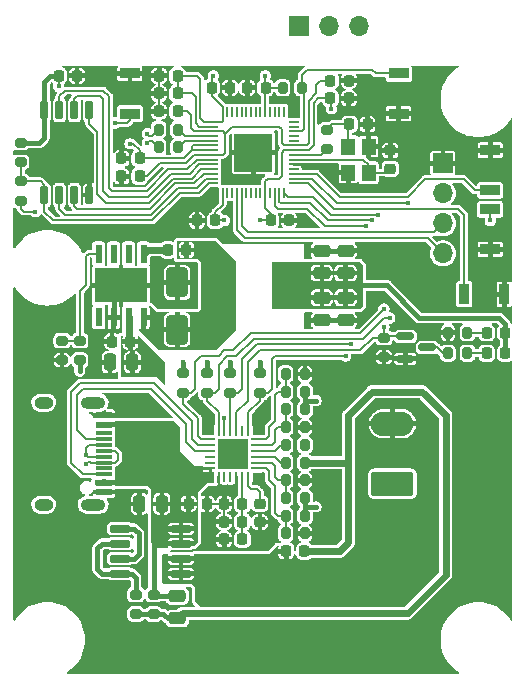
<source format=gbr>
%TF.GenerationSoftware,KiCad,Pcbnew,(7.0.0)*%
%TF.CreationDate,2023-10-01T16:50:46+07:00*%
%TF.ProjectId,CYPD3177,43595044-3331-4373-972e-6b696361645f,rev?*%
%TF.SameCoordinates,Original*%
%TF.FileFunction,Copper,L1,Top*%
%TF.FilePolarity,Positive*%
%FSLAX46Y46*%
G04 Gerber Fmt 4.6, Leading zero omitted, Abs format (unit mm)*
G04 Created by KiCad (PCBNEW (7.0.0)) date 2023-10-01 16:50:46*
%MOMM*%
%LPD*%
G01*
G04 APERTURE LIST*
G04 Aperture macros list*
%AMRoundRect*
0 Rectangle with rounded corners*
0 $1 Rounding radius*
0 $2 $3 $4 $5 $6 $7 $8 $9 X,Y pos of 4 corners*
0 Add a 4 corners polygon primitive as box body*
4,1,4,$2,$3,$4,$5,$6,$7,$8,$9,$2,$3,0*
0 Add four circle primitives for the rounded corners*
1,1,$1+$1,$2,$3*
1,1,$1+$1,$4,$5*
1,1,$1+$1,$6,$7*
1,1,$1+$1,$8,$9*
0 Add four rect primitives between the rounded corners*
20,1,$1+$1,$2,$3,$4,$5,0*
20,1,$1+$1,$4,$5,$6,$7,0*
20,1,$1+$1,$6,$7,$8,$9,0*
20,1,$1+$1,$8,$9,$2,$3,0*%
G04 Aperture macros list end*
%TA.AperFunction,SMDPad,CuDef*%
%ADD10RoundRect,0.200000X0.200000X0.275000X-0.200000X0.275000X-0.200000X-0.275000X0.200000X-0.275000X0*%
%TD*%
%TA.AperFunction,SMDPad,CuDef*%
%ADD11RoundRect,0.250000X0.475000X-0.250000X0.475000X0.250000X-0.475000X0.250000X-0.475000X-0.250000X0*%
%TD*%
%TA.AperFunction,SMDPad,CuDef*%
%ADD12RoundRect,0.200000X-0.275000X0.200000X-0.275000X-0.200000X0.275000X-0.200000X0.275000X0.200000X0*%
%TD*%
%TA.AperFunction,SMDPad,CuDef*%
%ADD13RoundRect,0.225000X0.225000X0.250000X-0.225000X0.250000X-0.225000X-0.250000X0.225000X-0.250000X0*%
%TD*%
%TA.AperFunction,SMDPad,CuDef*%
%ADD14RoundRect,0.225000X-0.225000X-0.250000X0.225000X-0.250000X0.225000X0.250000X-0.225000X0.250000X0*%
%TD*%
%TA.AperFunction,SMDPad,CuDef*%
%ADD15RoundRect,0.200000X-0.200000X-0.275000X0.200000X-0.275000X0.200000X0.275000X-0.200000X0.275000X0*%
%TD*%
%TA.AperFunction,SMDPad,CuDef*%
%ADD16RoundRect,0.250000X0.250000X0.475000X-0.250000X0.475000X-0.250000X-0.475000X0.250000X-0.475000X0*%
%TD*%
%TA.AperFunction,SMDPad,CuDef*%
%ADD17R,1.700000X0.900000*%
%TD*%
%TA.AperFunction,SMDPad,CuDef*%
%ADD18RoundRect,0.225000X-0.250000X0.225000X-0.250000X-0.225000X0.250000X-0.225000X0.250000X0.225000X0*%
%TD*%
%TA.AperFunction,ComponentPad*%
%ADD19R,1.700000X1.700000*%
%TD*%
%TA.AperFunction,ComponentPad*%
%ADD20O,1.700000X1.700000*%
%TD*%
%TA.AperFunction,SMDPad,CuDef*%
%ADD21RoundRect,0.150000X-0.587500X-0.150000X0.587500X-0.150000X0.587500X0.150000X-0.587500X0.150000X0*%
%TD*%
%TA.AperFunction,ComponentPad*%
%ADD22RoundRect,0.249999X1.550001X-0.790001X1.550001X0.790001X-1.550001X0.790001X-1.550001X-0.790001X0*%
%TD*%
%TA.AperFunction,ComponentPad*%
%ADD23O,3.600000X2.080000*%
%TD*%
%TA.AperFunction,SMDPad,CuDef*%
%ADD24R,1.200000X1.400000*%
%TD*%
%TA.AperFunction,SMDPad,CuDef*%
%ADD25RoundRect,0.200000X0.275000X-0.200000X0.275000X0.200000X-0.275000X0.200000X-0.275000X-0.200000X0*%
%TD*%
%TA.AperFunction,SMDPad,CuDef*%
%ADD26R,0.600000X1.550000*%
%TD*%
%TA.AperFunction,ComponentPad*%
%ADD27C,0.600000*%
%TD*%
%TA.AperFunction,SMDPad,CuDef*%
%ADD28R,3.100000X2.600000*%
%TD*%
%TA.AperFunction,SMDPad,CuDef*%
%ADD29R,4.500000X2.950000*%
%TD*%
%TA.AperFunction,SMDPad,CuDef*%
%ADD30RoundRect,0.150000X-0.725000X-0.150000X0.725000X-0.150000X0.725000X0.150000X-0.725000X0.150000X0*%
%TD*%
%TA.AperFunction,SMDPad,CuDef*%
%ADD31RoundRect,0.218750X-0.218750X-0.256250X0.218750X-0.256250X0.218750X0.256250X-0.218750X0.256250X0*%
%TD*%
%TA.AperFunction,SMDPad,CuDef*%
%ADD32R,0.900000X1.700000*%
%TD*%
%TA.AperFunction,SMDPad,CuDef*%
%ADD33RoundRect,0.250000X0.650000X-1.000000X0.650000X1.000000X-0.650000X1.000000X-0.650000X-1.000000X0*%
%TD*%
%TA.AperFunction,SMDPad,CuDef*%
%ADD34R,1.450000X0.600000*%
%TD*%
%TA.AperFunction,SMDPad,CuDef*%
%ADD35R,1.450000X0.300000*%
%TD*%
%TA.AperFunction,ComponentPad*%
%ADD36O,2.100000X1.000000*%
%TD*%
%TA.AperFunction,ComponentPad*%
%ADD37O,1.600000X1.000000*%
%TD*%
%TA.AperFunction,SMDPad,CuDef*%
%ADD38R,2.350000X3.500000*%
%TD*%
%TA.AperFunction,SMDPad,CuDef*%
%ADD39RoundRect,0.250000X-0.475000X0.250000X-0.475000X-0.250000X0.475000X-0.250000X0.475000X0.250000X0*%
%TD*%
%TA.AperFunction,SMDPad,CuDef*%
%ADD40RoundRect,0.150000X0.150000X-0.650000X0.150000X0.650000X-0.150000X0.650000X-0.150000X-0.650000X0*%
%TD*%
%TA.AperFunction,SMDPad,CuDef*%
%ADD41RoundRect,0.062500X0.375000X0.062500X-0.375000X0.062500X-0.375000X-0.062500X0.375000X-0.062500X0*%
%TD*%
%TA.AperFunction,SMDPad,CuDef*%
%ADD42RoundRect,0.062500X0.062500X0.375000X-0.062500X0.375000X-0.062500X-0.375000X0.062500X-0.375000X0*%
%TD*%
%TA.AperFunction,SMDPad,CuDef*%
%ADD43R,2.500000X2.500000*%
%TD*%
%TA.AperFunction,SMDPad,CuDef*%
%ADD44RoundRect,0.050000X0.050000X-0.387500X0.050000X0.387500X-0.050000X0.387500X-0.050000X-0.387500X0*%
%TD*%
%TA.AperFunction,SMDPad,CuDef*%
%ADD45RoundRect,0.050000X0.387500X-0.050000X0.387500X0.050000X-0.387500X0.050000X-0.387500X-0.050000X0*%
%TD*%
%TA.AperFunction,ComponentPad*%
%ADD46C,0.500000*%
%TD*%
%TA.AperFunction,SMDPad,CuDef*%
%ADD47R,3.200000X3.200000*%
%TD*%
%TA.AperFunction,ViaPad*%
%ADD48C,0.450000*%
%TD*%
%TA.AperFunction,Conductor*%
%ADD49C,0.150800*%
%TD*%
%TA.AperFunction,Conductor*%
%ADD50C,0.400000*%
%TD*%
%TA.AperFunction,Conductor*%
%ADD51C,0.600000*%
%TD*%
%TA.AperFunction,Conductor*%
%ADD52C,0.200000*%
%TD*%
G04 APERTURE END LIST*
D10*
%TO.P,R23,1*%
%TO.N,Net-(U4-USB_DM)*%
X45325000Y-22550000D03*
%TO.P,R23,2*%
%TO.N,/D_N*%
X43675000Y-22550000D03*
%TD*%
D11*
%TO.P,C15,1*%
%TO.N,+3V3*%
X59500000Y-34700000D03*
%TO.P,C15,2*%
%TO.N,GND*%
X59500000Y-32800000D03*
%TD*%
D12*
%TO.P,R1,1*%
%TO.N,/FAULT*%
X62750000Y-40175000D03*
%TO.P,R1,2*%
%TO.N,GND*%
X62750000Y-41825000D03*
%TD*%
D13*
%TO.P,C3,1*%
%TO.N,+3.3V*%
X50775000Y-55750000D03*
%TO.P,C3,2*%
%TO.N,GND*%
X49225000Y-55750000D03*
%TD*%
D14*
%TO.P,C20,1*%
%TO.N,+3V3*%
X48175000Y-19000000D03*
%TO.P,C20,2*%
%TO.N,GND*%
X49725000Y-19000000D03*
%TD*%
%TO.P,C28,1*%
%TO.N,+3V3*%
X35225000Y-18000000D03*
%TO.P,C28,2*%
%TO.N,GND*%
X36775000Y-18000000D03*
%TD*%
D15*
%TO.P,R5,1*%
%TO.N,Net-(U1-VBUS_MIN)*%
X54425000Y-56750000D03*
%TO.P,R5,2*%
%TO.N,GND*%
X56075000Y-56750000D03*
%TD*%
D16*
%TO.P,C5,1*%
%TO.N,VBUS*%
X43950000Y-54250000D03*
%TO.P,C5,2*%
%TO.N,GND*%
X42050000Y-54250000D03*
%TD*%
D14*
%TO.P,C8,1*%
%TO.N,Net-(J2-Pin_2)*%
X54475000Y-58250000D03*
%TO.P,C8,2*%
%TO.N,Net-(C7-Pad2)*%
X56025000Y-58250000D03*
%TD*%
D17*
%TO.P,SW_RESET1,1,1*%
%TO.N,GND*%
X63999999Y-21199999D03*
%TO.P,SW_RESET1,2,2*%
%TO.N,/MCU/NRST*%
X63999999Y-17799999D03*
%TD*%
D18*
%TO.P,C29,1*%
%TO.N,GND*%
X63300000Y-24325000D03*
%TO.P,C29,2*%
%TO.N,Net-(U4-XIN)*%
X63300000Y-25875000D03*
%TD*%
D10*
%TO.P,R4,1*%
%TO.N,+3V3*%
X56075000Y-55250000D03*
%TO.P,R4,2*%
%TO.N,Net-(U1-VBUS_MIN)*%
X54425000Y-55250000D03*
%TD*%
D19*
%TO.P,J5,1,Pin_1*%
%TO.N,GND*%
X55574999Y-13774999D03*
D20*
%TO.P,J5,2,Pin_2*%
%TO.N,/MCU/SWDIO*%
X58114999Y-13774999D03*
%TO.P,J5,3,Pin_3*%
%TO.N,/MCU/SWCLK*%
X60654999Y-13774999D03*
%TD*%
D14*
%TO.P,C26,1*%
%TO.N,+3V3*%
X58225000Y-19900000D03*
%TO.P,C26,2*%
%TO.N,GND*%
X59775000Y-19900000D03*
%TD*%
D21*
%TO.P,Q1,1,G*%
%TO.N,/FAULT*%
X64562500Y-40050000D03*
%TO.P,Q1,2,S*%
%TO.N,GND*%
X64562500Y-41950000D03*
%TO.P,Q1,3,D*%
%TO.N,Net-(Q1-D)*%
X66437500Y-41000000D03*
%TD*%
D13*
%TO.P,C4,1*%
%TO.N,+3.3V*%
X50775000Y-54250000D03*
%TO.P,C4,2*%
%TO.N,GND*%
X49225000Y-54250000D03*
%TD*%
D14*
%TO.P,C25,1*%
%TO.N,+3V3*%
X53175000Y-30250000D03*
%TO.P,C25,2*%
%TO.N,GND*%
X54725000Y-30250000D03*
%TD*%
D22*
%TO.P,J2,1,Pin_1*%
%TO.N,GND*%
X63472500Y-52540000D03*
D23*
%TO.P,J2,2,Pin_2*%
%TO.N,Net-(J2-Pin_2)*%
X63472499Y-47459999D03*
%TD*%
D10*
%TO.P,R22,1*%
%TO.N,Net-(U4-USB_DP)*%
X45325000Y-24050000D03*
%TO.P,R22,2*%
%TO.N,/D_P*%
X43675000Y-24050000D03*
%TD*%
D14*
%TO.P,C6,1*%
%TO.N,VBUS*%
X46225000Y-54250000D03*
%TO.P,C6,2*%
%TO.N,GND*%
X47775000Y-54250000D03*
%TD*%
D24*
%TO.P,Y1,1,1*%
%TO.N,Net-(U4-XIN)*%
X61449999Y-26199999D03*
%TO.P,Y1,2,2*%
%TO.N,GND*%
X61449999Y-23999999D03*
%TO.P,Y1,3,3*%
%TO.N,Net-(C30-Pad1)*%
X59749999Y-23999999D03*
%TO.P,Y1,4,4*%
%TO.N,GND*%
X59749999Y-26199999D03*
%TD*%
D13*
%TO.P,C19,1*%
%TO.N,+3V3*%
X52725000Y-19000000D03*
%TO.P,C19,2*%
%TO.N,GND*%
X51175000Y-19000000D03*
%TD*%
D15*
%TO.P,R9,1*%
%TO.N,Net-(U1-ISNK_FINE)*%
X54425000Y-43250000D03*
%TO.P,R9,2*%
%TO.N,GND*%
X56075000Y-43250000D03*
%TD*%
D17*
%TO.P,SW2,1,1*%
%TO.N,/MCU/GPIO13*%
X71749999Y-29299999D03*
%TO.P,SW2,2,2*%
%TO.N,GND*%
X71749999Y-32699999D03*
%TD*%
D12*
%TO.P,R14,1*%
%TO.N,+3V3*%
X45750000Y-43175000D03*
%TO.P,R14,2*%
%TO.N,/SCL*%
X45750000Y-44825000D03*
%TD*%
D25*
%TO.P,R34,1*%
%TO.N,/MCU/BOOT*%
X32000000Y-28575000D03*
%TO.P,R34,2*%
%TO.N,/MCU/QSPI_SS*%
X32000000Y-26925000D03*
%TD*%
D12*
%TO.P,R3,1*%
%TO.N,+3V3*%
X49750000Y-43175000D03*
%TO.P,R3,2*%
%TO.N,/FLIP*%
X49750000Y-44825000D03*
%TD*%
%TO.P,R16,1*%
%TO.N,Net-(Q2A-G-Pad2)*%
X41750000Y-61925000D03*
%TO.P,R16,2*%
%TO.N,Net-(C7-Pad2)*%
X41750000Y-63575000D03*
%TD*%
%TO.P,R12,1*%
%TO.N,+3V3*%
X52250000Y-43175000D03*
%TO.P,R12,2*%
%TO.N,/INT*%
X52250000Y-44825000D03*
%TD*%
D26*
%TO.P,U2,1,BOOT*%
%TO.N,Net-(U2-BOOT)*%
X42404999Y-33049999D03*
%TO.P,U2,2,NC*%
%TO.N,unconnected-(U2-NC-Pad2)*%
X41134999Y-33049999D03*
%TO.P,U2,3,NC*%
%TO.N,unconnected-(U2-NC-Pad3)*%
X39864999Y-33049999D03*
%TO.P,U2,4,VSENSE*%
%TO.N,Net-(U2-VSENSE)*%
X38594999Y-33049999D03*
%TO.P,U2,5,EN*%
%TO.N,unconnected-(U2-EN-Pad5)*%
X38594999Y-38449999D03*
%TO.P,U2,6,GND*%
%TO.N,GND*%
X39864999Y-38449999D03*
%TO.P,U2,7,VIN*%
%TO.N,VBUS*%
X41134999Y-38449999D03*
%TO.P,U2,8,PH*%
%TO.N,Net-(D2-K)*%
X42404999Y-38449999D03*
D27*
%TO.P,U2,9,GNDPAD*%
%TO.N,GND*%
X42300000Y-35150000D03*
X41100000Y-35150000D03*
X39800000Y-35150000D03*
X38700000Y-35150000D03*
D28*
X40499999Y-35749999D03*
D29*
X40499999Y-35749999D03*
D27*
X42300000Y-36350000D03*
X41100000Y-36350000D03*
X39800000Y-36350000D03*
X38700000Y-36350000D03*
%TD*%
D16*
%TO.P,C11,1*%
%TO.N,VBUS*%
X41450000Y-42250000D03*
%TO.P,C11,2*%
%TO.N,GND*%
X39550000Y-42250000D03*
%TD*%
D10*
%TO.P,R2,1*%
%TO.N,Net-(D1-K)*%
X69825000Y-41500000D03*
%TO.P,R2,2*%
%TO.N,Net-(Q1-D)*%
X68175000Y-41500000D03*
%TD*%
D30*
%TO.P,Q2,1,S*%
%TO.N,Net-(Q2A-S)*%
X40425000Y-56345000D03*
%TO.P,Q2,2,G*%
%TO.N,Net-(Q2A-G-Pad2)*%
X40425000Y-57615000D03*
%TO.P,Q2,3,S*%
%TO.N,Net-(Q2A-S)*%
X40425000Y-58885000D03*
%TO.P,Q2,4,G*%
%TO.N,Net-(Q2A-G-Pad2)*%
X40425000Y-60155000D03*
%TO.P,Q2,5,D*%
%TO.N,Net-(J2-Pin_2)*%
X45575000Y-60155000D03*
%TO.P,Q2,6,G*%
X45575000Y-58885000D03*
%TO.P,Q2,7,D*%
%TO.N,VBUS*%
X45575000Y-57615000D03*
%TO.P,Q2,8,G*%
X45575000Y-56345000D03*
%TD*%
D12*
%TO.P,R33,1*%
%TO.N,+3V3*%
X32000000Y-23675000D03*
%TO.P,R33,2*%
%TO.N,/MCU/QSPI_SS*%
X32000000Y-25325000D03*
%TD*%
D10*
%TO.P,R6,1*%
%TO.N,+3V3*%
X56075000Y-53750000D03*
%TO.P,R6,2*%
%TO.N,Net-(U1-VBUS_MAX)*%
X54425000Y-53750000D03*
%TD*%
D15*
%TO.P,R15,1*%
%TO.N,Net-(U1-SAFE_PWR_EN)*%
X54425000Y-49250000D03*
%TO.P,R15,2*%
%TO.N,/PD_SAFE*%
X56075000Y-49250000D03*
%TD*%
D25*
%TO.P,R19,1*%
%TO.N,+3V3*%
X37000000Y-42075000D03*
%TO.P,R19,2*%
%TO.N,Net-(U2-VSENSE)*%
X37000000Y-40425000D03*
%TD*%
D31*
%TO.P,D3,1,K*%
%TO.N,Net-(D3-K)*%
X71462500Y-39750000D03*
%TO.P,D3,2,A*%
%TO.N,+3V3*%
X73037500Y-39750000D03*
%TD*%
D15*
%TO.P,R31,1*%
%TO.N,+3V3*%
X54175000Y-19000000D03*
%TO.P,R31,2*%
%TO.N,/MCU/NRST*%
X55825000Y-19000000D03*
%TD*%
D13*
%TO.P,C2,1*%
%TO.N,+3.3V*%
X50775000Y-57250000D03*
%TO.P,C2,2*%
%TO.N,GND*%
X49225000Y-57250000D03*
%TD*%
D32*
%TO.P,SW3,1,1*%
%TO.N,/MCU/GPIO12*%
X69549999Y-36499999D03*
%TO.P,SW3,2,2*%
%TO.N,GND*%
X72949999Y-36499999D03*
%TD*%
D13*
%TO.P,C17,1*%
%TO.N,GND*%
X59775000Y-18400000D03*
%TO.P,C17,2*%
%TO.N,+1V1*%
X58225000Y-18400000D03*
%TD*%
D10*
%TO.P,R10,1*%
%TO.N,+3V3*%
X56075000Y-46250000D03*
%TO.P,R10,2*%
%TO.N,Net-(U1-ISNK_COARSE)*%
X54425000Y-46250000D03*
%TD*%
D13*
%TO.P,C23,1*%
%TO.N,+3V3*%
X45275000Y-18000000D03*
%TO.P,C23,2*%
%TO.N,GND*%
X43725000Y-18000000D03*
%TD*%
D18*
%TO.P,C1,1*%
%TO.N,+1V8*%
X52250000Y-54225000D03*
%TO.P,C1,2*%
%TO.N,GND*%
X52250000Y-55775000D03*
%TD*%
D17*
%TO.P,SW1,1,1*%
%TO.N,/MCU/GPIO14*%
X71749999Y-27699999D03*
%TO.P,SW1,2,2*%
%TO.N,GND*%
X71749999Y-24299999D03*
%TD*%
D11*
%TO.P,C14,1*%
%TO.N,+3V3*%
X57500000Y-34700000D03*
%TO.P,C14,2*%
%TO.N,GND*%
X57500000Y-32800000D03*
%TD*%
D15*
%TO.P,R7,1*%
%TO.N,Net-(U1-VBUS_MAX)*%
X54425000Y-52250000D03*
%TO.P,R7,2*%
%TO.N,GND*%
X56075000Y-52250000D03*
%TD*%
D12*
%TO.P,R13,1*%
%TO.N,+3V3*%
X47750000Y-43175000D03*
%TO.P,R13,2*%
%TO.N,/SDA*%
X47750000Y-44825000D03*
%TD*%
%TO.P,R18,1*%
%TO.N,VBUS*%
X43250000Y-61925000D03*
%TO.P,R18,2*%
%TO.N,Net-(C7-Pad2)*%
X43250000Y-63575000D03*
%TD*%
D14*
%TO.P,C18,1*%
%TO.N,GND*%
X43725000Y-21000000D03*
%TO.P,C18,2*%
%TO.N,+1V1*%
X45275000Y-21000000D03*
%TD*%
D33*
%TO.P,D2,1,K*%
%TO.N,Net-(D2-K)*%
X45250000Y-39500000D03*
%TO.P,D2,2,A*%
%TO.N,GND*%
X45250000Y-35500000D03*
%TD*%
D34*
%TO.P,J1,A1,GND*%
%TO.N,GND*%
X39044999Y-46749999D03*
%TO.P,J1,A4,VBUS*%
%TO.N,VBUS*%
X39044999Y-47549999D03*
D35*
%TO.P,J1,A5,CC1*%
%TO.N,Net-(J1-CC1)*%
X39044999Y-48749999D03*
%TO.P,J1,A6,D+*%
%TO.N,/D_P*%
X39044999Y-49749999D03*
%TO.P,J1,A7,D-*%
%TO.N,/D_N*%
X39044999Y-50249999D03*
%TO.P,J1,A8,SBU1*%
%TO.N,unconnected-(J1-SBU1-PadA8)*%
X39044999Y-51249999D03*
D34*
%TO.P,J1,A9,VBUS*%
%TO.N,VBUS*%
X39044999Y-52449999D03*
%TO.P,J1,A12,GND*%
%TO.N,GND*%
X39044999Y-53249999D03*
%TO.P,J1,B1,GND*%
X39044999Y-53249999D03*
%TO.P,J1,B4,VBUS*%
%TO.N,VBUS*%
X39044999Y-52449999D03*
D35*
%TO.P,J1,B5,CC2*%
%TO.N,Net-(J1-CC2)*%
X39044999Y-51749999D03*
%TO.P,J1,B6,D+*%
%TO.N,/D_P*%
X39044999Y-50749999D03*
%TO.P,J1,B7,D-*%
%TO.N,/D_N*%
X39044999Y-49249999D03*
%TO.P,J1,B8,SBU2*%
%TO.N,unconnected-(J1-SBU2-PadB8)*%
X39044999Y-48249999D03*
D34*
%TO.P,J1,B9,VBUS*%
%TO.N,VBUS*%
X39044999Y-47549999D03*
%TO.P,J1,B12,GND*%
%TO.N,GND*%
X39044999Y-46749999D03*
D36*
%TO.P,J1,S1,SHIELD*%
%TO.N,unconnected-(J1-SHIELD-PadS1)*%
X38129999Y-45679999D03*
D37*
X33949999Y-45679999D03*
D36*
X38129999Y-54319999D03*
D37*
X33949999Y-54319999D03*
%TD*%
D14*
%TO.P,C30,1*%
%TO.N,Net-(C30-Pad1)*%
X59825000Y-22100000D03*
%TO.P,C30,2*%
%TO.N,GND*%
X61375000Y-22100000D03*
%TD*%
D12*
%TO.P,R29,1*%
%TO.N,Net-(C30-Pad1)*%
X57900000Y-22575000D03*
%TO.P,R29,2*%
%TO.N,Net-(U4-XOUT)*%
X57900000Y-24225000D03*
%TD*%
D14*
%TO.P,C16,1*%
%TO.N,GND*%
X40525000Y-26500000D03*
%TO.P,C16,2*%
%TO.N,+1V1*%
X42075000Y-26500000D03*
%TD*%
D38*
%TO.P,L1,1*%
%TO.N,Net-(D2-K)*%
X48724999Y-35749999D03*
%TO.P,L1,2*%
%TO.N,+3V3*%
X54774999Y-35749999D03*
%TD*%
D17*
%TO.P,SW_BOOT1,1,1*%
%TO.N,GND*%
X41249999Y-17799999D03*
%TO.P,SW_BOOT1,2,2*%
%TO.N,/MCU/BOOT*%
X41249999Y-21199999D03*
%TD*%
D39*
%TO.P,C13,1*%
%TO.N,+3V3*%
X59500000Y-36800000D03*
%TO.P,C13,2*%
%TO.N,GND*%
X59500000Y-38700000D03*
%TD*%
%TO.P,C10,1*%
%TO.N,+3V3*%
X57500000Y-36800000D03*
%TO.P,C10,2*%
%TO.N,GND*%
X57500000Y-38700000D03*
%TD*%
D14*
%TO.P,C9,1*%
%TO.N,Net-(U2-BOOT)*%
X44475000Y-32750000D03*
%TO.P,C9,2*%
%TO.N,Net-(D2-K)*%
X46025000Y-32750000D03*
%TD*%
D10*
%TO.P,R21,1*%
%TO.N,Net-(D3-K)*%
X69825000Y-39750000D03*
%TO.P,R21,2*%
%TO.N,GND*%
X68175000Y-39750000D03*
%TD*%
%TO.P,R17,1*%
%TO.N,Net-(C7-Pad2)*%
X56075000Y-50750000D03*
%TO.P,R17,2*%
%TO.N,Net-(U1-VBUS_FET_EN)*%
X54425000Y-50750000D03*
%TD*%
D40*
%TO.P,U5,1,~{CS}*%
%TO.N,/MCU/QSPI_SS*%
X34000000Y-28100000D03*
%TO.P,U5,2,DO(IO1)*%
%TO.N,/MCU/QSPI_SD1*%
X35270000Y-28100000D03*
%TO.P,U5,3,IO2*%
%TO.N,/MCU/QSPI_SD2*%
X36540000Y-28100000D03*
%TO.P,U5,4,GND*%
%TO.N,GND*%
X37810000Y-28100000D03*
%TO.P,U5,5,DI(IO0)*%
%TO.N,/MCU/QSPI_SD0*%
X37810000Y-20900000D03*
%TO.P,U5,6,CLK*%
%TO.N,/MCU/QSPI_SCLK*%
X36540000Y-20900000D03*
%TO.P,U5,7,IO3*%
%TO.N,/MCU/QSPI_SD3*%
X35270000Y-20900000D03*
%TO.P,U5,8,VCC*%
%TO.N,+3V3*%
X34000000Y-20900000D03*
%TD*%
D12*
%TO.P,R20,1*%
%TO.N,Net-(U2-VSENSE)*%
X35500001Y-40425000D03*
%TO.P,R20,2*%
%TO.N,GND*%
X35500001Y-42075000D03*
%TD*%
D13*
%TO.P,C22,1*%
%TO.N,+3V3*%
X45275000Y-19500000D03*
%TO.P,C22,2*%
%TO.N,GND*%
X43725000Y-19500000D03*
%TD*%
%TO.P,C21,1*%
%TO.N,+3V3*%
X42075000Y-25000000D03*
%TO.P,C21,2*%
%TO.N,GND*%
X40525000Y-25000000D03*
%TD*%
D39*
%TO.P,C7,1*%
%TO.N,VBUS*%
X45250000Y-62050000D03*
%TO.P,C7,2*%
%TO.N,Net-(C7-Pad2)*%
X45250000Y-63950000D03*
%TD*%
D41*
%TO.P,U1,1,VBUS_MIN*%
%TO.N,Net-(U1-VBUS_MIN)*%
X51937500Y-51250000D03*
%TO.P,U1,2,VBUS_MAX*%
%TO.N,Net-(U1-VBUS_MAX)*%
X51937500Y-50750000D03*
%TO.P,U1,3,VBUS_FET_EN*%
%TO.N,Net-(U1-VBUS_FET_EN)*%
X51937500Y-50250000D03*
%TO.P,U1,4,SAFE_PWR_EN*%
%TO.N,Net-(U1-SAFE_PWR_EN)*%
X51937500Y-49750000D03*
%TO.P,U1,5,ISNK_COARSE*%
%TO.N,Net-(U1-ISNK_COARSE)*%
X51937500Y-49250000D03*
%TO.P,U1,6,ISNK_FINE*%
%TO.N,Net-(U1-ISNK_FINE)*%
X51937500Y-48750000D03*
D42*
%TO.P,U1,7,HPI_INT*%
%TO.N,/INT*%
X51250000Y-48062500D03*
%TO.P,U1,8,GPIO_1*%
%TO.N,/GPIO*%
X50750000Y-48062500D03*
%TO.P,U1,9,FAULT*%
%TO.N,/FAULT*%
X50250000Y-48062500D03*
%TO.P,U1,10,FLIP*%
%TO.N,/FLIP*%
X49750000Y-48062500D03*
%TO.P,U1,11,VDC_OUT*%
%TO.N,Net-(J2-Pin_2)*%
X49250000Y-48062500D03*
%TO.P,U1,12,HPI_SDA*%
%TO.N,/SDA*%
X48750000Y-48062500D03*
D41*
%TO.P,U1,13,HPI_SCL*%
%TO.N,/SCL*%
X48062500Y-48750000D03*
%TO.P,U1,14,CC2*%
%TO.N,Net-(J1-CC2)*%
X48062500Y-49250000D03*
%TO.P,U1,15,CC1*%
%TO.N,Net-(J1-CC1)*%
X48062500Y-49750000D03*
%TO.P,U1,16,D-*%
%TO.N,unconnected-(U1-D--Pad16)*%
X48062500Y-50250000D03*
%TO.P,U1,17,D+*%
%TO.N,unconnected-(U1-D+-Pad17)*%
X48062500Y-50750000D03*
%TO.P,U1,18,VBUS_IN*%
%TO.N,VBUS*%
X48062500Y-51250000D03*
D42*
%TO.P,U1,19,GND*%
%TO.N,GND*%
X48750000Y-51937500D03*
%TO.P,U1,20,DNU1*%
%TO.N,unconnected-(U1-DNU1-Pad20)*%
X49250000Y-51937500D03*
%TO.P,U1,21,DNU2*%
%TO.N,unconnected-(U1-DNU2-Pad21)*%
X49750000Y-51937500D03*
%TO.P,U1,22,VSS*%
%TO.N,GND*%
X50250000Y-51937500D03*
%TO.P,U1,23,VDDD*%
%TO.N,+3.3V*%
X50750000Y-51937500D03*
%TO.P,U1,24,VCCD*%
%TO.N,+1V8*%
X51250000Y-51937500D03*
D43*
%TO.P,U1,25,EPAD*%
%TO.N,GND*%
X49999999Y-49999999D03*
%TD*%
D31*
%TO.P,D1,1,K*%
%TO.N,Net-(D1-K)*%
X71462500Y-41500000D03*
%TO.P,D1,2,A*%
%TO.N,+3V3*%
X73037500Y-41500000D03*
%TD*%
D10*
%TO.P,R8,1*%
%TO.N,+3V3*%
X56075000Y-44750000D03*
%TO.P,R8,2*%
%TO.N,Net-(U1-ISNK_FINE)*%
X54425000Y-44750000D03*
%TD*%
D13*
%TO.P,C24,1*%
%TO.N,+3V3*%
X48475000Y-30250000D03*
%TO.P,C24,2*%
%TO.N,GND*%
X46925000Y-30250000D03*
%TD*%
D44*
%TO.P,U4,1,IOVDD*%
%TO.N,+3V3*%
X49100000Y-27937500D03*
%TO.P,U4,2,GPIO0*%
%TO.N,/MCU/GPIO0{slash}UART0_TX*%
X49500000Y-27937500D03*
%TO.P,U4,3,GPIO1*%
%TO.N,/MCU/GPIO1{slash}UART0_RX*%
X49900000Y-27937500D03*
%TO.P,U4,4,GPIO2*%
%TO.N,/SDA*%
X50300000Y-27937500D03*
%TO.P,U4,5,GPIO3*%
%TO.N,/SCL*%
X50700000Y-27937500D03*
%TO.P,U4,6,GPIO4*%
%TO.N,/MCU/GPIO4*%
X51100000Y-27937500D03*
%TO.P,U4,7,GPIO5*%
%TO.N,/MCU/GPIO5*%
X51500000Y-27937500D03*
%TO.P,U4,8,GPIO6*%
%TO.N,/MCU/GPIO6*%
X51900000Y-27937500D03*
%TO.P,U4,9,GPIO7*%
%TO.N,/MCU/GPIO7*%
X52300000Y-27937500D03*
%TO.P,U4,10,IOVDD*%
%TO.N,+3V3*%
X52700000Y-27937500D03*
%TO.P,U4,11,GPIO8*%
%TO.N,/MCU/GPIO8*%
X53100000Y-27937500D03*
%TO.P,U4,12,GPIO9*%
%TO.N,/FLIP*%
X53500000Y-27937500D03*
%TO.P,U4,13,GPIO10*%
%TO.N,/INT*%
X53900000Y-27937500D03*
%TO.P,U4,14,GPIO11*%
%TO.N,/FAULT*%
X54300000Y-27937500D03*
D45*
%TO.P,U4,15,GPIO12*%
%TO.N,/MCU/GPIO12*%
X55137500Y-27100000D03*
%TO.P,U4,16,GPIO13*%
%TO.N,/MCU/GPIO13*%
X55137500Y-26700000D03*
%TO.P,U4,17,GPIO14*%
%TO.N,/MCU/GPIO14*%
X55137500Y-26300000D03*
%TO.P,U4,18,GPIO15*%
%TO.N,/MCU/GPIO15*%
X55137500Y-25900000D03*
%TO.P,U4,19,TESTEN*%
%TO.N,GND*%
X55137500Y-25500000D03*
%TO.P,U4,20,XIN*%
%TO.N,Net-(U4-XIN)*%
X55137500Y-25100000D03*
%TO.P,U4,21,XOUT*%
%TO.N,Net-(U4-XOUT)*%
X55137500Y-24700000D03*
%TO.P,U4,22,IOVDD*%
%TO.N,+3V3*%
X55137500Y-24300000D03*
%TO.P,U4,23,DVDD*%
%TO.N,+1V1*%
X55137500Y-23900000D03*
%TO.P,U4,24,SWCLK*%
%TO.N,/MCU/SWCLK*%
X55137500Y-23500000D03*
%TO.P,U4,25,SWD*%
%TO.N,/MCU/SWDIO*%
X55137500Y-23100000D03*
%TO.P,U4,26,RUN*%
%TO.N,/MCU/NRST*%
X55137500Y-22700000D03*
%TO.P,U4,27,GPIO16*%
%TO.N,/MCU/GPIO16*%
X55137500Y-22300000D03*
%TO.P,U4,28,GPIO17*%
%TO.N,/MCU/GPIO17*%
X55137500Y-21900000D03*
D44*
%TO.P,U4,29,GPIO18*%
%TO.N,/MCU/GPIO18*%
X54300000Y-21062500D03*
%TO.P,U4,30,GPIO19*%
%TO.N,/MCU/GPIO19*%
X53900000Y-21062500D03*
%TO.P,U4,31,GPIO20*%
%TO.N,/MCU/GPIO20*%
X53500000Y-21062500D03*
%TO.P,U4,32,GPIO21*%
%TO.N,/MCU/GPIO21*%
X53100000Y-21062500D03*
%TO.P,U4,33,IOVDD*%
%TO.N,+3V3*%
X52700000Y-21062500D03*
%TO.P,U4,34,GPIO22*%
%TO.N,/MCU/GPIO22*%
X52300000Y-21062500D03*
%TO.P,U4,35,GPIO23*%
%TO.N,/MCU/GPIO23*%
X51900000Y-21062500D03*
%TO.P,U4,36,GPIO24*%
%TO.N,/MCU/GPIO24*%
X51500000Y-21062500D03*
%TO.P,U4,37,GPIO25*%
%TO.N,/MCU/GPIO25*%
X51100000Y-21062500D03*
%TO.P,U4,38,GPIO26_ADC0*%
%TO.N,/MCU/ADC0*%
X50700000Y-21062500D03*
%TO.P,U4,39,GPIO27_ADC1*%
%TO.N,/MCU/ADC1*%
X50300000Y-21062500D03*
%TO.P,U4,40,GPIO28_ADC2*%
%TO.N,/MCU/ADC2*%
X49900000Y-21062500D03*
%TO.P,U4,41,GPIO29_ADC3*%
%TO.N,/MCU/ADC3*%
X49500000Y-21062500D03*
%TO.P,U4,42,IOVDD*%
%TO.N,+3V3*%
X49100000Y-21062500D03*
D45*
%TO.P,U4,43,ADC_AVDD*%
X48262500Y-21900000D03*
%TO.P,U4,44,VREG_IN*%
X48262500Y-22300000D03*
%TO.P,U4,45,VREG_VOUT*%
%TO.N,+1V1*%
X48262500Y-22700000D03*
%TO.P,U4,46,USB_DM*%
%TO.N,Net-(U4-USB_DM)*%
X48262500Y-23100000D03*
%TO.P,U4,47,USB_DP*%
%TO.N,Net-(U4-USB_DP)*%
X48262500Y-23500000D03*
%TO.P,U4,48,USB_VDD*%
%TO.N,+3V3*%
X48262500Y-23900000D03*
%TO.P,U4,49,IOVDD*%
X48262500Y-24300000D03*
%TO.P,U4,50,DVDD*%
%TO.N,+1V1*%
X48262500Y-24700000D03*
%TO.P,U4,51,QSPI_SD3*%
%TO.N,/MCU/QSPI_SD3*%
X48262500Y-25100000D03*
%TO.P,U4,52,QSPI_SCLK*%
%TO.N,/MCU/QSPI_SCLK*%
X48262500Y-25500000D03*
%TO.P,U4,53,QSPI_SD0*%
%TO.N,/MCU/QSPI_SD0*%
X48262500Y-25900000D03*
%TO.P,U4,54,QSPI_SD2*%
%TO.N,/MCU/QSPI_SD2*%
X48262500Y-26300000D03*
%TO.P,U4,55,QSPI_SD1*%
%TO.N,/MCU/QSPI_SD1*%
X48262500Y-26700000D03*
%TO.P,U4,56,QSPI_SS*%
%TO.N,/MCU/QSPI_SS*%
X48262500Y-27100000D03*
D46*
%TO.P,U4,57,GND*%
%TO.N,GND*%
X50350000Y-25850000D03*
X53050000Y-25850000D03*
D47*
X51699999Y-24499999D03*
D46*
X50350000Y-23150000D03*
X53050000Y-23150000D03*
%TD*%
D15*
%TO.P,R11,1*%
%TO.N,Net-(U1-ISNK_COARSE)*%
X54425000Y-47750000D03*
%TO.P,R11,2*%
%TO.N,GND*%
X56075000Y-47750000D03*
%TD*%
D13*
%TO.P,C12,1*%
%TO.N,VBUS*%
X41275000Y-40500000D03*
%TO.P,C12,2*%
%TO.N,GND*%
X39725000Y-40500000D03*
%TD*%
D19*
%TO.P,J4,1,Pin_1*%
%TO.N,GND*%
X67749999Y-25419999D03*
D20*
%TO.P,J4,2,Pin_2*%
%TO.N,+3V3*%
X67749999Y-27959999D03*
%TO.P,J4,3,Pin_3*%
%TO.N,/SCL*%
X67749999Y-30499999D03*
%TO.P,J4,4,Pin_4*%
%TO.N,/SDA*%
X67749999Y-33039999D03*
%TD*%
D48*
%TO.N,GND*%
X48250000Y-57250000D03*
X61500000Y-21000000D03*
X49500000Y-18000000D03*
X40750000Y-55000000D03*
X57000000Y-43250000D03*
X62500000Y-22250000D03*
X57750000Y-21250000D03*
X57000000Y-47750000D03*
X55750000Y-30250000D03*
X49250000Y-50750000D03*
X59500000Y-21000000D03*
X42750000Y-46500000D03*
X50750000Y-49250000D03*
X57000000Y-56750000D03*
X40750000Y-53500000D03*
X64000000Y-20250000D03*
X43750000Y-46500000D03*
X60750000Y-19900000D03*
X49250000Y-49250000D03*
X59500000Y-27500000D03*
X56500000Y-25750000D03*
X34500000Y-26200000D03*
X58000000Y-25750000D03*
X37200000Y-22900000D03*
X57000000Y-52250000D03*
X60750000Y-18400000D03*
X48250000Y-55750000D03*
X37750000Y-18250000D03*
X63250000Y-23250000D03*
X42750000Y-19500000D03*
X63250000Y-27000000D03*
X60750000Y-27500000D03*
X62000000Y-27500000D03*
X35900000Y-24500000D03*
X52500000Y-46250000D03*
X47500000Y-46250000D03*
X42750000Y-45500000D03*
X41250000Y-18500000D03*
X51250000Y-18000000D03*
X52250000Y-56750000D03*
X37200000Y-26200000D03*
X50750000Y-50750000D03*
X50000000Y-50000000D03*
X46000000Y-30250000D03*
%TO.N,VBUS*%
X42500000Y-43000000D03*
X40500000Y-48750000D03*
X43500000Y-42000000D03*
X42500000Y-42000000D03*
X41500000Y-47750000D03*
X43500000Y-43000000D03*
X41500000Y-48750000D03*
X40500000Y-47750000D03*
%TO.N,Net-(J2-Pin_2)*%
X49250000Y-47000000D03*
X53250000Y-59000000D03*
%TO.N,/FAULT*%
X62250000Y-29750000D03*
X62750000Y-39250000D03*
%TO.N,+3V3*%
X37000000Y-43000000D03*
X47750000Y-42250000D03*
X57000000Y-54500000D03*
X49250000Y-30250000D03*
X58500000Y-35750000D03*
X59500000Y-35750000D03*
X58300000Y-20800000D03*
X41250000Y-23750000D03*
X52250000Y-30250000D03*
X35200000Y-18900000D03*
X57500000Y-35750000D03*
X52250000Y-42250000D03*
X60500000Y-35750000D03*
X56500000Y-35750000D03*
X45750000Y-42250000D03*
X49750000Y-42250000D03*
X48300000Y-18000000D03*
X57000000Y-45500000D03*
X52700000Y-18000000D03*
%TO.N,/FLIP*%
X60000000Y-40750000D03*
X61250000Y-30750000D03*
%TO.N,/INT*%
X59500000Y-41750000D03*
X61750000Y-30250000D03*
%TO.N,/SDA*%
X63250000Y-38500000D03*
%TO.N,/SCL*%
X62750000Y-37750000D03*
%TO.N,/MCU/BOOT*%
X33250000Y-29500000D03*
X40000000Y-22000000D03*
%TO.N,/D_P*%
X42713355Y-23700000D03*
X37500000Y-50900000D03*
%TO.N,/D_N*%
X42713355Y-22900000D03*
X37500000Y-50100000D03*
%TO.N,/MCU/GPIO13*%
X64750000Y-28750000D03*
X71750000Y-30250000D03*
%TD*%
D49*
%TO.N,+1V8*%
X51250000Y-52750000D02*
X51500000Y-53000000D01*
X51500000Y-53000000D02*
X52000000Y-53000000D01*
X52250000Y-53250000D02*
X52250000Y-54225000D01*
X52000000Y-53000000D02*
X52250000Y-53250000D01*
X51250000Y-51937500D02*
X51250000Y-52750000D01*
%TO.N,GND*%
X43725000Y-19500000D02*
X43725000Y-18000000D01*
X49725000Y-18225000D02*
X49500000Y-18000000D01*
D50*
X39865000Y-36415000D02*
X39800000Y-36350000D01*
D49*
X50250000Y-51937500D02*
X50250000Y-53000000D01*
X49725000Y-19000000D02*
X49725000Y-18225000D01*
D50*
X57500000Y-38700000D02*
X59500000Y-38700000D01*
D49*
X49225000Y-54250000D02*
X49225000Y-55750000D01*
X49225000Y-53525000D02*
X49225000Y-54250000D01*
X59775000Y-18400000D02*
X60750000Y-18400000D01*
X41250000Y-17800000D02*
X41250000Y-18500000D01*
X47775000Y-53225000D02*
X47775000Y-54250000D01*
D50*
X39865000Y-38450000D02*
X39865000Y-36415000D01*
D49*
X48500000Y-53000000D02*
X48000000Y-53000000D01*
X48750000Y-51937500D02*
X48750000Y-52750000D01*
D50*
X56075000Y-52250000D02*
X57000000Y-52250000D01*
D49*
X49225000Y-55750000D02*
X48250000Y-55750000D01*
D50*
X57500000Y-32800000D02*
X59500000Y-32800000D01*
D49*
X46925000Y-30250000D02*
X46000000Y-30250000D01*
X48000000Y-53000000D02*
X47775000Y-53225000D01*
D50*
X56075000Y-47750000D02*
X57000000Y-47750000D01*
X56075000Y-43250000D02*
X57000000Y-43250000D01*
D49*
X49225000Y-54250000D02*
X47775000Y-54250000D01*
X64000000Y-21200000D02*
X64000000Y-20250000D01*
X50250000Y-53000000D02*
X50000000Y-53250000D01*
X50000000Y-53250000D02*
X49500000Y-53250000D01*
X43725000Y-19500000D02*
X42750000Y-19500000D01*
X52250000Y-55775000D02*
X52250000Y-56750000D01*
X59775000Y-19900000D02*
X60750000Y-19900000D01*
D50*
X56075000Y-56750000D02*
X57000000Y-56750000D01*
D49*
X51175000Y-19000000D02*
X51175000Y-18075000D01*
X49225000Y-57250000D02*
X48250000Y-57250000D01*
X49500000Y-53250000D02*
X49225000Y-53525000D01*
X48750000Y-52750000D02*
X48500000Y-53000000D01*
X51175000Y-18075000D02*
X51250000Y-18000000D01*
X43725000Y-21000000D02*
X43725000Y-19500000D01*
%TO.N,+3.3V*%
X50750000Y-51937500D02*
X50750000Y-54225000D01*
X50750000Y-54225000D02*
X50775000Y-54250000D01*
X50775000Y-55750000D02*
X50775000Y-54250000D01*
X50775000Y-57250000D02*
X50775000Y-55750000D01*
D50*
%TO.N,VBUS*%
X43375000Y-62050000D02*
X43250000Y-61925000D01*
D51*
X41135000Y-40360000D02*
X41275000Y-40500000D01*
D50*
X43655000Y-56345000D02*
X45575000Y-56345000D01*
X43250000Y-56750000D02*
X43655000Y-56345000D01*
X43250000Y-60250000D02*
X43250000Y-56750000D01*
X43250000Y-61925000D02*
X43250000Y-60250000D01*
X45250000Y-62050000D02*
X43375000Y-62050000D01*
D51*
X41135000Y-38450000D02*
X41135000Y-40360000D01*
%TO.N,Net-(C7-Pad2)*%
X56025000Y-58250000D02*
X59000000Y-58250000D01*
X59750000Y-46750000D02*
X61750000Y-44750000D01*
X59000000Y-58250000D02*
X59750000Y-57500000D01*
X45700000Y-63500000D02*
X45250000Y-63950000D01*
D50*
X42500000Y-63575000D02*
X43250000Y-63575000D01*
X41750000Y-63575000D02*
X42500000Y-63575000D01*
D51*
X66000000Y-44750000D02*
X68000000Y-46750000D01*
D50*
X44075000Y-63575000D02*
X44450000Y-63950000D01*
D51*
X56075000Y-50750000D02*
X59750000Y-50750000D01*
X59750000Y-50750000D02*
X59750000Y-46750000D01*
X61750000Y-44750000D02*
X66000000Y-44750000D01*
X68000000Y-46750000D02*
X68000000Y-60250000D01*
D50*
X43250000Y-63575000D02*
X44075000Y-63575000D01*
X44450000Y-63950000D02*
X45250000Y-63950000D01*
D51*
X64750000Y-63500000D02*
X45700000Y-63500000D01*
X68000000Y-60250000D02*
X64750000Y-63500000D01*
X59750000Y-57500000D02*
X59750000Y-50750000D01*
D49*
%TO.N,Net-(J2-Pin_2)*%
X49250000Y-48062500D02*
X49250000Y-47000000D01*
%TO.N,Net-(D1-K)*%
X69825000Y-41500000D02*
X71462500Y-41500000D01*
%TO.N,Net-(J1-CC1)*%
X37250000Y-44500000D02*
X36750000Y-45000000D01*
X46000000Y-49000000D02*
X46000000Y-47500000D01*
X48062500Y-49750000D02*
X46750000Y-49750000D01*
X43000000Y-44500000D02*
X37250000Y-44500000D01*
X46750000Y-49750000D02*
X46000000Y-49000000D01*
X36750000Y-45000000D02*
X36750000Y-48000000D01*
X46000000Y-47500000D02*
X43000000Y-44500000D01*
X36750000Y-48000000D02*
X37500000Y-48750000D01*
X37500000Y-48750000D02*
X39045000Y-48750000D01*
%TO.N,Net-(J1-CC2)*%
X47000000Y-49250000D02*
X46500000Y-48750000D01*
X37000000Y-44000000D02*
X36250000Y-44750000D01*
X48062500Y-49250000D02*
X47000000Y-49250000D01*
X37250000Y-51750000D02*
X39045000Y-51750000D01*
X36250000Y-44750000D02*
X36250000Y-50750000D01*
X36250000Y-50750000D02*
X37250000Y-51750000D01*
X43250000Y-44000000D02*
X37000000Y-44000000D01*
X46500000Y-48750000D02*
X46500000Y-47250000D01*
X46500000Y-47250000D02*
X43250000Y-44000000D01*
%TO.N,+1V1*%
X46100000Y-21000000D02*
X45275000Y-21000000D01*
X57000000Y-18750000D02*
X57350000Y-18400000D01*
X46400000Y-21300000D02*
X46100000Y-21000000D01*
X48262500Y-22700000D02*
X46700000Y-22700000D01*
X49300000Y-24500000D02*
X49100000Y-24700000D01*
X48262500Y-24700000D02*
X46700000Y-24700000D01*
X46400000Y-22400000D02*
X46400000Y-21300000D01*
X43800000Y-25400000D02*
X42700000Y-26500000D01*
X46700000Y-22700000D02*
X46400000Y-22400000D01*
X49900000Y-22300000D02*
X49300000Y-22900000D01*
X55137500Y-23900000D02*
X54300000Y-23900000D01*
X54300000Y-23900000D02*
X54100000Y-23700000D01*
X46700000Y-24700000D02*
X46000000Y-25400000D01*
X57000000Y-19500000D02*
X57000000Y-18750000D01*
X55137500Y-23900000D02*
X56200000Y-23900000D01*
X54100000Y-23700000D02*
X54100000Y-22500000D01*
X56400000Y-20100000D02*
X57000000Y-19500000D01*
X54100000Y-22500000D02*
X53900000Y-22300000D01*
X46000000Y-25400000D02*
X43800000Y-25400000D01*
X57350000Y-18400000D02*
X58225000Y-18400000D01*
X42700000Y-26500000D02*
X42075000Y-26500000D01*
X53900000Y-22300000D02*
X49900000Y-22300000D01*
X48262500Y-22700000D02*
X49100000Y-22700000D01*
X49100000Y-22700000D02*
X49300000Y-22900000D01*
X56200000Y-23900000D02*
X56400000Y-23700000D01*
X56400000Y-23700000D02*
X56400000Y-20100000D01*
X49100000Y-24700000D02*
X48262500Y-24700000D01*
X49300000Y-22900000D02*
X49300000Y-24500000D01*
%TO.N,Net-(U4-XIN)*%
X61450000Y-25550000D02*
X61450000Y-26200000D01*
X63300000Y-25875000D02*
X62975000Y-26200000D01*
X62975000Y-26200000D02*
X61450000Y-26200000D01*
X61000000Y-25100000D02*
X61450000Y-25550000D01*
X55137500Y-25100000D02*
X61000000Y-25100000D01*
%TO.N,/FAULT*%
X64562500Y-40050000D02*
X62875000Y-40050000D01*
X56750000Y-28250000D02*
X54612500Y-28250000D01*
X62250000Y-29750000D02*
X58250000Y-29750000D01*
X54612500Y-28250000D02*
X54300000Y-27937500D01*
X58250000Y-29750000D02*
X56750000Y-28250000D01*
X62750000Y-40175000D02*
X61825000Y-40175000D01*
X62875000Y-40050000D02*
X62750000Y-40175000D01*
X51250000Y-42250000D02*
X51250000Y-45500000D01*
X62750000Y-40175000D02*
X62750000Y-39250000D01*
X61825000Y-40175000D02*
X60750000Y-41250000D01*
X60750000Y-41250000D02*
X52250000Y-41250000D01*
X51250000Y-45500000D02*
X50250000Y-46500000D01*
X50250000Y-46500000D02*
X50250000Y-48062500D01*
X52250000Y-41250000D02*
X51250000Y-42250000D01*
D50*
%TO.N,Net-(Q2A-S)*%
X42000000Y-58500000D02*
X42000000Y-56750000D01*
X40425000Y-58885000D02*
X41615000Y-58885000D01*
X41595000Y-56345000D02*
X40425000Y-56345000D01*
X41615000Y-58885000D02*
X42000000Y-58500000D01*
X42000000Y-56750000D02*
X41595000Y-56345000D01*
%TO.N,Net-(Q2A-G-Pad2)*%
X41750000Y-61925000D02*
X41750000Y-60500000D01*
X38885000Y-57615000D02*
X38500000Y-58000000D01*
X38905000Y-60155000D02*
X38500000Y-59750000D01*
X41405000Y-60155000D02*
X40425000Y-60155000D01*
X41750000Y-60500000D02*
X41405000Y-60155000D01*
X40425000Y-57615000D02*
X38885000Y-57615000D01*
X38500000Y-58000000D02*
X38500000Y-59750000D01*
X40425000Y-60155000D02*
X38905000Y-60155000D01*
D49*
%TO.N,+3V3*%
X46500000Y-24000000D02*
X46500000Y-24300000D01*
D50*
X45750000Y-43250000D02*
X45750000Y-42325000D01*
D49*
X46500000Y-19500000D02*
X45275000Y-19500000D01*
D50*
X63000000Y-35750000D02*
X60500000Y-35750000D01*
D49*
X46600000Y-23900000D02*
X46500000Y-24000000D01*
X48475000Y-30250000D02*
X48475000Y-29525000D01*
X55137500Y-24300000D02*
X56400000Y-24300000D01*
X54100000Y-24500000D02*
X54100000Y-26500000D01*
X52700000Y-18000000D02*
X52700000Y-18975000D01*
D50*
X37000000Y-42075000D02*
X37000000Y-43000000D01*
D49*
X49100000Y-20650000D02*
X48175000Y-19725000D01*
X46800000Y-22000000D02*
X46800000Y-19800000D01*
D50*
X56075000Y-54500000D02*
X56075000Y-53750000D01*
D49*
X53175000Y-29675000D02*
X52700000Y-29200000D01*
X46500000Y-24300000D02*
X45800000Y-25000000D01*
X45800000Y-25000000D02*
X42075000Y-25000000D01*
X47100000Y-22300000D02*
X46800000Y-22000000D01*
X48262500Y-21900000D02*
X47500000Y-21900000D01*
X56800000Y-20300000D02*
X57200000Y-19900000D01*
X56400000Y-24300000D02*
X56800000Y-23900000D01*
X47500000Y-21900000D02*
X47200000Y-21600000D01*
D50*
X34000000Y-20900000D02*
X34000000Y-18500000D01*
D49*
X45275000Y-18000000D02*
X45275000Y-19500000D01*
X48262500Y-24300000D02*
X46500000Y-24300000D01*
X58300000Y-19975000D02*
X58225000Y-19900000D01*
D50*
X49750000Y-43175000D02*
X49750000Y-42250000D01*
D49*
X48175000Y-19000000D02*
X48175000Y-18125000D01*
X47200000Y-21600000D02*
X47200000Y-18300000D01*
D50*
X56075000Y-45500000D02*
X57000000Y-45500000D01*
D49*
X49100000Y-21800000D02*
X49100000Y-21062500D01*
D50*
X32000000Y-23675000D02*
X33575000Y-23675000D01*
D49*
X53175000Y-30250000D02*
X52250000Y-30250000D01*
X35200000Y-18025000D02*
X35225000Y-18000000D01*
X53175000Y-30250000D02*
X53175000Y-29675000D01*
X48262500Y-22300000D02*
X47100000Y-22300000D01*
X55137500Y-24300000D02*
X54300000Y-24300000D01*
D50*
X56075000Y-54500000D02*
X57000000Y-54500000D01*
D49*
X46800000Y-19800000D02*
X46500000Y-19500000D01*
X52700000Y-19025000D02*
X52725000Y-19000000D01*
D50*
X34000000Y-18500000D02*
X34500000Y-18000000D01*
X56075000Y-45500000D02*
X56075000Y-44750000D01*
D49*
X48475000Y-30250000D02*
X49250000Y-30250000D01*
D50*
X65750000Y-38500000D02*
X63000000Y-35750000D01*
X33575000Y-23675000D02*
X34000000Y-23250000D01*
D49*
X48175000Y-18125000D02*
X48300000Y-18000000D01*
X52700000Y-18975000D02*
X52725000Y-19000000D01*
D50*
X56075000Y-46250000D02*
X56075000Y-45500000D01*
X56075000Y-55250000D02*
X56075000Y-54500000D01*
D49*
X52700000Y-26900000D02*
X52700000Y-27937500D01*
X42075000Y-24325000D02*
X41500000Y-23750000D01*
X48262500Y-23900000D02*
X46600000Y-23900000D01*
X48175000Y-19725000D02*
X48175000Y-19000000D01*
D50*
X47750000Y-43175000D02*
X47750000Y-42250000D01*
D49*
X54175000Y-19000000D02*
X52725000Y-19000000D01*
D50*
X52250000Y-43175000D02*
X52250000Y-42250000D01*
D49*
X41500000Y-23750000D02*
X41250000Y-23750000D01*
X57200000Y-19900000D02*
X58225000Y-19900000D01*
X56800000Y-23900000D02*
X56800000Y-20300000D01*
X58300000Y-20800000D02*
X58300000Y-19975000D01*
D50*
X73037500Y-39750000D02*
X73037500Y-39037500D01*
X34500000Y-18000000D02*
X35225000Y-18000000D01*
D49*
X54300000Y-24300000D02*
X54100000Y-24500000D01*
X52700000Y-29200000D02*
X52700000Y-27937500D01*
D50*
X73037500Y-41500000D02*
X73037500Y-39750000D01*
X73037500Y-39037500D02*
X72500000Y-38500000D01*
X34000000Y-23250000D02*
X34000000Y-20900000D01*
D49*
X49100000Y-28900000D02*
X49100000Y-27937500D01*
X52700000Y-21062500D02*
X52700000Y-19025000D01*
X49000000Y-21900000D02*
X49100000Y-21800000D01*
X53900000Y-26700000D02*
X52900000Y-26700000D01*
X52900000Y-26700000D02*
X52700000Y-26900000D01*
X48475000Y-29525000D02*
X49100000Y-28900000D01*
X49100000Y-21062500D02*
X49100000Y-20650000D01*
X47200000Y-18300000D02*
X46900000Y-18000000D01*
X54100000Y-26500000D02*
X53900000Y-26700000D01*
X48262500Y-21900000D02*
X49000000Y-21900000D01*
X35200000Y-18900000D02*
X35200000Y-18025000D01*
X42075000Y-25000000D02*
X42075000Y-24325000D01*
D50*
X72500000Y-38500000D02*
X65750000Y-38500000D01*
D49*
X46900000Y-18000000D02*
X45275000Y-18000000D01*
%TO.N,/FLIP*%
X57750000Y-30750000D02*
X56250000Y-29250000D01*
X56250000Y-29250000D02*
X53750000Y-29250000D01*
X49750000Y-48062500D02*
X49750000Y-44825000D01*
X50750000Y-44500000D02*
X50425000Y-44825000D01*
X52000000Y-40750000D02*
X50750000Y-42000000D01*
X60000000Y-40750000D02*
X52000000Y-40750000D01*
X53500000Y-27937500D02*
X53500000Y-29000000D01*
X53750000Y-29250000D02*
X53500000Y-29000000D01*
X61250000Y-30750000D02*
X57750000Y-30750000D01*
X50425000Y-44825000D02*
X49750000Y-44825000D01*
X50750000Y-42000000D02*
X50750000Y-44500000D01*
%TO.N,Net-(U1-VBUS_MIN)*%
X53500000Y-52750000D02*
X53500000Y-55000000D01*
X51937500Y-51250000D02*
X52750000Y-51250000D01*
X53750000Y-55250000D02*
X54425000Y-55250000D01*
X53000000Y-51500000D02*
X53000000Y-52250000D01*
X53000000Y-52250000D02*
X53500000Y-52750000D01*
X52750000Y-51250000D02*
X53000000Y-51500000D01*
X54425000Y-56750000D02*
X54425000Y-55250000D01*
X53500000Y-55000000D02*
X53750000Y-55250000D01*
%TO.N,Net-(U1-VBUS_MAX)*%
X53500000Y-52000000D02*
X53750000Y-52250000D01*
X51937500Y-50750000D02*
X53250000Y-50750000D01*
X53750000Y-52250000D02*
X54425000Y-52250000D01*
X54425000Y-52250000D02*
X54425000Y-53750000D01*
X53500000Y-51000000D02*
X53500000Y-52000000D01*
X53250000Y-50750000D02*
X53500000Y-51000000D01*
%TO.N,Net-(U1-ISNK_FINE)*%
X53500000Y-45000000D02*
X53750000Y-44750000D01*
X53000000Y-47750000D02*
X53500000Y-47250000D01*
X52750000Y-48750000D02*
X53000000Y-48500000D01*
X54425000Y-44750000D02*
X54425000Y-43250000D01*
X53500000Y-47250000D02*
X53500000Y-45000000D01*
X51937500Y-48750000D02*
X52750000Y-48750000D01*
X53000000Y-48500000D02*
X53000000Y-47750000D01*
X53750000Y-44750000D02*
X54425000Y-44750000D01*
%TO.N,Net-(U1-ISNK_COARSE)*%
X54425000Y-47750000D02*
X54425000Y-46250000D01*
X51937500Y-49250000D02*
X53250000Y-49250000D01*
X53750000Y-47750000D02*
X54425000Y-47750000D01*
X53500000Y-49000000D02*
X53500000Y-48000000D01*
X53500000Y-48000000D02*
X53750000Y-47750000D01*
X53250000Y-49250000D02*
X53500000Y-49000000D01*
%TO.N,/INT*%
X53500000Y-41750000D02*
X53250000Y-42000000D01*
X51250000Y-46500000D02*
X52250000Y-45500000D01*
X51250000Y-48062500D02*
X51250000Y-46500000D01*
X52250000Y-45500000D02*
X52250000Y-44825000D01*
X52925000Y-44825000D02*
X52250000Y-44825000D01*
X53250000Y-44500000D02*
X52925000Y-44825000D01*
X59500000Y-41750000D02*
X53500000Y-41750000D01*
X53900000Y-28650000D02*
X54000000Y-28750000D01*
X53900000Y-27937500D02*
X53900000Y-28650000D01*
X58000000Y-30250000D02*
X56500000Y-28750000D01*
X53250000Y-42000000D02*
X53250000Y-44500000D01*
X56500000Y-28750000D02*
X54000000Y-28750000D01*
X61750000Y-30250000D02*
X58000000Y-30250000D01*
%TO.N,/SDA*%
X51000000Y-31750000D02*
X66460000Y-31750000D01*
X48750000Y-44500000D02*
X48750000Y-42500000D01*
X48750000Y-46500000D02*
X47750000Y-45500000D01*
X66460000Y-31750000D02*
X67750000Y-33040000D01*
X50250000Y-41750000D02*
X51750000Y-40250000D01*
X51750000Y-40250000D02*
X61000000Y-40250000D01*
X49500000Y-41750000D02*
X50250000Y-41750000D01*
X50300000Y-31050000D02*
X51000000Y-31750000D01*
X48750000Y-48062500D02*
X48750000Y-46500000D01*
X47750000Y-45500000D02*
X47750000Y-44825000D01*
X50300000Y-27937500D02*
X50300000Y-31050000D01*
X48750000Y-42500000D02*
X49500000Y-41750000D01*
X48425000Y-44825000D02*
X48750000Y-44500000D01*
X62750000Y-38500000D02*
X63250000Y-38500000D01*
X47750000Y-44825000D02*
X48425000Y-44825000D01*
X61000000Y-40250000D02*
X62750000Y-38500000D01*
%TO.N,/SCL*%
X47250000Y-48750000D02*
X47000000Y-48500000D01*
X50700000Y-30700000D02*
X51250000Y-31250000D01*
X50000000Y-41250000D02*
X51500000Y-39750000D01*
X60750000Y-39750000D02*
X62750000Y-37750000D01*
X49250000Y-41250000D02*
X50000000Y-41250000D01*
X45750000Y-44825000D02*
X46425000Y-44825000D01*
X46750000Y-42250000D02*
X47250000Y-41750000D01*
X47000000Y-47000000D02*
X45750000Y-45750000D01*
X51250000Y-31250000D02*
X67000000Y-31250000D01*
X67000000Y-31250000D02*
X67750000Y-30500000D01*
X46425000Y-44825000D02*
X46750000Y-44500000D01*
X45750000Y-45750000D02*
X45750000Y-44825000D01*
X48750000Y-41750000D02*
X49250000Y-41250000D01*
X50700000Y-27937500D02*
X50700000Y-30700000D01*
X47000000Y-48500000D02*
X47000000Y-47000000D01*
X51500000Y-39750000D02*
X60750000Y-39750000D01*
X46750000Y-44500000D02*
X46750000Y-42250000D01*
X48062500Y-48750000D02*
X47250000Y-48750000D01*
X47250000Y-41750000D02*
X48750000Y-41750000D01*
%TO.N,Net-(U1-SAFE_PWR_EN)*%
X51937500Y-49750000D02*
X53500000Y-49750000D01*
X54000000Y-49250000D02*
X54425000Y-49250000D01*
X53500000Y-49750000D02*
X54000000Y-49250000D01*
%TO.N,Net-(U1-VBUS_FET_EN)*%
X53500000Y-50250000D02*
X54000000Y-50750000D01*
X54000000Y-50750000D02*
X54425000Y-50750000D01*
X51937500Y-50250000D02*
X53500000Y-50250000D01*
D51*
%TO.N,Net-(U2-BOOT)*%
X42705000Y-32750000D02*
X42405000Y-33050000D01*
X44475000Y-32750000D02*
X42705000Y-32750000D01*
D49*
%TO.N,Net-(U2-VSENSE)*%
X37500000Y-35750000D02*
X37500000Y-33300000D01*
X37500000Y-33300000D02*
X37750000Y-33050000D01*
X37000000Y-36250000D02*
X37500000Y-35750000D01*
X37750000Y-33050000D02*
X38595000Y-33050000D01*
X35500001Y-40425000D02*
X37000000Y-40425000D01*
X37000000Y-40425000D02*
X37000000Y-36250000D01*
%TO.N,Net-(Q1-D)*%
X67750000Y-41500000D02*
X68175000Y-41500000D01*
X66437500Y-41000000D02*
X67250000Y-41000000D01*
X67250000Y-41000000D02*
X67750000Y-41500000D01*
%TO.N,Net-(D3-K)*%
X71462500Y-39750000D02*
X69825000Y-39750000D01*
%TO.N,Net-(C30-Pad1)*%
X58375000Y-22100000D02*
X57900000Y-22575000D01*
X59750000Y-22175000D02*
X59825000Y-22100000D01*
X59750000Y-24000000D02*
X59750000Y-22175000D01*
X59825000Y-22100000D02*
X58375000Y-22100000D01*
%TO.N,/MCU/NRST*%
X55825000Y-17925000D02*
X56250000Y-17500000D01*
X61750000Y-17500000D02*
X62050000Y-17800000D01*
X55825000Y-19000000D02*
X55825000Y-17925000D01*
X62050000Y-17800000D02*
X64000000Y-17800000D01*
X56000000Y-22500000D02*
X56000000Y-19175000D01*
X56250000Y-17500000D02*
X61750000Y-17500000D01*
X56000000Y-19175000D02*
X55825000Y-19000000D01*
X55800000Y-22700000D02*
X56000000Y-22500000D01*
X55137500Y-22700000D02*
X55800000Y-22700000D01*
%TO.N,/MCU/BOOT*%
X40000000Y-22000000D02*
X41000000Y-22000000D01*
X41000000Y-22000000D02*
X41250000Y-21750000D01*
X41250000Y-21750000D02*
X41250000Y-21200000D01*
X33250000Y-29500000D02*
X32250000Y-29500000D01*
X32000000Y-29250000D02*
X32000000Y-28575000D01*
X32250000Y-29500000D02*
X32000000Y-29250000D01*
D52*
%TO.N,/D_P*%
X37932499Y-50725000D02*
X37957499Y-50750000D01*
D49*
X40250000Y-50500000D02*
X40000000Y-50750000D01*
X40000000Y-49750000D02*
X40250000Y-50000000D01*
X40000000Y-50750000D02*
X39045000Y-50750000D01*
D52*
X42888354Y-23525001D02*
X42713355Y-23700000D01*
D49*
X39045000Y-49750000D02*
X40000000Y-49750000D01*
D52*
X37957499Y-50750000D02*
X39045000Y-50750000D01*
X37675000Y-50725000D02*
X37932499Y-50725000D01*
X43150001Y-23525001D02*
X42888354Y-23525001D01*
D49*
X40250000Y-50000000D02*
X40250000Y-50500000D01*
D52*
X37500000Y-50900000D02*
X37675000Y-50725000D01*
X43675000Y-24050000D02*
X43150001Y-23525001D01*
D49*
%TO.N,/D_N*%
X39045000Y-49250000D02*
X37750000Y-49250000D01*
D52*
X37932499Y-50275000D02*
X37957499Y-50250000D01*
X37675000Y-50275000D02*
X37932499Y-50275000D01*
X43675000Y-22550000D02*
X43150001Y-23074999D01*
X43150001Y-23074999D02*
X42888354Y-23074999D01*
X37500000Y-50100000D02*
X37675000Y-50275000D01*
D49*
X37500000Y-49500000D02*
X37500000Y-50100000D01*
X37750000Y-49250000D02*
X37500000Y-49500000D01*
D52*
X37957499Y-50250000D02*
X39045000Y-50250000D01*
X42888354Y-23074999D02*
X42713355Y-22900000D01*
D49*
%TO.N,Net-(U4-USB_DP)*%
X48262500Y-23500000D02*
X45875000Y-23500000D01*
X45875000Y-23500000D02*
X45325000Y-24050000D01*
%TO.N,Net-(U4-USB_DM)*%
X45875000Y-23100000D02*
X45325000Y-22550000D01*
X48262500Y-23100000D02*
X45875000Y-23100000D01*
%TO.N,Net-(U4-XOUT)*%
X55137500Y-24700000D02*
X57425000Y-24700000D01*
X57425000Y-24700000D02*
X57900000Y-24225000D01*
%TO.N,/MCU/QSPI_SS*%
X47100000Y-27900000D02*
X45500000Y-27900000D01*
X32000000Y-26925000D02*
X32000000Y-25325000D01*
X33675000Y-26925000D02*
X32000000Y-26925000D01*
X47900000Y-27100000D02*
X47100000Y-27900000D01*
X34000000Y-28100000D02*
X34000000Y-27250000D01*
X34000000Y-29500000D02*
X34000000Y-28100000D01*
X48262500Y-27100000D02*
X47900000Y-27100000D01*
X34000000Y-27250000D02*
X33675000Y-26925000D01*
X45500000Y-27900000D02*
X43150000Y-30250000D01*
X43150000Y-30250000D02*
X34750000Y-30250000D01*
X34750000Y-30250000D02*
X34000000Y-29500000D01*
%TO.N,/MCU/GPIO12*%
X55137500Y-27100000D02*
X56350000Y-27100000D01*
X69550000Y-29800000D02*
X69550000Y-36500000D01*
X56350000Y-27100000D02*
X58500000Y-29250000D01*
X58500000Y-29250000D02*
X69000000Y-29250000D01*
X69000000Y-29250000D02*
X69550000Y-29800000D01*
%TO.N,/MCU/GPIO13*%
X56700000Y-26700000D02*
X58750000Y-28750000D01*
X55137500Y-26700000D02*
X56700000Y-26700000D01*
X58750000Y-28750000D02*
X64750000Y-28750000D01*
X71750000Y-29300000D02*
X71750000Y-30250000D01*
%TO.N,/MCU/GPIO14*%
X70450000Y-27700000D02*
X71750000Y-27700000D01*
X66250000Y-26750000D02*
X69500000Y-26750000D01*
X55137500Y-26300000D02*
X57050000Y-26300000D01*
X59000000Y-28250000D02*
X64750000Y-28250000D01*
X69500000Y-26750000D02*
X70450000Y-27700000D01*
X57050000Y-26300000D02*
X59000000Y-28250000D01*
X64750000Y-28250000D02*
X66250000Y-26750000D01*
%TO.N,/MCU/QSPI_SD3*%
X39500000Y-27500000D02*
X39500000Y-19750000D01*
X42650000Y-27750000D02*
X39750000Y-27750000D01*
X35750000Y-19250000D02*
X35270000Y-19730000D01*
X39000000Y-19250000D02*
X35750000Y-19250000D01*
X39750000Y-27750000D02*
X39500000Y-27500000D01*
X46100000Y-25900000D02*
X44500000Y-25900000D01*
X35270000Y-19730000D02*
X35270000Y-20900000D01*
X48262500Y-25100000D02*
X46900000Y-25100000D01*
X44500000Y-25900000D02*
X42650000Y-27750000D01*
X46900000Y-25100000D02*
X46100000Y-25900000D01*
X39500000Y-19750000D02*
X39000000Y-19250000D01*
%TO.N,/MCU/QSPI_SCLK*%
X39000000Y-20000000D02*
X38750000Y-19750000D01*
X42750000Y-28250000D02*
X39500000Y-28250000D01*
X36750000Y-19750000D02*
X36540000Y-19960000D01*
X36540000Y-19960000D02*
X36540000Y-20900000D01*
X48262500Y-25500000D02*
X47100000Y-25500000D01*
X38750000Y-19750000D02*
X36750000Y-19750000D01*
X47100000Y-25500000D02*
X46300000Y-26300000D01*
X44700000Y-26300000D02*
X42750000Y-28250000D01*
X39500000Y-28250000D02*
X39000000Y-27750000D01*
X39000000Y-27750000D02*
X39000000Y-20000000D01*
X46300000Y-26300000D02*
X44700000Y-26300000D01*
%TO.N,/MCU/QSPI_SD0*%
X39250000Y-28750000D02*
X38500000Y-28000000D01*
X46500000Y-26700000D02*
X44900000Y-26700000D01*
X44900000Y-26700000D02*
X42850000Y-28750000D01*
X38500000Y-28000000D02*
X38500000Y-22750000D01*
X37810000Y-22060000D02*
X37810000Y-20900000D01*
X48262500Y-25900000D02*
X47300000Y-25900000D01*
X42850000Y-28750000D02*
X39250000Y-28750000D01*
X47300000Y-25900000D02*
X46500000Y-26700000D01*
X38500000Y-22750000D02*
X37810000Y-22060000D01*
%TO.N,/MCU/QSPI_SD2*%
X46700000Y-27100000D02*
X47500000Y-26300000D01*
X36540000Y-29040000D02*
X36540000Y-28100000D01*
X47500000Y-26300000D02*
X48262500Y-26300000D01*
X42950000Y-29250000D02*
X36750000Y-29250000D01*
X45100000Y-27100000D02*
X42950000Y-29250000D01*
X36750000Y-29250000D02*
X36540000Y-29040000D01*
X45100000Y-27100000D02*
X46700000Y-27100000D01*
%TO.N,/MCU/QSPI_SD1*%
X45300000Y-27500000D02*
X43050000Y-29750000D01*
X47700000Y-26700000D02*
X46900000Y-27500000D01*
X46900000Y-27500000D02*
X45300000Y-27500000D01*
X43050000Y-29750000D02*
X35750000Y-29750000D01*
X35270000Y-29270000D02*
X35270000Y-28100000D01*
X35750000Y-29750000D02*
X35270000Y-29270000D01*
X48262500Y-26700000D02*
X47700000Y-26700000D01*
%TD*%
%TA.AperFunction,Conductor*%
%TO.N,Net-(D2-K)*%
G36*
X48503427Y-32003427D02*
G01*
X50246573Y-33746573D01*
X50250000Y-33754846D01*
X50250000Y-39495154D01*
X50246573Y-39503427D01*
X48503427Y-41246573D01*
X48495154Y-41250000D01*
X43754846Y-41250000D01*
X43746573Y-41246573D01*
X43055142Y-40555142D01*
X44140000Y-40555142D01*
X44140024Y-40555675D01*
X44142847Y-40585775D01*
X44143150Y-40587159D01*
X44188423Y-40716542D01*
X44189232Y-40718074D01*
X44270538Y-40828240D01*
X44271759Y-40829461D01*
X44381925Y-40910767D01*
X44383457Y-40911576D01*
X44512840Y-40956849D01*
X44514224Y-40957152D01*
X44544324Y-40959975D01*
X44544858Y-40960000D01*
X45047673Y-40960000D01*
X45049318Y-40959318D01*
X45050000Y-40957673D01*
X45450000Y-40957673D01*
X45450681Y-40959318D01*
X45452327Y-40960000D01*
X45955142Y-40960000D01*
X45955675Y-40959975D01*
X45985775Y-40957152D01*
X45987159Y-40956849D01*
X46116542Y-40911576D01*
X46118074Y-40910767D01*
X46228240Y-40829461D01*
X46229461Y-40828240D01*
X46310767Y-40718074D01*
X46311576Y-40716542D01*
X46356849Y-40587159D01*
X46357152Y-40585775D01*
X46359975Y-40555675D01*
X46360000Y-40555142D01*
X46360000Y-39702327D01*
X46359318Y-39700681D01*
X46357673Y-39700000D01*
X45452327Y-39700000D01*
X45450681Y-39700681D01*
X45450000Y-39702327D01*
X45450000Y-40957673D01*
X45050000Y-40957673D01*
X45050000Y-39702327D01*
X45049318Y-39700681D01*
X45047673Y-39700000D01*
X44142327Y-39700000D01*
X44140681Y-39700681D01*
X44140000Y-39702327D01*
X44140000Y-40555142D01*
X43055142Y-40555142D01*
X42003427Y-39503427D01*
X42000000Y-39495154D01*
X42000000Y-39429295D01*
X42002904Y-39421581D01*
X42010173Y-39417695D01*
X42018201Y-39419567D01*
X42022103Y-39422175D01*
X42024196Y-39423041D01*
X42083746Y-39434886D01*
X42084897Y-39435000D01*
X42202673Y-39435000D01*
X42204318Y-39434318D01*
X42205000Y-39432673D01*
X42205000Y-39432672D01*
X42605000Y-39432672D01*
X42605681Y-39434317D01*
X42607327Y-39434999D01*
X42725102Y-39434999D01*
X42726252Y-39434885D01*
X42785804Y-39423041D01*
X42787899Y-39422173D01*
X42855442Y-39377041D01*
X42857041Y-39375442D01*
X42902173Y-39307899D01*
X42903041Y-39305803D01*
X42904658Y-39297673D01*
X44140000Y-39297673D01*
X44140681Y-39299318D01*
X44142327Y-39300000D01*
X45047673Y-39300000D01*
X45049318Y-39299318D01*
X45050000Y-39297673D01*
X45450000Y-39297673D01*
X45450681Y-39299318D01*
X45452327Y-39300000D01*
X46357673Y-39300000D01*
X46359318Y-39299318D01*
X46360000Y-39297673D01*
X46360000Y-38444858D01*
X46359975Y-38444324D01*
X46357152Y-38414224D01*
X46356849Y-38412840D01*
X46311576Y-38283457D01*
X46310767Y-38281925D01*
X46229461Y-38171759D01*
X46228240Y-38170538D01*
X46118074Y-38089232D01*
X46116542Y-38088423D01*
X45987159Y-38043150D01*
X45985775Y-38042847D01*
X45955675Y-38040024D01*
X45955142Y-38040000D01*
X45452327Y-38040000D01*
X45450681Y-38040681D01*
X45450000Y-38042327D01*
X45450000Y-39297673D01*
X45050000Y-39297673D01*
X45050000Y-38042327D01*
X45049318Y-38040681D01*
X45047673Y-38040000D01*
X44544858Y-38040000D01*
X44544324Y-38040024D01*
X44514224Y-38042847D01*
X44512840Y-38043150D01*
X44383457Y-38088423D01*
X44381925Y-38089232D01*
X44271759Y-38170538D01*
X44270538Y-38171759D01*
X44189232Y-38281925D01*
X44188423Y-38283457D01*
X44143150Y-38412840D01*
X44142847Y-38414224D01*
X44140024Y-38444324D01*
X44140000Y-38444858D01*
X44140000Y-39297673D01*
X42904658Y-39297673D01*
X42914886Y-39246253D01*
X42915000Y-39245103D01*
X42915000Y-38652327D01*
X42914318Y-38650681D01*
X42912673Y-38650000D01*
X42607327Y-38650000D01*
X42605681Y-38650681D01*
X42605000Y-38652327D01*
X42605000Y-39432672D01*
X42205000Y-39432672D01*
X42205000Y-38261700D01*
X42208427Y-38253427D01*
X42216700Y-38250000D01*
X42912672Y-38250000D01*
X42914317Y-38249318D01*
X42914999Y-38247673D01*
X42914999Y-37654898D01*
X42914885Y-37653747D01*
X42903041Y-37594195D01*
X42902173Y-37592100D01*
X42857041Y-37524557D01*
X42855442Y-37522958D01*
X42853152Y-37521428D01*
X42848636Y-37515641D01*
X42848456Y-37508304D01*
X42852682Y-37502302D01*
X42859652Y-37500000D01*
X42995154Y-37500000D01*
X43003426Y-37503426D01*
X43500000Y-38000000D01*
X43502327Y-38000000D01*
X46997673Y-38000000D01*
X47000000Y-38000000D01*
X47250000Y-37750000D01*
X47250000Y-33750000D01*
X47000000Y-33500000D01*
X46997673Y-33500000D01*
X45261700Y-33500000D01*
X45253427Y-33496573D01*
X45250000Y-33488300D01*
X45250000Y-33052126D01*
X45365000Y-33052126D01*
X45365024Y-33052659D01*
X45367689Y-33081075D01*
X45367992Y-33082459D01*
X45410776Y-33204729D01*
X45411585Y-33206261D01*
X45488416Y-33310362D01*
X45489637Y-33311583D01*
X45593738Y-33388414D01*
X45595270Y-33389223D01*
X45717540Y-33432007D01*
X45718924Y-33432310D01*
X45747340Y-33434975D01*
X45747874Y-33435000D01*
X45822673Y-33435000D01*
X45824318Y-33434318D01*
X45825000Y-33432673D01*
X46225000Y-33432673D01*
X46225681Y-33434318D01*
X46227327Y-33435000D01*
X46302126Y-33435000D01*
X46302659Y-33434975D01*
X46331075Y-33432310D01*
X46332459Y-33432007D01*
X46454729Y-33389223D01*
X46456261Y-33388414D01*
X46560362Y-33311583D01*
X46561583Y-33310362D01*
X46638414Y-33206261D01*
X46639223Y-33204729D01*
X46682007Y-33082459D01*
X46682310Y-33081075D01*
X46684975Y-33052659D01*
X46685000Y-33052126D01*
X46685000Y-32952327D01*
X46684318Y-32950681D01*
X46682673Y-32950000D01*
X46227327Y-32950000D01*
X46225681Y-32950681D01*
X46225000Y-32952327D01*
X46225000Y-33432673D01*
X45825000Y-33432673D01*
X45825000Y-32952327D01*
X45824318Y-32950681D01*
X45822673Y-32950000D01*
X45367327Y-32950000D01*
X45365681Y-32950681D01*
X45365000Y-32952327D01*
X45365000Y-33052126D01*
X45250000Y-33052126D01*
X45250000Y-32547673D01*
X45365000Y-32547673D01*
X45365681Y-32549318D01*
X45367327Y-32550000D01*
X45822673Y-32550000D01*
X45824318Y-32549318D01*
X45825000Y-32547673D01*
X46225000Y-32547673D01*
X46225681Y-32549318D01*
X46227327Y-32550000D01*
X46682673Y-32550000D01*
X46684318Y-32549318D01*
X46685000Y-32547673D01*
X46685000Y-32447874D01*
X46684975Y-32447340D01*
X46682310Y-32418924D01*
X46682007Y-32417540D01*
X46639223Y-32295270D01*
X46638414Y-32293738D01*
X46561583Y-32189637D01*
X46560362Y-32188416D01*
X46456261Y-32111585D01*
X46454729Y-32110776D01*
X46332459Y-32067992D01*
X46331075Y-32067689D01*
X46302659Y-32065024D01*
X46302126Y-32065000D01*
X46227327Y-32065000D01*
X46225681Y-32065681D01*
X46225000Y-32067327D01*
X46225000Y-32547673D01*
X45825000Y-32547673D01*
X45825000Y-32067327D01*
X45824318Y-32065681D01*
X45822673Y-32065000D01*
X45747874Y-32065000D01*
X45747340Y-32065024D01*
X45718924Y-32067689D01*
X45717540Y-32067992D01*
X45595270Y-32110776D01*
X45593738Y-32111585D01*
X45489637Y-32188416D01*
X45488416Y-32189637D01*
X45411585Y-32293738D01*
X45410776Y-32295270D01*
X45367992Y-32417540D01*
X45367689Y-32418924D01*
X45365024Y-32447340D01*
X45365000Y-32447874D01*
X45365000Y-32547673D01*
X45250000Y-32547673D01*
X45250000Y-32011700D01*
X45253427Y-32003427D01*
X45261700Y-32000000D01*
X48495154Y-32000000D01*
X48503427Y-32003427D01*
G37*
%TD.AperFunction*%
%TD*%
%TA.AperFunction,Conductor*%
%TO.N,Net-(J2-Pin_2)*%
G36*
X65767973Y-45310163D02*
G01*
X65792110Y-45326291D01*
X67423709Y-46957890D01*
X67439837Y-46982027D01*
X67445500Y-47010499D01*
X67445500Y-59989501D01*
X67439837Y-60017973D01*
X67423709Y-60042110D01*
X64542110Y-62923709D01*
X64517973Y-62939837D01*
X64489501Y-62945500D01*
X47226318Y-62945500D01*
X47197846Y-62939837D01*
X47173709Y-62923709D01*
X46771791Y-62521791D01*
X46755663Y-62497654D01*
X46750000Y-62469182D01*
X46750000Y-61257329D01*
X46750000Y-61250000D01*
X46500000Y-61000000D01*
X46492671Y-61000000D01*
X44074400Y-61000000D01*
X44037200Y-60990032D01*
X44009968Y-60962800D01*
X44000000Y-60925600D01*
X44000000Y-60365596D01*
X44493851Y-60365596D01*
X44499361Y-60403421D01*
X44502734Y-60414335D01*
X44550254Y-60511539D01*
X44557322Y-60521439D01*
X44633560Y-60597677D01*
X44643460Y-60604745D01*
X44740667Y-60652267D01*
X44751574Y-60655637D01*
X44813166Y-60664611D01*
X44818530Y-60665000D01*
X45365203Y-60665000D01*
X45372929Y-60662929D01*
X45375000Y-60655203D01*
X45375000Y-60655202D01*
X45775000Y-60655202D01*
X45777070Y-60662928D01*
X45784797Y-60664999D01*
X46331468Y-60664999D01*
X46336835Y-60664610D01*
X46398420Y-60655638D01*
X46409335Y-60652265D01*
X46506539Y-60604745D01*
X46516439Y-60597677D01*
X46592677Y-60521439D01*
X46599745Y-60511539D01*
X46647267Y-60414330D01*
X46650637Y-60403426D01*
X46656149Y-60365596D01*
X46654976Y-60357349D01*
X46646983Y-60355000D01*
X45784797Y-60355000D01*
X45777070Y-60357070D01*
X45775000Y-60364797D01*
X45775000Y-60655202D01*
X45375000Y-60655202D01*
X45375000Y-60364797D01*
X45372929Y-60357070D01*
X45365203Y-60355000D01*
X44503019Y-60355000D01*
X44495024Y-60357350D01*
X44493851Y-60365596D01*
X44000000Y-60365596D01*
X44000000Y-59944403D01*
X44493850Y-59944403D01*
X44495023Y-59952650D01*
X44503017Y-59955000D01*
X45365203Y-59955000D01*
X45372929Y-59952929D01*
X45375000Y-59945203D01*
X45775000Y-59945203D01*
X45777070Y-59952929D01*
X45784797Y-59955000D01*
X46646981Y-59955000D01*
X46654975Y-59952649D01*
X46656148Y-59944403D01*
X46650638Y-59906578D01*
X46647265Y-59895664D01*
X46599745Y-59798460D01*
X46592677Y-59788560D01*
X46516439Y-59712322D01*
X46506539Y-59705254D01*
X46409332Y-59657732D01*
X46398425Y-59654362D01*
X46336833Y-59645388D01*
X46331470Y-59645000D01*
X45784797Y-59645000D01*
X45777070Y-59647070D01*
X45775000Y-59654797D01*
X45775000Y-59945203D01*
X45375000Y-59945203D01*
X45375000Y-59654798D01*
X45372929Y-59647071D01*
X45365203Y-59645001D01*
X44818532Y-59645001D01*
X44813164Y-59645389D01*
X44751579Y-59654361D01*
X44740664Y-59657734D01*
X44643460Y-59705254D01*
X44633560Y-59712322D01*
X44557322Y-59788560D01*
X44550254Y-59798460D01*
X44502732Y-59895669D01*
X44499362Y-59906573D01*
X44493850Y-59944403D01*
X44000000Y-59944403D01*
X44000000Y-59095596D01*
X44493851Y-59095596D01*
X44499361Y-59133421D01*
X44502734Y-59144335D01*
X44550254Y-59241539D01*
X44557322Y-59251439D01*
X44633560Y-59327677D01*
X44643460Y-59334745D01*
X44740667Y-59382267D01*
X44751574Y-59385637D01*
X44813166Y-59394611D01*
X44818530Y-59395000D01*
X45365203Y-59395000D01*
X45372929Y-59392929D01*
X45375000Y-59385203D01*
X45375000Y-59385202D01*
X45775000Y-59385202D01*
X45777070Y-59392928D01*
X45784797Y-59394999D01*
X46331468Y-59394999D01*
X46336835Y-59394610D01*
X46398420Y-59385638D01*
X46409335Y-59382265D01*
X46506539Y-59334745D01*
X46516439Y-59327677D01*
X46592677Y-59251439D01*
X46599745Y-59241539D01*
X46647267Y-59144330D01*
X46650637Y-59133426D01*
X46656149Y-59095596D01*
X46654976Y-59087349D01*
X46646983Y-59085000D01*
X45784797Y-59085000D01*
X45777070Y-59087070D01*
X45775000Y-59094797D01*
X45775000Y-59385202D01*
X45375000Y-59385202D01*
X45375000Y-59094797D01*
X45372929Y-59087070D01*
X45365203Y-59085000D01*
X44503019Y-59085000D01*
X44495024Y-59087350D01*
X44493851Y-59095596D01*
X44000000Y-59095596D01*
X44000000Y-58574400D01*
X44009968Y-58537200D01*
X44037200Y-58509968D01*
X44074400Y-58500000D01*
X44444982Y-58500000D01*
X44491484Y-58516323D01*
X44517581Y-58558130D01*
X44511822Y-58607077D01*
X44502731Y-58625672D01*
X44499362Y-58636573D01*
X44493850Y-58674403D01*
X44495023Y-58682650D01*
X44503017Y-58685000D01*
X46646981Y-58685000D01*
X46654975Y-58682649D01*
X46656148Y-58674403D01*
X46650638Y-58636578D01*
X46647266Y-58625667D01*
X46638178Y-58607077D01*
X46632419Y-58558130D01*
X46637089Y-58550648D01*
X53815000Y-58550648D01*
X53815163Y-58554132D01*
X53817333Y-58577280D01*
X53819249Y-58586054D01*
X53859226Y-58700300D01*
X53864373Y-58710039D01*
X53935624Y-58806579D01*
X53943420Y-58814375D01*
X54039960Y-58885626D01*
X54049699Y-58890773D01*
X54163945Y-58930750D01*
X54172719Y-58932666D01*
X54195867Y-58934836D01*
X54199352Y-58935000D01*
X54265203Y-58935000D01*
X54272929Y-58932929D01*
X54275000Y-58925203D01*
X54275000Y-58459797D01*
X54272929Y-58452070D01*
X54265203Y-58450000D01*
X53824797Y-58450000D01*
X53817070Y-58452070D01*
X53815000Y-58459797D01*
X53815000Y-58550648D01*
X46637089Y-58550648D01*
X46658516Y-58516323D01*
X46705018Y-58500000D01*
X52992671Y-58500000D01*
X53000000Y-58500000D01*
X53714276Y-57785723D01*
X53758554Y-57764401D01*
X53806467Y-57775337D01*
X53837109Y-57813760D01*
X53837109Y-57862905D01*
X53819250Y-57913942D01*
X53817333Y-57922719D01*
X53815163Y-57945867D01*
X53815000Y-57949352D01*
X53815000Y-58040203D01*
X53817070Y-58047929D01*
X53824797Y-58050000D01*
X54600600Y-58050000D01*
X54637800Y-58059968D01*
X54665032Y-58087200D01*
X54675000Y-58124400D01*
X54675000Y-58925203D01*
X54677070Y-58932929D01*
X54684797Y-58935000D01*
X54750648Y-58935000D01*
X54754132Y-58934836D01*
X54777280Y-58932666D01*
X54786054Y-58930750D01*
X54900300Y-58890773D01*
X54910039Y-58885626D01*
X55006579Y-58814375D01*
X55014375Y-58806579D01*
X55085626Y-58710039D01*
X55090773Y-58700300D01*
X55130750Y-58586054D01*
X55132666Y-58577280D01*
X55134575Y-58556923D01*
X55149836Y-58518302D01*
X55183421Y-58493876D01*
X55224866Y-58491257D01*
X55261259Y-58511259D01*
X55304908Y-58554908D01*
X55323681Y-58594143D01*
X55325071Y-58593815D01*
X55326143Y-58598352D01*
X55326640Y-58602973D01*
X55328264Y-58607327D01*
X55328265Y-58607331D01*
X55361330Y-58695982D01*
X55374825Y-58732163D01*
X55378012Y-58736420D01*
X55378013Y-58736422D01*
X55454265Y-58838282D01*
X55457456Y-58842544D01*
X55567837Y-58925175D01*
X55697027Y-58973360D01*
X55754136Y-58979500D01*
X56293882Y-58979500D01*
X56295864Y-58979500D01*
X56352973Y-58973360D01*
X56482163Y-58925175D01*
X56592544Y-58842544D01*
X56598707Y-58834312D01*
X56624964Y-58812369D01*
X56658266Y-58804500D01*
X58989255Y-58804500D01*
X58991795Y-58804542D01*
X59057239Y-58806779D01*
X59099986Y-58796361D01*
X59107435Y-58794945D01*
X59151009Y-58788957D01*
X59171544Y-58780036D01*
X59183572Y-58775992D01*
X59200384Y-58771895D01*
X59200384Y-58771894D01*
X59205333Y-58770689D01*
X59231503Y-58755974D01*
X59247142Y-58750189D01*
X59247425Y-58750000D01*
X59250000Y-58750000D01*
X59254963Y-58745036D01*
X59266051Y-58738987D01*
X59290818Y-58728230D01*
X59308199Y-58714088D01*
X59318667Y-58706963D01*
X59338199Y-58695982D01*
X59369296Y-58664883D01*
X59374941Y-58659789D01*
X59409058Y-58632034D01*
X59421976Y-58613732D01*
X59430138Y-58604041D01*
X60134531Y-57899648D01*
X60136299Y-57897940D01*
X60184176Y-57853228D01*
X60207027Y-57815649D01*
X60211307Y-57809361D01*
X60229233Y-57785723D01*
X60237880Y-57774321D01*
X60243380Y-57760372D01*
X60247504Y-57752495D01*
X60250000Y-57750000D01*
X60250000Y-57747730D01*
X60250738Y-57746320D01*
X60253023Y-57742900D01*
X60256151Y-57734868D01*
X60263375Y-57722990D01*
X60275237Y-57680653D01*
X60277666Y-57673431D01*
X60291931Y-57637257D01*
X60291931Y-57637256D01*
X60293799Y-57632520D01*
X60296089Y-57610239D01*
X60298455Y-57597787D01*
X60304500Y-57576214D01*
X60304500Y-57532236D01*
X60304890Y-57524628D01*
X60308865Y-57485956D01*
X60309386Y-57480891D01*
X60305581Y-57458827D01*
X60304500Y-57446187D01*
X60304500Y-53378256D01*
X61418000Y-53378256D01*
X61418210Y-53380213D01*
X61418211Y-53380224D01*
X61421907Y-53414596D01*
X61424460Y-53438343D01*
X61426086Y-53442703D01*
X61426087Y-53442706D01*
X61473296Y-53569280D01*
X61473297Y-53569283D01*
X61475157Y-53574268D01*
X61478345Y-53578527D01*
X61478347Y-53578530D01*
X61479373Y-53579900D01*
X61562096Y-53690404D01*
X61566360Y-53693596D01*
X61665533Y-53767837D01*
X61678232Y-53777343D01*
X61814157Y-53828040D01*
X61874244Y-53834500D01*
X65068774Y-53834500D01*
X65070756Y-53834500D01*
X65130843Y-53828040D01*
X65266768Y-53777343D01*
X65382904Y-53690404D01*
X65469843Y-53574268D01*
X65520540Y-53438343D01*
X65527000Y-53378256D01*
X65527000Y-51701744D01*
X65520540Y-51641657D01*
X65469843Y-51505732D01*
X65382904Y-51389596D01*
X65329535Y-51349644D01*
X65271030Y-51305847D01*
X65271027Y-51305845D01*
X65266768Y-51302657D01*
X65261783Y-51300797D01*
X65261780Y-51300796D01*
X65135206Y-51253587D01*
X65135203Y-51253586D01*
X65130843Y-51251960D01*
X65126216Y-51251462D01*
X65126214Y-51251462D01*
X65072724Y-51245711D01*
X65072713Y-51245710D01*
X65070756Y-51245500D01*
X61874244Y-51245500D01*
X61872287Y-51245710D01*
X61872275Y-51245711D01*
X61818785Y-51251462D01*
X61818781Y-51251462D01*
X61814157Y-51251960D01*
X61809797Y-51253585D01*
X61809793Y-51253587D01*
X61683219Y-51300796D01*
X61683213Y-51300799D01*
X61678232Y-51302657D01*
X61673975Y-51305843D01*
X61673969Y-51305847D01*
X61566360Y-51386403D01*
X61566356Y-51386406D01*
X61562096Y-51389596D01*
X61558906Y-51393856D01*
X61558903Y-51393860D01*
X61478347Y-51501469D01*
X61478343Y-51501475D01*
X61475157Y-51505732D01*
X61473299Y-51510713D01*
X61473296Y-51510719D01*
X61426087Y-51637293D01*
X61426085Y-51637297D01*
X61424460Y-51641657D01*
X61423962Y-51646281D01*
X61423962Y-51646285D01*
X61418211Y-51699775D01*
X61418210Y-51699787D01*
X61418000Y-51701744D01*
X61418000Y-53378256D01*
X60304500Y-53378256D01*
X60304500Y-50771485D01*
X60304673Y-50766408D01*
X60308061Y-50716874D01*
X60308408Y-50711804D01*
X60306056Y-50700484D01*
X60304500Y-50685348D01*
X60304500Y-47670547D01*
X61479604Y-47670547D01*
X61488466Y-47735965D01*
X61489946Y-47742451D01*
X61557415Y-47950097D01*
X61560025Y-47956204D01*
X61663481Y-48148458D01*
X61667152Y-48154018D01*
X61803272Y-48324708D01*
X61807871Y-48329518D01*
X61972280Y-48473157D01*
X61977671Y-48477074D01*
X62165082Y-48589048D01*
X62171081Y-48591937D01*
X62375482Y-48668650D01*
X62381897Y-48670420D01*
X62596711Y-48709403D01*
X62603337Y-48710000D01*
X63262703Y-48710000D01*
X63270429Y-48707929D01*
X63272500Y-48700203D01*
X63672500Y-48700203D01*
X63674570Y-48707929D01*
X63682297Y-48710000D01*
X64286957Y-48710000D01*
X64290307Y-48709849D01*
X64453266Y-48695182D01*
X64459818Y-48693994D01*
X64670269Y-48635912D01*
X64676508Y-48633571D01*
X64873204Y-48538847D01*
X64878918Y-48535434D01*
X65055544Y-48407107D01*
X65060555Y-48402729D01*
X65211434Y-48244922D01*
X65215576Y-48239728D01*
X65335850Y-48057521D01*
X65339007Y-48051655D01*
X65424814Y-47850897D01*
X65426866Y-47844582D01*
X65466500Y-47670932D01*
X65465868Y-47662494D01*
X65457780Y-47660000D01*
X63682297Y-47660000D01*
X63674570Y-47662070D01*
X63672500Y-47669797D01*
X63672500Y-48700203D01*
X63272500Y-48700203D01*
X63272500Y-47669797D01*
X63270429Y-47662070D01*
X63262703Y-47660000D01*
X61488821Y-47660000D01*
X61480843Y-47662330D01*
X61479604Y-47670547D01*
X60304500Y-47670547D01*
X60304500Y-47249067D01*
X61478499Y-47249067D01*
X61479131Y-47257505D01*
X61487220Y-47260000D01*
X63262703Y-47260000D01*
X63270429Y-47257929D01*
X63272500Y-47250203D01*
X63672500Y-47250203D01*
X63674570Y-47257929D01*
X63682297Y-47260000D01*
X65456179Y-47260000D01*
X65464156Y-47257669D01*
X65465395Y-47249452D01*
X65456533Y-47184034D01*
X65455053Y-47177548D01*
X65387584Y-46969902D01*
X65384974Y-46963795D01*
X65281518Y-46771541D01*
X65277847Y-46765981D01*
X65141727Y-46595291D01*
X65137128Y-46590481D01*
X64972719Y-46446842D01*
X64967328Y-46442925D01*
X64779917Y-46330951D01*
X64773918Y-46328062D01*
X64569517Y-46251349D01*
X64563102Y-46249579D01*
X64348288Y-46210596D01*
X64341663Y-46210000D01*
X63682297Y-46210000D01*
X63674570Y-46212070D01*
X63672500Y-46219797D01*
X63672500Y-47250203D01*
X63272500Y-47250203D01*
X63272500Y-46219797D01*
X63270429Y-46212070D01*
X63262703Y-46210000D01*
X62658043Y-46210000D01*
X62654692Y-46210150D01*
X62491733Y-46224817D01*
X62485181Y-46226005D01*
X62274730Y-46284087D01*
X62268491Y-46286428D01*
X62071795Y-46381152D01*
X62066081Y-46384565D01*
X61889455Y-46512892D01*
X61884444Y-46517270D01*
X61733565Y-46675077D01*
X61729423Y-46680271D01*
X61609149Y-46862478D01*
X61605992Y-46868344D01*
X61520185Y-47069102D01*
X61518133Y-47075417D01*
X61478499Y-47249067D01*
X60304500Y-47249067D01*
X60304500Y-47010499D01*
X60310163Y-46982027D01*
X60326291Y-46957890D01*
X61957890Y-45326291D01*
X61982027Y-45310163D01*
X62010499Y-45304500D01*
X65739501Y-45304500D01*
X65767973Y-45310163D01*
G37*
%TD.AperFunction*%
%TD*%
%TA.AperFunction,Conductor*%
%TO.N,VBUS*%
G36*
X40678539Y-40003025D02*
G01*
X40682331Y-40010535D01*
X40680103Y-40018648D01*
X40661585Y-40043738D01*
X40660776Y-40045270D01*
X40617992Y-40167540D01*
X40617689Y-40168924D01*
X40615024Y-40197340D01*
X40615000Y-40197874D01*
X40615000Y-40297673D01*
X40615681Y-40299318D01*
X40617327Y-40300000D01*
X41932673Y-40300000D01*
X41934318Y-40299318D01*
X41935000Y-40297673D01*
X41935000Y-40197874D01*
X41934975Y-40197340D01*
X41932310Y-40168924D01*
X41932007Y-40167540D01*
X41889223Y-40045270D01*
X41888414Y-40043738D01*
X41869897Y-40018648D01*
X41867669Y-40010535D01*
X41871461Y-40003025D01*
X41879311Y-40000000D01*
X41995154Y-40000000D01*
X42003427Y-40003427D01*
X44246573Y-42246573D01*
X44250000Y-42254846D01*
X44250000Y-44221754D01*
X44246573Y-44230027D01*
X44238300Y-44233454D01*
X44230027Y-44230027D01*
X43501645Y-43501645D01*
X43500000Y-43500000D01*
X43497673Y-43500000D01*
X40511700Y-43500000D01*
X40503427Y-43496573D01*
X40500000Y-43488300D01*
X40500000Y-42780142D01*
X40740000Y-42780142D01*
X40740024Y-42780675D01*
X40742847Y-42810775D01*
X40743150Y-42812159D01*
X40788423Y-42941542D01*
X40789232Y-42943074D01*
X40870538Y-43053240D01*
X40871759Y-43054461D01*
X40981925Y-43135767D01*
X40983457Y-43136576D01*
X41112840Y-43181849D01*
X41114224Y-43182152D01*
X41144324Y-43184975D01*
X41144858Y-43185000D01*
X41247673Y-43185000D01*
X41249318Y-43184318D01*
X41250000Y-43182673D01*
X41650000Y-43182673D01*
X41650681Y-43184318D01*
X41652327Y-43185000D01*
X41755142Y-43185000D01*
X41755675Y-43184975D01*
X41785775Y-43182152D01*
X41787159Y-43181849D01*
X41916542Y-43136576D01*
X41918074Y-43135767D01*
X42028240Y-43054461D01*
X42029461Y-43053240D01*
X42110767Y-42943074D01*
X42111576Y-42941542D01*
X42156849Y-42812159D01*
X42157152Y-42810775D01*
X42159975Y-42780675D01*
X42160000Y-42780142D01*
X42160000Y-42452327D01*
X42159318Y-42450681D01*
X42157673Y-42450000D01*
X41652327Y-42450000D01*
X41650681Y-42450681D01*
X41650000Y-42452327D01*
X41650000Y-43182673D01*
X41250000Y-43182673D01*
X41250000Y-42452327D01*
X41249318Y-42450681D01*
X41247673Y-42450000D01*
X40742327Y-42450000D01*
X40740681Y-42450681D01*
X40740000Y-42452327D01*
X40740000Y-42780142D01*
X40500000Y-42780142D01*
X40500000Y-42047673D01*
X40740000Y-42047673D01*
X40740681Y-42049318D01*
X40742327Y-42050000D01*
X41247673Y-42050000D01*
X41249318Y-42049318D01*
X41250000Y-42047673D01*
X41650000Y-42047673D01*
X41650681Y-42049318D01*
X41652327Y-42050000D01*
X42157673Y-42050000D01*
X42159318Y-42049318D01*
X42160000Y-42047673D01*
X42160000Y-41719858D01*
X42159975Y-41719324D01*
X42157152Y-41689224D01*
X42156849Y-41687840D01*
X42111576Y-41558457D01*
X42110767Y-41556925D01*
X42029461Y-41446759D01*
X42028240Y-41445538D01*
X41918074Y-41364232D01*
X41916542Y-41363423D01*
X41787159Y-41318150D01*
X41785775Y-41317847D01*
X41755675Y-41315024D01*
X41755142Y-41315000D01*
X41652327Y-41315000D01*
X41650681Y-41315681D01*
X41650000Y-41317327D01*
X41650000Y-42047673D01*
X41250000Y-42047673D01*
X41250000Y-41317327D01*
X41249318Y-41315681D01*
X41247673Y-41315000D01*
X41144858Y-41315000D01*
X41144324Y-41315024D01*
X41114224Y-41317847D01*
X41112840Y-41318150D01*
X40983457Y-41363423D01*
X40981925Y-41364232D01*
X40871759Y-41445538D01*
X40870538Y-41446759D01*
X40789232Y-41556925D01*
X40788423Y-41558457D01*
X40743150Y-41687840D01*
X40742847Y-41689224D01*
X40740024Y-41719324D01*
X40740000Y-41719858D01*
X40740000Y-42047673D01*
X40500000Y-42047673D01*
X40500000Y-40802126D01*
X40615000Y-40802126D01*
X40615024Y-40802659D01*
X40617689Y-40831075D01*
X40617992Y-40832459D01*
X40660776Y-40954729D01*
X40661585Y-40956261D01*
X40738416Y-41060362D01*
X40739637Y-41061583D01*
X40843738Y-41138414D01*
X40845270Y-41139223D01*
X40967540Y-41182007D01*
X40968924Y-41182310D01*
X40997340Y-41184975D01*
X40997874Y-41185000D01*
X41072673Y-41185000D01*
X41074318Y-41184318D01*
X41075000Y-41182673D01*
X41475000Y-41182673D01*
X41475681Y-41184318D01*
X41477327Y-41185000D01*
X41552126Y-41185000D01*
X41552659Y-41184975D01*
X41581075Y-41182310D01*
X41582459Y-41182007D01*
X41704729Y-41139223D01*
X41706261Y-41138414D01*
X41810362Y-41061583D01*
X41811583Y-41060362D01*
X41888414Y-40956261D01*
X41889223Y-40954729D01*
X41932007Y-40832459D01*
X41932310Y-40831075D01*
X41934975Y-40802659D01*
X41935000Y-40802126D01*
X41935000Y-40702327D01*
X41934318Y-40700681D01*
X41932673Y-40700000D01*
X41477327Y-40700000D01*
X41475681Y-40700681D01*
X41475000Y-40702327D01*
X41475000Y-41182673D01*
X41075000Y-41182673D01*
X41075000Y-40702327D01*
X41074318Y-40700681D01*
X41072673Y-40700000D01*
X40617327Y-40700000D01*
X40615681Y-40700681D01*
X40615000Y-40702327D01*
X40615000Y-40802126D01*
X40500000Y-40802126D01*
X40500000Y-40011700D01*
X40503427Y-40003427D01*
X40511700Y-40000000D01*
X40670689Y-40000000D01*
X40678539Y-40003025D01*
G37*
%TD.AperFunction*%
%TD*%
%TA.AperFunction,Conductor*%
%TO.N,+3V3*%
G36*
X60753427Y-33753427D02*
G01*
X60996573Y-33996573D01*
X61000000Y-34004846D01*
X61000000Y-37495154D01*
X60996573Y-37503427D01*
X60753427Y-37746573D01*
X60745154Y-37750000D01*
X53261700Y-37750000D01*
X53253427Y-37746573D01*
X53250000Y-37738300D01*
X53250000Y-37105142D01*
X56565000Y-37105142D01*
X56565024Y-37105675D01*
X56567847Y-37135775D01*
X56568150Y-37137159D01*
X56613423Y-37266542D01*
X56614232Y-37268074D01*
X56695538Y-37378240D01*
X56696759Y-37379461D01*
X56806925Y-37460767D01*
X56808457Y-37461576D01*
X56937840Y-37506849D01*
X56939224Y-37507152D01*
X56969324Y-37509975D01*
X56969858Y-37510000D01*
X57297673Y-37510000D01*
X57299318Y-37509318D01*
X57300000Y-37507673D01*
X57700000Y-37507673D01*
X57700681Y-37509318D01*
X57702327Y-37510000D01*
X58030142Y-37510000D01*
X58030675Y-37509975D01*
X58060775Y-37507152D01*
X58062159Y-37506849D01*
X58191542Y-37461576D01*
X58193074Y-37460767D01*
X58303240Y-37379461D01*
X58304461Y-37378240D01*
X58385767Y-37268074D01*
X58386576Y-37266542D01*
X58431849Y-37137159D01*
X58432152Y-37135775D01*
X58434975Y-37105675D01*
X58435000Y-37105142D01*
X58565000Y-37105142D01*
X58565024Y-37105675D01*
X58567847Y-37135775D01*
X58568150Y-37137159D01*
X58613423Y-37266542D01*
X58614232Y-37268074D01*
X58695538Y-37378240D01*
X58696759Y-37379461D01*
X58806925Y-37460767D01*
X58808457Y-37461576D01*
X58937840Y-37506849D01*
X58939224Y-37507152D01*
X58969324Y-37509975D01*
X58969858Y-37510000D01*
X59297673Y-37510000D01*
X59299318Y-37509318D01*
X59300000Y-37507673D01*
X59700000Y-37507673D01*
X59700681Y-37509318D01*
X59702327Y-37510000D01*
X60030142Y-37510000D01*
X60030675Y-37509975D01*
X60060775Y-37507152D01*
X60062159Y-37506849D01*
X60191542Y-37461576D01*
X60193074Y-37460767D01*
X60303240Y-37379461D01*
X60304461Y-37378240D01*
X60385767Y-37268074D01*
X60386576Y-37266542D01*
X60431849Y-37137159D01*
X60432152Y-37135775D01*
X60434975Y-37105675D01*
X60435000Y-37105142D01*
X60435000Y-37002327D01*
X60434318Y-37000681D01*
X60432673Y-37000000D01*
X59702327Y-37000000D01*
X59700681Y-37000681D01*
X59700000Y-37002327D01*
X59700000Y-37507673D01*
X59300000Y-37507673D01*
X59300000Y-37002327D01*
X59299318Y-37000681D01*
X59297673Y-37000000D01*
X58567327Y-37000000D01*
X58565681Y-37000681D01*
X58565000Y-37002327D01*
X58565000Y-37105142D01*
X58435000Y-37105142D01*
X58435000Y-37002327D01*
X58434318Y-37000681D01*
X58432673Y-37000000D01*
X57702327Y-37000000D01*
X57700681Y-37000681D01*
X57700000Y-37002327D01*
X57700000Y-37507673D01*
X57300000Y-37507673D01*
X57300000Y-37002327D01*
X57299318Y-37000681D01*
X57297673Y-37000000D01*
X56567327Y-37000000D01*
X56565681Y-37000681D01*
X56565000Y-37002327D01*
X56565000Y-37105142D01*
X53250000Y-37105142D01*
X53250000Y-36597673D01*
X56565000Y-36597673D01*
X56565681Y-36599318D01*
X56567327Y-36600000D01*
X57297673Y-36600000D01*
X57299318Y-36599318D01*
X57300000Y-36597673D01*
X57700000Y-36597673D01*
X57700681Y-36599318D01*
X57702327Y-36600000D01*
X58432673Y-36600000D01*
X58434318Y-36599318D01*
X58435000Y-36597673D01*
X58565000Y-36597673D01*
X58565681Y-36599318D01*
X58567327Y-36600000D01*
X59297673Y-36600000D01*
X59299318Y-36599318D01*
X59300000Y-36597673D01*
X59700000Y-36597673D01*
X59700681Y-36599318D01*
X59702327Y-36600000D01*
X60432673Y-36600000D01*
X60434318Y-36599318D01*
X60435000Y-36597673D01*
X60435000Y-36494858D01*
X60434975Y-36494324D01*
X60432152Y-36464224D01*
X60431849Y-36462840D01*
X60386576Y-36333457D01*
X60385767Y-36331925D01*
X60304461Y-36221759D01*
X60303240Y-36220538D01*
X60193074Y-36139232D01*
X60191542Y-36138423D01*
X60062159Y-36093150D01*
X60060775Y-36092847D01*
X60030675Y-36090024D01*
X60030142Y-36090000D01*
X59702327Y-36090000D01*
X59700681Y-36090681D01*
X59700000Y-36092327D01*
X59700000Y-36597673D01*
X59300000Y-36597673D01*
X59300000Y-36092327D01*
X59299318Y-36090681D01*
X59297673Y-36090000D01*
X58969858Y-36090000D01*
X58969324Y-36090024D01*
X58939224Y-36092847D01*
X58937840Y-36093150D01*
X58808457Y-36138423D01*
X58806925Y-36139232D01*
X58696759Y-36220538D01*
X58695538Y-36221759D01*
X58614232Y-36331925D01*
X58613423Y-36333457D01*
X58568150Y-36462840D01*
X58567847Y-36464224D01*
X58565024Y-36494324D01*
X58565000Y-36494858D01*
X58565000Y-36597673D01*
X58435000Y-36597673D01*
X58435000Y-36494858D01*
X58434975Y-36494324D01*
X58432152Y-36464224D01*
X58431849Y-36462840D01*
X58386576Y-36333457D01*
X58385767Y-36331925D01*
X58304461Y-36221759D01*
X58303240Y-36220538D01*
X58193074Y-36139232D01*
X58191542Y-36138423D01*
X58062159Y-36093150D01*
X58060775Y-36092847D01*
X58030675Y-36090024D01*
X58030142Y-36090000D01*
X57702327Y-36090000D01*
X57700681Y-36090681D01*
X57700000Y-36092327D01*
X57700000Y-36597673D01*
X57300000Y-36597673D01*
X57300000Y-36092327D01*
X57299318Y-36090681D01*
X57297673Y-36090000D01*
X56969858Y-36090000D01*
X56969324Y-36090024D01*
X56939224Y-36092847D01*
X56937840Y-36093150D01*
X56808457Y-36138423D01*
X56806925Y-36139232D01*
X56696759Y-36220538D01*
X56695538Y-36221759D01*
X56614232Y-36331925D01*
X56613423Y-36333457D01*
X56568150Y-36462840D01*
X56567847Y-36464224D01*
X56565024Y-36494324D01*
X56565000Y-36494858D01*
X56565000Y-36597673D01*
X53250000Y-36597673D01*
X53250000Y-35005142D01*
X56565000Y-35005142D01*
X56565024Y-35005675D01*
X56567847Y-35035775D01*
X56568150Y-35037159D01*
X56613423Y-35166542D01*
X56614232Y-35168074D01*
X56695538Y-35278240D01*
X56696759Y-35279461D01*
X56806925Y-35360767D01*
X56808457Y-35361576D01*
X56937840Y-35406849D01*
X56939224Y-35407152D01*
X56969324Y-35409975D01*
X56969858Y-35410000D01*
X57297673Y-35410000D01*
X57299318Y-35409318D01*
X57300000Y-35407673D01*
X57700000Y-35407673D01*
X57700681Y-35409318D01*
X57702327Y-35410000D01*
X58030142Y-35410000D01*
X58030675Y-35409975D01*
X58060775Y-35407152D01*
X58062159Y-35406849D01*
X58191542Y-35361576D01*
X58193074Y-35360767D01*
X58303240Y-35279461D01*
X58304461Y-35278240D01*
X58385767Y-35168074D01*
X58386576Y-35166542D01*
X58431849Y-35037159D01*
X58432152Y-35035775D01*
X58434975Y-35005675D01*
X58435000Y-35005142D01*
X58565000Y-35005142D01*
X58565024Y-35005675D01*
X58567847Y-35035775D01*
X58568150Y-35037159D01*
X58613423Y-35166542D01*
X58614232Y-35168074D01*
X58695538Y-35278240D01*
X58696759Y-35279461D01*
X58806925Y-35360767D01*
X58808457Y-35361576D01*
X58937840Y-35406849D01*
X58939224Y-35407152D01*
X58969324Y-35409975D01*
X58969858Y-35410000D01*
X59297673Y-35410000D01*
X59299318Y-35409318D01*
X59300000Y-35407673D01*
X59700000Y-35407673D01*
X59700681Y-35409318D01*
X59702327Y-35410000D01*
X60030142Y-35410000D01*
X60030675Y-35409975D01*
X60060775Y-35407152D01*
X60062159Y-35406849D01*
X60191542Y-35361576D01*
X60193074Y-35360767D01*
X60303240Y-35279461D01*
X60304461Y-35278240D01*
X60385767Y-35168074D01*
X60386576Y-35166542D01*
X60431849Y-35037159D01*
X60432152Y-35035775D01*
X60434975Y-35005675D01*
X60435000Y-35005142D01*
X60435000Y-34902327D01*
X60434318Y-34900681D01*
X60432673Y-34900000D01*
X59702327Y-34900000D01*
X59700681Y-34900681D01*
X59700000Y-34902327D01*
X59700000Y-35407673D01*
X59300000Y-35407673D01*
X59300000Y-34902327D01*
X59299318Y-34900681D01*
X59297673Y-34900000D01*
X58567327Y-34900000D01*
X58565681Y-34900681D01*
X58565000Y-34902327D01*
X58565000Y-35005142D01*
X58435000Y-35005142D01*
X58435000Y-34902327D01*
X58434318Y-34900681D01*
X58432673Y-34900000D01*
X57702327Y-34900000D01*
X57700681Y-34900681D01*
X57700000Y-34902327D01*
X57700000Y-35407673D01*
X57300000Y-35407673D01*
X57300000Y-34902327D01*
X57299318Y-34900681D01*
X57297673Y-34900000D01*
X56567327Y-34900000D01*
X56565681Y-34900681D01*
X56565000Y-34902327D01*
X56565000Y-35005142D01*
X53250000Y-35005142D01*
X53250000Y-34497673D01*
X56565000Y-34497673D01*
X56565681Y-34499318D01*
X56567327Y-34500000D01*
X57297673Y-34500000D01*
X57299318Y-34499318D01*
X57300000Y-34497673D01*
X57700000Y-34497673D01*
X57700681Y-34499318D01*
X57702327Y-34500000D01*
X58432673Y-34500000D01*
X58434318Y-34499318D01*
X58435000Y-34497673D01*
X58565000Y-34497673D01*
X58565681Y-34499318D01*
X58567327Y-34500000D01*
X59297673Y-34500000D01*
X59299318Y-34499318D01*
X59300000Y-34497673D01*
X59700000Y-34497673D01*
X59700681Y-34499318D01*
X59702327Y-34500000D01*
X60432673Y-34500000D01*
X60434318Y-34499318D01*
X60435000Y-34497673D01*
X60435000Y-34394858D01*
X60434975Y-34394324D01*
X60432152Y-34364224D01*
X60431849Y-34362840D01*
X60386576Y-34233457D01*
X60385767Y-34231925D01*
X60304461Y-34121759D01*
X60303240Y-34120538D01*
X60193074Y-34039232D01*
X60191542Y-34038423D01*
X60062159Y-33993150D01*
X60060775Y-33992847D01*
X60030675Y-33990024D01*
X60030142Y-33990000D01*
X59702327Y-33990000D01*
X59700681Y-33990681D01*
X59700000Y-33992327D01*
X59700000Y-34497673D01*
X59300000Y-34497673D01*
X59300000Y-33992327D01*
X59299318Y-33990681D01*
X59297673Y-33990000D01*
X58969858Y-33990000D01*
X58969324Y-33990024D01*
X58939224Y-33992847D01*
X58937840Y-33993150D01*
X58808457Y-34038423D01*
X58806925Y-34039232D01*
X58696759Y-34120538D01*
X58695538Y-34121759D01*
X58614232Y-34231925D01*
X58613423Y-34233457D01*
X58568150Y-34362840D01*
X58567847Y-34364224D01*
X58565024Y-34394324D01*
X58565000Y-34394858D01*
X58565000Y-34497673D01*
X58435000Y-34497673D01*
X58435000Y-34394858D01*
X58434975Y-34394324D01*
X58432152Y-34364224D01*
X58431849Y-34362840D01*
X58386576Y-34233457D01*
X58385767Y-34231925D01*
X58304461Y-34121759D01*
X58303240Y-34120538D01*
X58193074Y-34039232D01*
X58191542Y-34038423D01*
X58062159Y-33993150D01*
X58060775Y-33992847D01*
X58030675Y-33990024D01*
X58030142Y-33990000D01*
X57702327Y-33990000D01*
X57700681Y-33990681D01*
X57700000Y-33992327D01*
X57700000Y-34497673D01*
X57300000Y-34497673D01*
X57300000Y-33992327D01*
X57299318Y-33990681D01*
X57297673Y-33990000D01*
X56969858Y-33990000D01*
X56969324Y-33990024D01*
X56939224Y-33992847D01*
X56937840Y-33993150D01*
X56808457Y-34038423D01*
X56806925Y-34039232D01*
X56696759Y-34120538D01*
X56695538Y-34121759D01*
X56614232Y-34231925D01*
X56613423Y-34233457D01*
X56568150Y-34362840D01*
X56567847Y-34364224D01*
X56565024Y-34394324D01*
X56565000Y-34394858D01*
X56565000Y-34497673D01*
X53250000Y-34497673D01*
X53250000Y-33761700D01*
X53253427Y-33753427D01*
X53261700Y-33750000D01*
X60745154Y-33750000D01*
X60753427Y-33753427D01*
G37*
%TD.AperFunction*%
%TD*%
%TA.AperFunction,Conductor*%
%TO.N,VBUS*%
G36*
X45003427Y-47253427D02*
G01*
X45496573Y-47746573D01*
X45500000Y-47754846D01*
X45500000Y-49750000D01*
X46750000Y-51000000D01*
X47421848Y-51000000D01*
X47430121Y-51003427D01*
X47454885Y-51028191D01*
X47458256Y-51035317D01*
X47456340Y-51042964D01*
X47431450Y-51080217D01*
X47430585Y-51082305D01*
X47422432Y-51123295D01*
X47422562Y-51124615D01*
X47423829Y-51125000D01*
X47615408Y-51125000D01*
X47616934Y-51125099D01*
X47650356Y-51129500D01*
X47650739Y-51129500D01*
X48175800Y-51129500D01*
X48184073Y-51132927D01*
X48187500Y-51141200D01*
X48187500Y-51582672D01*
X48188181Y-51584317D01*
X48189827Y-51584999D01*
X48358800Y-51584999D01*
X48367073Y-51588426D01*
X48370500Y-51596699D01*
X48370500Y-52349644D01*
X48370548Y-52350009D01*
X48370549Y-52350023D01*
X48376461Y-52394923D01*
X48376578Y-52395811D01*
X48376953Y-52396616D01*
X48376955Y-52396621D01*
X48417400Y-52483355D01*
X48418181Y-52490998D01*
X48414053Y-52497478D01*
X48406796Y-52500000D01*
X47750000Y-52500000D01*
X47748355Y-52501644D01*
X47748354Y-52501645D01*
X47001645Y-53248354D01*
X47001644Y-53248355D01*
X47000000Y-53250000D01*
X47000000Y-53252327D01*
X47000000Y-57495154D01*
X46999109Y-57499631D01*
X46996573Y-57503427D01*
X46700815Y-57799183D01*
X46700810Y-57799189D01*
X46683355Y-57816644D01*
X46683354Y-57816645D01*
X46677232Y-57822767D01*
X46669509Y-57826180D01*
X46661500Y-57823507D01*
X46657375Y-57816140D01*
X46657265Y-57815368D01*
X46656010Y-57815000D01*
X44493991Y-57815000D01*
X44492735Y-57815368D01*
X44492550Y-57816667D01*
X44500064Y-57868244D01*
X44500593Y-57869955D01*
X44552536Y-57976207D01*
X44553650Y-57977767D01*
X44555910Y-57980027D01*
X44559337Y-57988300D01*
X44555910Y-57996573D01*
X44547637Y-58000000D01*
X43504846Y-58000000D01*
X43496573Y-57996573D01*
X43003427Y-57503427D01*
X43000000Y-57495154D01*
X43000000Y-57413332D01*
X44492549Y-57413332D01*
X44492734Y-57414631D01*
X44493990Y-57415000D01*
X45372673Y-57415000D01*
X45374318Y-57414318D01*
X45375000Y-57412673D01*
X45775000Y-57412673D01*
X45775681Y-57414318D01*
X45777327Y-57415000D01*
X46656009Y-57415000D01*
X46657264Y-57414631D01*
X46657449Y-57413332D01*
X46649935Y-57361755D01*
X46649406Y-57360044D01*
X46597463Y-57253792D01*
X46596349Y-57252232D01*
X46512767Y-57168650D01*
X46511207Y-57167536D01*
X46404955Y-57115593D01*
X46403244Y-57115064D01*
X46334589Y-57105061D01*
X46333738Y-57105000D01*
X45777327Y-57105000D01*
X45775681Y-57105681D01*
X45775000Y-57107327D01*
X45775000Y-57412673D01*
X45375000Y-57412673D01*
X45375000Y-57107328D01*
X45374318Y-57105682D01*
X45372673Y-57105001D01*
X44816263Y-57105001D01*
X44815410Y-57105062D01*
X44746755Y-57115064D01*
X44745044Y-57115593D01*
X44638792Y-57167536D01*
X44637232Y-57168650D01*
X44553650Y-57252232D01*
X44552536Y-57253792D01*
X44500593Y-57360044D01*
X44500064Y-57361755D01*
X44492549Y-57413332D01*
X43000000Y-57413332D01*
X43000000Y-56546667D01*
X44492550Y-56546667D01*
X44500064Y-56598244D01*
X44500593Y-56599955D01*
X44552536Y-56706207D01*
X44553650Y-56707767D01*
X44637232Y-56791349D01*
X44638792Y-56792463D01*
X44745044Y-56844406D01*
X44746755Y-56844935D01*
X44815410Y-56854938D01*
X44816262Y-56855000D01*
X45372673Y-56855000D01*
X45374318Y-56854318D01*
X45375000Y-56852673D01*
X45375000Y-56852672D01*
X45775000Y-56852672D01*
X45775681Y-56854317D01*
X45777327Y-56854999D01*
X46333737Y-56854999D01*
X46334589Y-56854937D01*
X46403244Y-56844935D01*
X46404955Y-56844406D01*
X46511207Y-56792463D01*
X46512767Y-56791349D01*
X46596349Y-56707767D01*
X46597463Y-56706207D01*
X46649406Y-56599955D01*
X46649935Y-56598244D01*
X46657450Y-56546667D01*
X46657265Y-56545368D01*
X46656010Y-56545000D01*
X45777327Y-56545000D01*
X45775681Y-56545681D01*
X45775000Y-56547327D01*
X45775000Y-56852672D01*
X45375000Y-56852672D01*
X45375000Y-56547327D01*
X45374318Y-56545681D01*
X45372673Y-56545000D01*
X44493991Y-56545000D01*
X44492735Y-56545368D01*
X44492550Y-56546667D01*
X43000000Y-56546667D01*
X43000000Y-56143332D01*
X44492549Y-56143332D01*
X44492734Y-56144631D01*
X44493990Y-56145000D01*
X45372673Y-56145000D01*
X45374318Y-56144318D01*
X45375000Y-56142673D01*
X45775000Y-56142673D01*
X45775681Y-56144318D01*
X45777327Y-56145000D01*
X46656009Y-56145000D01*
X46657264Y-56144631D01*
X46657449Y-56143332D01*
X46649935Y-56091755D01*
X46649406Y-56090044D01*
X46597463Y-55983792D01*
X46596349Y-55982232D01*
X46512767Y-55898650D01*
X46511207Y-55897536D01*
X46404955Y-55845593D01*
X46403244Y-55845064D01*
X46334589Y-55835061D01*
X46333738Y-55835000D01*
X45777327Y-55835000D01*
X45775681Y-55835681D01*
X45775000Y-55837327D01*
X45775000Y-56142673D01*
X45375000Y-56142673D01*
X45375000Y-55837328D01*
X45374318Y-55835682D01*
X45372673Y-55835001D01*
X44816263Y-55835001D01*
X44815410Y-55835062D01*
X44746755Y-55845064D01*
X44745044Y-55845593D01*
X44638792Y-55897536D01*
X44637232Y-55898650D01*
X44553650Y-55982232D01*
X44552536Y-55983792D01*
X44500593Y-56090044D01*
X44500064Y-56091755D01*
X44492549Y-56143332D01*
X43000000Y-56143332D01*
X43000000Y-54780142D01*
X43240000Y-54780142D01*
X43240024Y-54780675D01*
X43242847Y-54810775D01*
X43243150Y-54812159D01*
X43288423Y-54941542D01*
X43289232Y-54943074D01*
X43370538Y-55053240D01*
X43371759Y-55054461D01*
X43481925Y-55135767D01*
X43483457Y-55136576D01*
X43612840Y-55181849D01*
X43614224Y-55182152D01*
X43644324Y-55184975D01*
X43644858Y-55185000D01*
X43747673Y-55185000D01*
X43749318Y-55184318D01*
X43750000Y-55182673D01*
X44150000Y-55182673D01*
X44150681Y-55184318D01*
X44152327Y-55185000D01*
X44255142Y-55185000D01*
X44255675Y-55184975D01*
X44285775Y-55182152D01*
X44287159Y-55181849D01*
X44416542Y-55136576D01*
X44418074Y-55135767D01*
X44528240Y-55054461D01*
X44529461Y-55053240D01*
X44610767Y-54943074D01*
X44611576Y-54941542D01*
X44656849Y-54812159D01*
X44657152Y-54810775D01*
X44659975Y-54780675D01*
X44660000Y-54780142D01*
X44660000Y-54552126D01*
X45565000Y-54552126D01*
X45565024Y-54552659D01*
X45567689Y-54581075D01*
X45567992Y-54582459D01*
X45610776Y-54704729D01*
X45611585Y-54706261D01*
X45688416Y-54810362D01*
X45689637Y-54811583D01*
X45793738Y-54888414D01*
X45795270Y-54889223D01*
X45917540Y-54932007D01*
X45918924Y-54932310D01*
X45947340Y-54934975D01*
X45947874Y-54935000D01*
X46022673Y-54935000D01*
X46024318Y-54934318D01*
X46025000Y-54932673D01*
X46425000Y-54932673D01*
X46425681Y-54934318D01*
X46427327Y-54935000D01*
X46502126Y-54935000D01*
X46502659Y-54934975D01*
X46531075Y-54932310D01*
X46532459Y-54932007D01*
X46654729Y-54889223D01*
X46656261Y-54888414D01*
X46760362Y-54811583D01*
X46761583Y-54810362D01*
X46838414Y-54706261D01*
X46839223Y-54704729D01*
X46882007Y-54582459D01*
X46882310Y-54581075D01*
X46884975Y-54552659D01*
X46885000Y-54552126D01*
X46885000Y-54452327D01*
X46884318Y-54450681D01*
X46882673Y-54450000D01*
X46427327Y-54450000D01*
X46425681Y-54450681D01*
X46425000Y-54452327D01*
X46425000Y-54932673D01*
X46025000Y-54932673D01*
X46025000Y-54452327D01*
X46024318Y-54450681D01*
X46022673Y-54450000D01*
X45567327Y-54450000D01*
X45565681Y-54450681D01*
X45565000Y-54452327D01*
X45565000Y-54552126D01*
X44660000Y-54552126D01*
X44660000Y-54452327D01*
X44659318Y-54450681D01*
X44657673Y-54450000D01*
X44152327Y-54450000D01*
X44150681Y-54450681D01*
X44150000Y-54452327D01*
X44150000Y-55182673D01*
X43750000Y-55182673D01*
X43750000Y-54452327D01*
X43749318Y-54450681D01*
X43747673Y-54450000D01*
X43242327Y-54450000D01*
X43240681Y-54450681D01*
X43240000Y-54452327D01*
X43240000Y-54780142D01*
X43000000Y-54780142D01*
X43000000Y-54047673D01*
X43240000Y-54047673D01*
X43240681Y-54049318D01*
X43242327Y-54050000D01*
X43747673Y-54050000D01*
X43749318Y-54049318D01*
X43750000Y-54047673D01*
X44150000Y-54047673D01*
X44150681Y-54049318D01*
X44152327Y-54050000D01*
X44657673Y-54050000D01*
X44659318Y-54049318D01*
X44660000Y-54047673D01*
X45565000Y-54047673D01*
X45565681Y-54049318D01*
X45567327Y-54050000D01*
X46022673Y-54050000D01*
X46024318Y-54049318D01*
X46025000Y-54047673D01*
X46425000Y-54047673D01*
X46425681Y-54049318D01*
X46427327Y-54050000D01*
X46882673Y-54050000D01*
X46884318Y-54049318D01*
X46885000Y-54047673D01*
X46885000Y-53947874D01*
X46884975Y-53947340D01*
X46882310Y-53918924D01*
X46882007Y-53917540D01*
X46839223Y-53795270D01*
X46838414Y-53793738D01*
X46761583Y-53689637D01*
X46760362Y-53688416D01*
X46656261Y-53611585D01*
X46654729Y-53610776D01*
X46532459Y-53567992D01*
X46531075Y-53567689D01*
X46502659Y-53565024D01*
X46502126Y-53565000D01*
X46427327Y-53565000D01*
X46425681Y-53565681D01*
X46425000Y-53567327D01*
X46425000Y-54047673D01*
X46025000Y-54047673D01*
X46025000Y-53567327D01*
X46024318Y-53565681D01*
X46022673Y-53565000D01*
X45947874Y-53565000D01*
X45947340Y-53565024D01*
X45918924Y-53567689D01*
X45917540Y-53567992D01*
X45795270Y-53610776D01*
X45793738Y-53611585D01*
X45689637Y-53688416D01*
X45688416Y-53689637D01*
X45611585Y-53793738D01*
X45610776Y-53795270D01*
X45567992Y-53917540D01*
X45567689Y-53918924D01*
X45565024Y-53947340D01*
X45565000Y-53947874D01*
X45565000Y-54047673D01*
X44660000Y-54047673D01*
X44660000Y-53719858D01*
X44659975Y-53719324D01*
X44657152Y-53689224D01*
X44656849Y-53687840D01*
X44611576Y-53558457D01*
X44610767Y-53556925D01*
X44529461Y-53446759D01*
X44528240Y-53445538D01*
X44418074Y-53364232D01*
X44416542Y-53363423D01*
X44287159Y-53318150D01*
X44285775Y-53317847D01*
X44255675Y-53315024D01*
X44255142Y-53315000D01*
X44152327Y-53315000D01*
X44150681Y-53315681D01*
X44150000Y-53317327D01*
X44150000Y-54047673D01*
X43750000Y-54047673D01*
X43750000Y-53317327D01*
X43749318Y-53315681D01*
X43747673Y-53315000D01*
X43644858Y-53315000D01*
X43644324Y-53315024D01*
X43614224Y-53317847D01*
X43612840Y-53318150D01*
X43483457Y-53363423D01*
X43481925Y-53364232D01*
X43371759Y-53445538D01*
X43370538Y-53446759D01*
X43289232Y-53556925D01*
X43288423Y-53558457D01*
X43243150Y-53687840D01*
X43242847Y-53689224D01*
X43240024Y-53719324D01*
X43240000Y-53719858D01*
X43240000Y-54047673D01*
X43000000Y-54047673D01*
X43000000Y-53002327D01*
X43000000Y-53000000D01*
X42750000Y-52750000D01*
X42747673Y-52750000D01*
X39991700Y-52750000D01*
X39983427Y-52746573D01*
X39980000Y-52738300D01*
X39980000Y-52652327D01*
X39979318Y-52650681D01*
X39977673Y-52650000D01*
X38250000Y-52650000D01*
X38250000Y-52250000D01*
X38842673Y-52250000D01*
X38844318Y-52249318D01*
X38845000Y-52247673D01*
X38845000Y-52166200D01*
X38848427Y-52157927D01*
X38856700Y-52154500D01*
X39045000Y-52154499D01*
X39233301Y-52154499D01*
X39239150Y-52156066D01*
X39243432Y-52160349D01*
X39245000Y-52166199D01*
X39245000Y-52247673D01*
X39245681Y-52249318D01*
X39247327Y-52250000D01*
X39977672Y-52250000D01*
X39979317Y-52249318D01*
X39979999Y-52247673D01*
X39979999Y-52129898D01*
X39979885Y-52128747D01*
X39967837Y-52068169D01*
X39967837Y-52063604D01*
X39969581Y-52059392D01*
X40009734Y-51999301D01*
X40024500Y-51925067D01*
X40024499Y-51574934D01*
X40010048Y-51502278D01*
X40010048Y-51497722D01*
X40024500Y-51425067D01*
X40024500Y-51376704D01*
X47422432Y-51376704D01*
X47430584Y-51417690D01*
X47431452Y-51419785D01*
X47490397Y-51508003D01*
X47491996Y-51509602D01*
X47580217Y-51568549D01*
X47582305Y-51569414D01*
X47660089Y-51584886D01*
X47661239Y-51585000D01*
X47935173Y-51585000D01*
X47936818Y-51584318D01*
X47937500Y-51582673D01*
X47937500Y-51377327D01*
X47936818Y-51375681D01*
X47935173Y-51375000D01*
X47423830Y-51375000D01*
X47422562Y-51375384D01*
X47422432Y-51376704D01*
X40024500Y-51376704D01*
X40024499Y-51093948D01*
X40026917Y-51086827D01*
X40033168Y-51082649D01*
X40070980Y-51072517D01*
X40071961Y-51072299D01*
X40114573Y-51064787D01*
X40126009Y-51058183D01*
X40128815Y-51057020D01*
X40141573Y-51053603D01*
X40177022Y-51028780D01*
X40177845Y-51028255D01*
X40215327Y-51006616D01*
X40243135Y-50973474D01*
X40243813Y-50972734D01*
X40472741Y-50743806D01*
X40473471Y-50743137D01*
X40506616Y-50715327D01*
X40528255Y-50677845D01*
X40528780Y-50677022D01*
X40553603Y-50641573D01*
X40557020Y-50628815D01*
X40558183Y-50626009D01*
X40564787Y-50614573D01*
X40572299Y-50571961D01*
X40572519Y-50570972D01*
X40583714Y-50529196D01*
X40579945Y-50486113D01*
X40579900Y-50485093D01*
X40579900Y-50014903D01*
X40579945Y-50013883D01*
X40580581Y-50006616D01*
X40583714Y-49970804D01*
X40572518Y-49929023D01*
X40572298Y-49928029D01*
X40568333Y-49905540D01*
X40564787Y-49885427D01*
X40558186Y-49873994D01*
X40557018Y-49871174D01*
X40556092Y-49867719D01*
X40553603Y-49858427D01*
X40528788Y-49822987D01*
X40528240Y-49822126D01*
X40507128Y-49785560D01*
X40506616Y-49784673D01*
X40473475Y-49756864D01*
X40472723Y-49756174D01*
X40243822Y-49527273D01*
X40243132Y-49526521D01*
X40215983Y-49494166D01*
X40215327Y-49493384D01*
X40214440Y-49492871D01*
X40214439Y-49492871D01*
X40177872Y-49471758D01*
X40177011Y-49471210D01*
X40142413Y-49446985D01*
X40142412Y-49446984D01*
X40141573Y-49446397D01*
X40140584Y-49446132D01*
X40140582Y-49446131D01*
X40128826Y-49442981D01*
X40126005Y-49441813D01*
X40115457Y-49435723D01*
X40115455Y-49435722D01*
X40114573Y-49435213D01*
X40113566Y-49435035D01*
X40113565Y-49435035D01*
X40071966Y-49427700D01*
X40070970Y-49427479D01*
X40033171Y-49417351D01*
X40026917Y-49413173D01*
X40024499Y-49406050D01*
X40024499Y-49075514D01*
X40024499Y-49074934D01*
X40010048Y-49002278D01*
X40010048Y-48997722D01*
X40024500Y-48925067D01*
X40024499Y-48574934D01*
X40010048Y-48502278D01*
X40010048Y-48497722D01*
X40024500Y-48425067D01*
X40024499Y-48074934D01*
X40009734Y-48000699D01*
X39969584Y-47940611D01*
X39967837Y-47936394D01*
X39967837Y-47931828D01*
X39979886Y-47871251D01*
X39980000Y-47870103D01*
X39980000Y-47752327D01*
X39979318Y-47750681D01*
X39977673Y-47750000D01*
X38856700Y-47750000D01*
X38848427Y-47746573D01*
X38845000Y-47738300D01*
X38845000Y-47361700D01*
X38848427Y-47353427D01*
X38856700Y-47350000D01*
X39977672Y-47350000D01*
X39979317Y-47349318D01*
X39979999Y-47347673D01*
X39979999Y-47261700D01*
X39983426Y-47253427D01*
X39991699Y-47250000D01*
X44995154Y-47250000D01*
X45003427Y-47253427D01*
G37*
%TD.AperFunction*%
%TD*%
%TA.AperFunction,Conductor*%
%TO.N,GND*%
G36*
X48712300Y-27460467D02*
G01*
X48739532Y-27487699D01*
X48749500Y-27524899D01*
X48749500Y-28367721D01*
X48749500Y-28367738D01*
X48749501Y-28369864D01*
X48752415Y-28394991D01*
X48754674Y-28400108D01*
X48754675Y-28400110D01*
X48767761Y-28429746D01*
X48774100Y-28459798D01*
X48774100Y-28734189D01*
X48768437Y-28762661D01*
X48752309Y-28786798D01*
X48256911Y-29282195D01*
X48252127Y-29286578D01*
X48226480Y-29308099D01*
X48226476Y-29308102D01*
X48221494Y-29312284D01*
X48218242Y-29317915D01*
X48218238Y-29317921D01*
X48201502Y-29346910D01*
X48198015Y-29352384D01*
X48178810Y-29379810D01*
X48178807Y-29379815D01*
X48175077Y-29385143D01*
X48173393Y-29391426D01*
X48171202Y-29396125D01*
X48169054Y-29401311D01*
X48167280Y-29406182D01*
X48164029Y-29411816D01*
X48162899Y-29418222D01*
X48162898Y-29418226D01*
X48157085Y-29451192D01*
X48155681Y-29457525D01*
X48145331Y-29496156D01*
X48143472Y-29495658D01*
X48132477Y-29524076D01*
X48099282Y-29548716D01*
X48024760Y-29576512D01*
X48024758Y-29576512D01*
X48019774Y-29578372D01*
X48015517Y-29581558D01*
X48015511Y-29581562D01*
X47914576Y-29657121D01*
X47914574Y-29657123D01*
X47910313Y-29660313D01*
X47907124Y-29664572D01*
X47907121Y-29664576D01*
X47831562Y-29765511D01*
X47831558Y-29765517D01*
X47828372Y-29769774D01*
X47826513Y-29774755D01*
X47826511Y-29774761D01*
X47782215Y-29893522D01*
X47782215Y-29893523D01*
X47780588Y-29897886D01*
X47780090Y-29902510D01*
X47780090Y-29902514D01*
X47774711Y-29952546D01*
X47774710Y-29952558D01*
X47774500Y-29954515D01*
X47774500Y-29956496D01*
X47774500Y-29956497D01*
X47774500Y-30543500D01*
X47774500Y-30543518D01*
X47774501Y-30545484D01*
X47774711Y-30547439D01*
X47774712Y-30547455D01*
X47780090Y-30597484D01*
X47780588Y-30602114D01*
X47782215Y-30606476D01*
X47826511Y-30725238D01*
X47826512Y-30725241D01*
X47828372Y-30730226D01*
X47831560Y-30734485D01*
X47831562Y-30734488D01*
X47845284Y-30752818D01*
X47910313Y-30839687D01*
X48019774Y-30921628D01*
X48147886Y-30969412D01*
X48204515Y-30975500D01*
X48745484Y-30975499D01*
X48802114Y-30969412D01*
X48930226Y-30921628D01*
X49039687Y-30839687D01*
X49104718Y-30752814D01*
X49135804Y-30728667D01*
X49174864Y-30723761D01*
X49176523Y-30723999D01*
X49181633Y-30725500D01*
X49313043Y-30725500D01*
X49318367Y-30725500D01*
X49449561Y-30686978D01*
X49564589Y-30613055D01*
X49654130Y-30509718D01*
X49710931Y-30385342D01*
X49730390Y-30250000D01*
X49710931Y-30114658D01*
X49654130Y-29990282D01*
X49564589Y-29886945D01*
X49449561Y-29813022D01*
X49444459Y-29811523D01*
X49444457Y-29811523D01*
X49323476Y-29776000D01*
X49323475Y-29775999D01*
X49318367Y-29774500D01*
X49181633Y-29774500D01*
X49176532Y-29775997D01*
X49174860Y-29776238D01*
X49135802Y-29771331D01*
X49104715Y-29747181D01*
X49093758Y-29732544D01*
X49039687Y-29660313D01*
X48971679Y-29609403D01*
X48946557Y-29575843D01*
X48943566Y-29534028D01*
X48963655Y-29497236D01*
X49318101Y-29142790D01*
X49322863Y-29138427D01*
X49353506Y-29112716D01*
X49373499Y-29078086D01*
X49376987Y-29072612D01*
X49380061Y-29068222D01*
X49399923Y-29039857D01*
X49401608Y-29033564D01*
X49403826Y-29028810D01*
X49405918Y-29023761D01*
X49407715Y-29018822D01*
X49410971Y-29013184D01*
X49417915Y-28973796D01*
X49419319Y-28967464D01*
X49429668Y-28928843D01*
X49426182Y-28889005D01*
X49425900Y-28882522D01*
X49425900Y-28699900D01*
X49435868Y-28662700D01*
X49463100Y-28635468D01*
X49500299Y-28625500D01*
X49590131Y-28625499D01*
X49594864Y-28625499D01*
X49619991Y-28622585D01*
X49669951Y-28600524D01*
X49699998Y-28594186D01*
X49730050Y-28600525D01*
X49780009Y-28622585D01*
X49805135Y-28625500D01*
X49899700Y-28625499D01*
X49936900Y-28635466D01*
X49964132Y-28662699D01*
X49974100Y-28699899D01*
X49974100Y-31032514D01*
X49973817Y-31038998D01*
X49970331Y-31078843D01*
X49972015Y-31085131D01*
X49972016Y-31085133D01*
X49980678Y-31117464D01*
X49982082Y-31123796D01*
X49987897Y-31156771D01*
X49987899Y-31156777D01*
X49989029Y-31163184D01*
X49992282Y-31168819D01*
X49994071Y-31173733D01*
X49996191Y-31178852D01*
X49998393Y-31183573D01*
X50000077Y-31189857D01*
X50003811Y-31195189D01*
X50023013Y-31222612D01*
X50026501Y-31228087D01*
X50043238Y-31257078D01*
X50043240Y-31257081D01*
X50046494Y-31262716D01*
X50051479Y-31266899D01*
X50051480Y-31266900D01*
X50077126Y-31288419D01*
X50081912Y-31292804D01*
X50757193Y-31968086D01*
X50761578Y-31972871D01*
X50787284Y-32003506D01*
X50821906Y-32023495D01*
X50827377Y-32026980D01*
X50860143Y-32049923D01*
X50866432Y-32051608D01*
X50871170Y-32053817D01*
X50876277Y-32055932D01*
X50881179Y-32057716D01*
X50886816Y-32060971D01*
X50893223Y-32062100D01*
X50893224Y-32062101D01*
X50926200Y-32067915D01*
X50932536Y-32069319D01*
X50971157Y-32079668D01*
X51010994Y-32076182D01*
X51017478Y-32075900D01*
X56666639Y-32075900D01*
X56710257Y-32090027D01*
X56737311Y-32127044D01*
X56737526Y-32172893D01*
X56710820Y-32210162D01*
X56700543Y-32217746D01*
X56692743Y-32225546D01*
X56617025Y-32328140D01*
X56611870Y-32337893D01*
X56569407Y-32459245D01*
X56567491Y-32468019D01*
X56565163Y-32492851D01*
X56565000Y-32496336D01*
X56565000Y-32590203D01*
X56567070Y-32597929D01*
X56574797Y-32600000D01*
X57625600Y-32600000D01*
X57662800Y-32609968D01*
X57690032Y-32637200D01*
X57700000Y-32674400D01*
X57700000Y-32925600D01*
X57690032Y-32962800D01*
X57662800Y-32990032D01*
X57625600Y-33000000D01*
X56574797Y-33000000D01*
X56567070Y-33002070D01*
X56565000Y-33009797D01*
X56565000Y-33103664D01*
X56565163Y-33107148D01*
X56567491Y-33131980D01*
X56569407Y-33140754D01*
X56611870Y-33262106D01*
X56617025Y-33271859D01*
X56690874Y-33371920D01*
X56705149Y-33409847D01*
X56697429Y-33449629D01*
X56670004Y-33479464D01*
X56631012Y-33490500D01*
X56074400Y-33490500D01*
X56037200Y-33480532D01*
X56009968Y-33453300D01*
X56000000Y-33416100D01*
X56000000Y-32259797D01*
X56000000Y-32250000D01*
X55990203Y-32250000D01*
X49147806Y-32250000D01*
X49119334Y-32244337D01*
X49095197Y-32228209D01*
X48689501Y-31822513D01*
X48686921Y-31819933D01*
X48683891Y-31817908D01*
X48683887Y-31817905D01*
X48605774Y-31765710D01*
X48605773Y-31765709D01*
X48602739Y-31763682D01*
X48599362Y-31762283D01*
X48596159Y-31760956D01*
X48596153Y-31760954D01*
X48594466Y-31760255D01*
X48592721Y-31759725D01*
X48592708Y-31759721D01*
X48549284Y-31746549D01*
X48549283Y-31746548D01*
X48545783Y-31745487D01*
X48542149Y-31745129D01*
X48542144Y-31745128D01*
X48496976Y-31740679D01*
X48496966Y-31740678D01*
X48495154Y-31740500D01*
X45261700Y-31740500D01*
X45259888Y-31740678D01*
X45259877Y-31740679D01*
X45214709Y-31745128D01*
X45214702Y-31745129D01*
X45211071Y-31745487D01*
X45207572Y-31746548D01*
X45207569Y-31746549D01*
X45164145Y-31759721D01*
X45164126Y-31759727D01*
X45162388Y-31760255D01*
X45160706Y-31760951D01*
X45160694Y-31760956D01*
X45157491Y-31762283D01*
X45157486Y-31762285D01*
X45154115Y-31763682D01*
X45151084Y-31765707D01*
X45151079Y-31765710D01*
X45076024Y-31815862D01*
X45076021Y-31815864D01*
X45069933Y-31819933D01*
X45065864Y-31826021D01*
X45065862Y-31826024D01*
X45015710Y-31901079D01*
X45015707Y-31901084D01*
X45013682Y-31904115D01*
X45012285Y-31907486D01*
X45012283Y-31907491D01*
X45010956Y-31910694D01*
X45010951Y-31910706D01*
X45010255Y-31912388D01*
X45009727Y-31914126D01*
X45009721Y-31914145D01*
X44996549Y-31957569D01*
X44995487Y-31961071D01*
X44995129Y-31964700D01*
X44995126Y-31964718D01*
X44991503Y-32001499D01*
X44973978Y-32042591D01*
X44936075Y-32066238D01*
X44891462Y-32063913D01*
X44806477Y-32032215D01*
X44806474Y-32032214D01*
X44802114Y-32030588D01*
X44797487Y-32030090D01*
X44797485Y-32030090D01*
X44747453Y-32024711D01*
X44747442Y-32024710D01*
X44745485Y-32024500D01*
X44743502Y-32024500D01*
X44206499Y-32024500D01*
X44206480Y-32024500D01*
X44204516Y-32024501D01*
X44202561Y-32024711D01*
X44202544Y-32024712D01*
X44152515Y-32030090D01*
X44152511Y-32030090D01*
X44147886Y-32030588D01*
X44143525Y-32032214D01*
X44143523Y-32032215D01*
X44024761Y-32076511D01*
X44024755Y-32076513D01*
X44019774Y-32078372D01*
X44015517Y-32081558D01*
X44015511Y-32081562D01*
X43914576Y-32157121D01*
X43914572Y-32157124D01*
X43910313Y-32160313D01*
X43907124Y-32164572D01*
X43907122Y-32164575D01*
X43903295Y-32169688D01*
X43877038Y-32191631D01*
X43843736Y-32199500D01*
X42995594Y-32199500D01*
X42960522Y-32190715D01*
X42933732Y-32166434D01*
X42930747Y-32161967D01*
X42885601Y-32094399D01*
X42866390Y-32081563D01*
X42808830Y-32043103D01*
X42808829Y-32043102D01*
X42802740Y-32039034D01*
X42795554Y-32037604D01*
X42795553Y-32037604D01*
X42733265Y-32025214D01*
X42733261Y-32025213D01*
X42729674Y-32024500D01*
X42080326Y-32024500D01*
X42076739Y-32025213D01*
X42076734Y-32025214D01*
X42014446Y-32037604D01*
X42014443Y-32037605D01*
X42007260Y-32039034D01*
X42001172Y-32043101D01*
X42001169Y-32043103D01*
X41930492Y-32090327D01*
X41930489Y-32090329D01*
X41924399Y-32094399D01*
X41920329Y-32100489D01*
X41920327Y-32100492D01*
X41873103Y-32171169D01*
X41873101Y-32171172D01*
X41869034Y-32177260D01*
X41867605Y-32184443D01*
X41867604Y-32184446D01*
X41855214Y-32246734D01*
X41855213Y-32246739D01*
X41854500Y-32250326D01*
X41854500Y-32253986D01*
X41854500Y-33017961D01*
X41854110Y-33025570D01*
X41850168Y-33063906D01*
X41850168Y-33063911D01*
X41849648Y-33068972D01*
X41850512Y-33073988D01*
X41850513Y-33073991D01*
X41853418Y-33090838D01*
X41854500Y-33103479D01*
X41854500Y-33849674D01*
X41855213Y-33853261D01*
X41855214Y-33853265D01*
X41863965Y-33897261D01*
X41869034Y-33922740D01*
X41873103Y-33928830D01*
X41873105Y-33928834D01*
X41886757Y-33949266D01*
X41899206Y-33986950D01*
X41890511Y-34025672D01*
X41863145Y-34054415D01*
X41824896Y-34065000D01*
X41715104Y-34065000D01*
X41676855Y-34054415D01*
X41649489Y-34025672D01*
X41640794Y-33986950D01*
X41653243Y-33949266D01*
X41666894Y-33928834D01*
X41666893Y-33928834D01*
X41670966Y-33922740D01*
X41685500Y-33849674D01*
X41685500Y-32250326D01*
X41670966Y-32177260D01*
X41615601Y-32094399D01*
X41596390Y-32081563D01*
X41538830Y-32043103D01*
X41538829Y-32043102D01*
X41532740Y-32039034D01*
X41525554Y-32037604D01*
X41525553Y-32037604D01*
X41463265Y-32025214D01*
X41463261Y-32025213D01*
X41459674Y-32024500D01*
X40810326Y-32024500D01*
X40806739Y-32025213D01*
X40806734Y-32025214D01*
X40744446Y-32037604D01*
X40744443Y-32037605D01*
X40737260Y-32039034D01*
X40731172Y-32043101D01*
X40731169Y-32043103D01*
X40660492Y-32090327D01*
X40660489Y-32090329D01*
X40654399Y-32094399D01*
X40650329Y-32100489D01*
X40650327Y-32100492D01*
X40603103Y-32171169D01*
X40603101Y-32171172D01*
X40599034Y-32177260D01*
X40597605Y-32184443D01*
X40597604Y-32184446D01*
X40585214Y-32246734D01*
X40585213Y-32246739D01*
X40584500Y-32250326D01*
X40584500Y-33849674D01*
X40585213Y-33853261D01*
X40585214Y-33853265D01*
X40593965Y-33897261D01*
X40599034Y-33922740D01*
X40654399Y-34005601D01*
X40660492Y-34009672D01*
X40666932Y-34013975D01*
X40691214Y-34040765D01*
X40700000Y-34075838D01*
X40700000Y-35540203D01*
X40702070Y-35547929D01*
X40709797Y-35550000D01*
X42950202Y-35550000D01*
X42957928Y-35547929D01*
X42959999Y-35540203D01*
X42959999Y-35290203D01*
X44140000Y-35290203D01*
X44142070Y-35297929D01*
X44149797Y-35300000D01*
X45040203Y-35300000D01*
X45047929Y-35297929D01*
X45050000Y-35290203D01*
X45450000Y-35290203D01*
X45452070Y-35297929D01*
X45459797Y-35300000D01*
X46350203Y-35300000D01*
X46357929Y-35297929D01*
X46360000Y-35290203D01*
X46360000Y-34446336D01*
X46359836Y-34442851D01*
X46357508Y-34418019D01*
X46355592Y-34409245D01*
X46313129Y-34287893D01*
X46307974Y-34278140D01*
X46232256Y-34175546D01*
X46224453Y-34167743D01*
X46121859Y-34092025D01*
X46112106Y-34086870D01*
X45990754Y-34044407D01*
X45981980Y-34042491D01*
X45957148Y-34040163D01*
X45953664Y-34040000D01*
X45459797Y-34040000D01*
X45452070Y-34042070D01*
X45450000Y-34049797D01*
X45450000Y-35290203D01*
X45050000Y-35290203D01*
X45050000Y-34049797D01*
X45047929Y-34042070D01*
X45040203Y-34040000D01*
X44546336Y-34040000D01*
X44542851Y-34040163D01*
X44518019Y-34042491D01*
X44509245Y-34044407D01*
X44387893Y-34086870D01*
X44378140Y-34092025D01*
X44275546Y-34167743D01*
X44267743Y-34175546D01*
X44192025Y-34278140D01*
X44186870Y-34287893D01*
X44144407Y-34409245D01*
X44142491Y-34418019D01*
X44140163Y-34442851D01*
X44140000Y-34446336D01*
X44140000Y-35290203D01*
X42959999Y-35290203D01*
X42959999Y-34257972D01*
X42959286Y-34250735D01*
X42949245Y-34200251D01*
X42943743Y-34186967D01*
X42905472Y-34129692D01*
X42890127Y-34114347D01*
X42890650Y-34113823D01*
X42867959Y-34086175D01*
X42863725Y-34043186D01*
X42882824Y-34007455D01*
X42885601Y-34005601D01*
X42940966Y-33922740D01*
X42955500Y-33849674D01*
X42955500Y-33374900D01*
X42965468Y-33337700D01*
X42992700Y-33310468D01*
X43029900Y-33300500D01*
X43843736Y-33300500D01*
X43877038Y-33308369D01*
X43903294Y-33330311D01*
X43910313Y-33339687D01*
X44019774Y-33421628D01*
X44147886Y-33469412D01*
X44204515Y-33475500D01*
X44745484Y-33475499D01*
X44802114Y-33469412D01*
X44891463Y-33436085D01*
X44936075Y-33433761D01*
X44973978Y-33457407D01*
X44991504Y-33498500D01*
X44995128Y-33535291D01*
X44995129Y-33535297D01*
X44995487Y-33538929D01*
X44996548Y-33542429D01*
X44996549Y-33542430D01*
X45009721Y-33585854D01*
X45009725Y-33585867D01*
X45010255Y-33587612D01*
X45013682Y-33595885D01*
X45015709Y-33598919D01*
X45015710Y-33598920D01*
X45052591Y-33654115D01*
X45069933Y-33680067D01*
X45154115Y-33736318D01*
X45162388Y-33739745D01*
X45211071Y-33754513D01*
X45261700Y-33759500D01*
X46861694Y-33759500D01*
X46890166Y-33765163D01*
X46914303Y-33781291D01*
X46968709Y-33835697D01*
X46984837Y-33859834D01*
X46990500Y-33888306D01*
X46990500Y-37611694D01*
X46984837Y-37640166D01*
X46968709Y-37664303D01*
X46914303Y-37718709D01*
X46890166Y-37734837D01*
X46861694Y-37740500D01*
X43638306Y-37740500D01*
X43609834Y-37734837D01*
X43585697Y-37718709D01*
X43188208Y-37321220D01*
X43188207Y-37321219D01*
X43186920Y-37319932D01*
X43177509Y-37312209D01*
X43150420Y-37289977D01*
X43150414Y-37289973D01*
X43147592Y-37287657D01*
X43144376Y-37285938D01*
X43144370Y-37285934D01*
X43104330Y-37264534D01*
X43104331Y-37264534D01*
X43102723Y-37263675D01*
X43101041Y-37262978D01*
X43101036Y-37262976D01*
X43097825Y-37261646D01*
X43097821Y-37261644D01*
X43094451Y-37260249D01*
X43090871Y-37259537D01*
X43090868Y-37259536D01*
X43019887Y-37245419D01*
X42976889Y-37219647D01*
X42960000Y-37172448D01*
X42960000Y-36553664D01*
X44140000Y-36553664D01*
X44140163Y-36557148D01*
X44142491Y-36581980D01*
X44144407Y-36590754D01*
X44186870Y-36712106D01*
X44192025Y-36721859D01*
X44267743Y-36824453D01*
X44275546Y-36832256D01*
X44378140Y-36907974D01*
X44387893Y-36913129D01*
X44509245Y-36955592D01*
X44518019Y-36957508D01*
X44542851Y-36959836D01*
X44546336Y-36960000D01*
X45040203Y-36960000D01*
X45047929Y-36957929D01*
X45050000Y-36950203D01*
X45450000Y-36950203D01*
X45452070Y-36957929D01*
X45459797Y-36960000D01*
X45953664Y-36960000D01*
X45957148Y-36959836D01*
X45981980Y-36957508D01*
X45990754Y-36955592D01*
X46112106Y-36913129D01*
X46121859Y-36907974D01*
X46224453Y-36832256D01*
X46232256Y-36824453D01*
X46307974Y-36721859D01*
X46313129Y-36712106D01*
X46355592Y-36590754D01*
X46357508Y-36581980D01*
X46359836Y-36557148D01*
X46360000Y-36553664D01*
X46360000Y-35709797D01*
X46357929Y-35702070D01*
X46350203Y-35700000D01*
X45459797Y-35700000D01*
X45452070Y-35702070D01*
X45450000Y-35709797D01*
X45450000Y-36950203D01*
X45050000Y-36950203D01*
X45050000Y-35709797D01*
X45047929Y-35702070D01*
X45040203Y-35700000D01*
X44149797Y-35700000D01*
X44142070Y-35702070D01*
X44140000Y-35709797D01*
X44140000Y-36553664D01*
X42960000Y-36553664D01*
X42960000Y-35959797D01*
X42957929Y-35952070D01*
X42950203Y-35950000D01*
X40709797Y-35950000D01*
X40702070Y-35952070D01*
X40700000Y-35959797D01*
X40700000Y-37424162D01*
X40691214Y-37459235D01*
X40666932Y-37486025D01*
X40660492Y-37490327D01*
X40660489Y-37490329D01*
X40654399Y-37494399D01*
X40650329Y-37500489D01*
X40650327Y-37500492D01*
X40603103Y-37571169D01*
X40603101Y-37571172D01*
X40599034Y-37577260D01*
X40597605Y-37584443D01*
X40597604Y-37584446D01*
X40585214Y-37646734D01*
X40585213Y-37646739D01*
X40584500Y-37650326D01*
X40584500Y-37653986D01*
X40584500Y-39666179D01*
X40575131Y-39702322D01*
X40549383Y-39729363D01*
X40513742Y-39740490D01*
X40513538Y-39740500D01*
X40511700Y-39740500D01*
X40509885Y-39740678D01*
X40509880Y-39740679D01*
X40464709Y-39745128D01*
X40464702Y-39745129D01*
X40461071Y-39745487D01*
X40457572Y-39746548D01*
X40457569Y-39746549D01*
X40414145Y-39759721D01*
X40414126Y-39759727D01*
X40412388Y-39760255D01*
X40410706Y-39760951D01*
X40410694Y-39760956D01*
X40407491Y-39762283D01*
X40407486Y-39762285D01*
X40404115Y-39763682D01*
X40401084Y-39765707D01*
X40401079Y-39765710D01*
X40326024Y-39815862D01*
X40326021Y-39815864D01*
X40319933Y-39819933D01*
X40315864Y-39826021D01*
X40315861Y-39826025D01*
X40290548Y-39863907D01*
X40260549Y-39889803D01*
X40221509Y-39896623D01*
X40184507Y-39882431D01*
X40160044Y-39864375D01*
X40150300Y-39859226D01*
X40036054Y-39819249D01*
X40027280Y-39817333D01*
X40004132Y-39815163D01*
X40000648Y-39815000D01*
X39934797Y-39815000D01*
X39927070Y-39817070D01*
X39925000Y-39824797D01*
X39925000Y-40625600D01*
X39915032Y-40662800D01*
X39887800Y-40690032D01*
X39850600Y-40700000D01*
X39074797Y-40700000D01*
X39067070Y-40702070D01*
X39065000Y-40709797D01*
X39065000Y-40800648D01*
X39065163Y-40804132D01*
X39067333Y-40827280D01*
X39069249Y-40836054D01*
X39109226Y-40950300D01*
X39114373Y-40960039D01*
X39185624Y-41056579D01*
X39193420Y-41064375D01*
X39289960Y-41135626D01*
X39299699Y-41140773D01*
X39384295Y-41170375D01*
X39417890Y-41194212D01*
X39433654Y-41232270D01*
X39426754Y-41272881D01*
X39399305Y-41303596D01*
X39359722Y-41315000D01*
X39246336Y-41315000D01*
X39242851Y-41315163D01*
X39218019Y-41317491D01*
X39209245Y-41319407D01*
X39087893Y-41361870D01*
X39078140Y-41367025D01*
X38975546Y-41442743D01*
X38967743Y-41450546D01*
X38892025Y-41553140D01*
X38886870Y-41562893D01*
X38844407Y-41684245D01*
X38842491Y-41693019D01*
X38840163Y-41717851D01*
X38840000Y-41721336D01*
X38840000Y-42040203D01*
X38842070Y-42047929D01*
X38849797Y-42050000D01*
X39675600Y-42050000D01*
X39712800Y-42059968D01*
X39740032Y-42087200D01*
X39750000Y-42124400D01*
X39750000Y-43175203D01*
X39752070Y-43182929D01*
X39759797Y-43185000D01*
X39853664Y-43185000D01*
X39857148Y-43184836D01*
X39881980Y-43182508D01*
X39890754Y-43180592D01*
X40012106Y-43138129D01*
X40021859Y-43132974D01*
X40121920Y-43059126D01*
X40159847Y-43044851D01*
X40199629Y-43052571D01*
X40229464Y-43079996D01*
X40240500Y-43118988D01*
X40240500Y-43488300D01*
X40240678Y-43490112D01*
X40240679Y-43490122D01*
X40245128Y-43535290D01*
X40245129Y-43535295D01*
X40245487Y-43538929D01*
X40257370Y-43578104D01*
X40256625Y-43623615D01*
X40229510Y-43660176D01*
X40186174Y-43674100D01*
X37017486Y-43674100D01*
X37011001Y-43673817D01*
X36977641Y-43670898D01*
X36977639Y-43670898D01*
X36971157Y-43670331D01*
X36964868Y-43672015D01*
X36964866Y-43672016D01*
X36932525Y-43680681D01*
X36926192Y-43682085D01*
X36893226Y-43687898D01*
X36893222Y-43687899D01*
X36886816Y-43689029D01*
X36881182Y-43692280D01*
X36876311Y-43694054D01*
X36871125Y-43696202D01*
X36866426Y-43698393D01*
X36860143Y-43700077D01*
X36854813Y-43703808D01*
X36854811Y-43703810D01*
X36827386Y-43723013D01*
X36821915Y-43726498D01*
X36792921Y-43743238D01*
X36792915Y-43743242D01*
X36787284Y-43746494D01*
X36783102Y-43751476D01*
X36783099Y-43751480D01*
X36761577Y-43777128D01*
X36757194Y-43781912D01*
X36031912Y-44507194D01*
X36027128Y-44511577D01*
X36001480Y-44533099D01*
X36001476Y-44533102D01*
X35996494Y-44537284D01*
X35993242Y-44542915D01*
X35993238Y-44542921D01*
X35976498Y-44571915D01*
X35973013Y-44577386D01*
X35953810Y-44604811D01*
X35953808Y-44604813D01*
X35950077Y-44610143D01*
X35948393Y-44616426D01*
X35946202Y-44621125D01*
X35944054Y-44626311D01*
X35942280Y-44631182D01*
X35939029Y-44636816D01*
X35937899Y-44643222D01*
X35937898Y-44643226D01*
X35932085Y-44676192D01*
X35930681Y-44682525D01*
X35922016Y-44714866D01*
X35922015Y-44714868D01*
X35920331Y-44721157D01*
X35920898Y-44727639D01*
X35920898Y-44727641D01*
X35923817Y-44761001D01*
X35924100Y-44767486D01*
X35924100Y-50732514D01*
X35923817Y-50738999D01*
X35921112Y-50769919D01*
X35920331Y-50778843D01*
X35922015Y-50785131D01*
X35922016Y-50785133D01*
X35930678Y-50817464D01*
X35932082Y-50823796D01*
X35937897Y-50856771D01*
X35937899Y-50856777D01*
X35939029Y-50863184D01*
X35942282Y-50868819D01*
X35944071Y-50873733D01*
X35946191Y-50878852D01*
X35948393Y-50883573D01*
X35950077Y-50889857D01*
X35973013Y-50922612D01*
X35976501Y-50928087D01*
X35993238Y-50957078D01*
X35993240Y-50957081D01*
X35996494Y-50962716D01*
X36001479Y-50966899D01*
X36001480Y-50966900D01*
X36027127Y-50988420D01*
X36031913Y-50992805D01*
X37007188Y-51968080D01*
X37011573Y-51972865D01*
X37037284Y-52003506D01*
X37042916Y-52006757D01*
X37042919Y-52006760D01*
X37071913Y-52023499D01*
X37077389Y-52026988D01*
X37103873Y-52045532D01*
X37110144Y-52049923D01*
X37116435Y-52051608D01*
X37121178Y-52053820D01*
X37126267Y-52055929D01*
X37131179Y-52057716D01*
X37136816Y-52060971D01*
X37176200Y-52067915D01*
X37182531Y-52069319D01*
X37214866Y-52077984D01*
X37214870Y-52077984D01*
X37221157Y-52079669D01*
X37261002Y-52076182D01*
X37267486Y-52075900D01*
X37934474Y-52075900D01*
X37975808Y-52088439D01*
X38003211Y-52121828D01*
X38007444Y-52164814D01*
X37991214Y-52246406D01*
X37991213Y-52246414D01*
X37990500Y-52250000D01*
X37990500Y-52253660D01*
X37990500Y-52313156D01*
X37975126Y-52358448D01*
X37935356Y-52385021D01*
X37887628Y-52381893D01*
X37755782Y-52327281D01*
X37755783Y-52327281D01*
X37751280Y-52325416D01*
X37746454Y-52324780D01*
X37746448Y-52324779D01*
X37640389Y-52310817D01*
X37640386Y-52310816D01*
X37637980Y-52310500D01*
X37562020Y-52310500D01*
X37559614Y-52310816D01*
X37559610Y-52310817D01*
X37453551Y-52324779D01*
X37453543Y-52324780D01*
X37448720Y-52325416D01*
X37444218Y-52327280D01*
X37444217Y-52327281D01*
X37312256Y-52381941D01*
X37312252Y-52381942D01*
X37307750Y-52383808D01*
X37303878Y-52386778D01*
X37303878Y-52386779D01*
X37190568Y-52473724D01*
X37190564Y-52473727D01*
X37186696Y-52476696D01*
X37183727Y-52480564D01*
X37183724Y-52480568D01*
X37110687Y-52575753D01*
X37093808Y-52597750D01*
X37091942Y-52602252D01*
X37091941Y-52602256D01*
X37041922Y-52723013D01*
X37035416Y-52738720D01*
X37034780Y-52743543D01*
X37034779Y-52743551D01*
X37021732Y-52842660D01*
X37015500Y-52890000D01*
X37016136Y-52894831D01*
X37034779Y-53036448D01*
X37034780Y-53036454D01*
X37035416Y-53041280D01*
X37049268Y-53074722D01*
X37086166Y-53163802D01*
X37093808Y-53182250D01*
X37186696Y-53303304D01*
X37307750Y-53396192D01*
X37421165Y-53443170D01*
X37456158Y-53473077D01*
X37466856Y-53517848D01*
X37449166Y-53560345D01*
X37409903Y-53584272D01*
X37405745Y-53584759D01*
X37401681Y-53586238D01*
X37401673Y-53586240D01*
X37244959Y-53643279D01*
X37244955Y-53643280D01*
X37240883Y-53644763D01*
X37237262Y-53647144D01*
X37237259Y-53647146D01*
X37097922Y-53738789D01*
X37097914Y-53738795D01*
X37094304Y-53741170D01*
X37091336Y-53744315D01*
X37091331Y-53744320D01*
X36976880Y-53865630D01*
X36976873Y-53865638D01*
X36973908Y-53868782D01*
X36971744Y-53872529D01*
X36971741Y-53872534D01*
X36888358Y-54016959D01*
X36888355Y-54016964D01*
X36886188Y-54020719D01*
X36884944Y-54024871D01*
X36884942Y-54024878D01*
X36837112Y-54184639D01*
X36837110Y-54184645D01*
X36835870Y-54188790D01*
X36825669Y-54363935D01*
X36826419Y-54368192D01*
X36826420Y-54368198D01*
X36853126Y-54519645D01*
X36856135Y-54536711D01*
X36925623Y-54697804D01*
X36928211Y-54701280D01*
X36928212Y-54701282D01*
X36946047Y-54725238D01*
X37030390Y-54838530D01*
X37033708Y-54841314D01*
X37033709Y-54841315D01*
X37149500Y-54938476D01*
X37164786Y-54951302D01*
X37321567Y-55030040D01*
X37492279Y-55070500D01*
X38721548Y-55070500D01*
X38723709Y-55070500D01*
X38854255Y-55055241D01*
X39019117Y-54995237D01*
X39165696Y-54898830D01*
X39279067Y-54778664D01*
X41340000Y-54778664D01*
X41340163Y-54782148D01*
X41342491Y-54806980D01*
X41344407Y-54815754D01*
X41386870Y-54937106D01*
X41392025Y-54946859D01*
X41467743Y-55049453D01*
X41475546Y-55057256D01*
X41578140Y-55132974D01*
X41587893Y-55138129D01*
X41709245Y-55180592D01*
X41718019Y-55182508D01*
X41742851Y-55184836D01*
X41746336Y-55185000D01*
X41840203Y-55185000D01*
X41847929Y-55182929D01*
X41850000Y-55175203D01*
X41850000Y-54459797D01*
X41847929Y-54452070D01*
X41840203Y-54450000D01*
X41349797Y-54450000D01*
X41342070Y-54452070D01*
X41340000Y-54459797D01*
X41340000Y-54778664D01*
X39279067Y-54778664D01*
X39286092Y-54771218D01*
X39373812Y-54619281D01*
X39424130Y-54451210D01*
X39434331Y-54276065D01*
X39403865Y-54103289D01*
X39376653Y-54040203D01*
X41340000Y-54040203D01*
X41342070Y-54047929D01*
X41349797Y-54050000D01*
X41840203Y-54050000D01*
X41847929Y-54047929D01*
X41850000Y-54040203D01*
X41850000Y-53324797D01*
X41847929Y-53317070D01*
X41840203Y-53315000D01*
X41746336Y-53315000D01*
X41742851Y-53315163D01*
X41718019Y-53317491D01*
X41709245Y-53319407D01*
X41587893Y-53361870D01*
X41578140Y-53367025D01*
X41475546Y-53442743D01*
X41467743Y-53450546D01*
X41392025Y-53553140D01*
X41386870Y-53562893D01*
X41344407Y-53684245D01*
X41342491Y-53693019D01*
X41340163Y-53717851D01*
X41340000Y-53721336D01*
X41340000Y-54040203D01*
X39376653Y-54040203D01*
X39334377Y-53942196D01*
X39287200Y-53878827D01*
X39272762Y-53840884D01*
X39280393Y-53801008D01*
X39307821Y-53771076D01*
X39346879Y-53759999D01*
X39787028Y-53759999D01*
X39794264Y-53759286D01*
X39844748Y-53749245D01*
X39858032Y-53743743D01*
X39915307Y-53705472D01*
X39925472Y-53695307D01*
X39963746Y-53638028D01*
X39969244Y-53624754D01*
X39979287Y-53574264D01*
X39980000Y-53567029D01*
X39980000Y-53459797D01*
X39977929Y-53452070D01*
X39970203Y-53450000D01*
X38119798Y-53450000D01*
X38112071Y-53452070D01*
X38110001Y-53459797D01*
X38110001Y-53495100D01*
X38100033Y-53532300D01*
X38072801Y-53559532D01*
X38035601Y-53569500D01*
X37847883Y-53569500D01*
X37800684Y-53552612D01*
X37774913Y-53509615D01*
X37782268Y-53460028D01*
X37819411Y-53426363D01*
X37828785Y-53422480D01*
X37892250Y-53396192D01*
X38013304Y-53303304D01*
X38106192Y-53182250D01*
X38141947Y-53095928D01*
X38169351Y-53062539D01*
X38210685Y-53050000D01*
X38835203Y-53050000D01*
X38843687Y-53047726D01*
X38851118Y-53040295D01*
X38867437Y-53015874D01*
X38912728Y-53000500D01*
X39177272Y-53000500D01*
X39222563Y-53015874D01*
X39238881Y-53040295D01*
X39246312Y-53047726D01*
X39254797Y-53050000D01*
X39970202Y-53050000D01*
X39978686Y-53047726D01*
X39991822Y-53034591D01*
X39992846Y-53035615D01*
X40000021Y-53024876D01*
X40045315Y-53009500D01*
X42611694Y-53009500D01*
X42640166Y-53015163D01*
X42664303Y-53031291D01*
X42718709Y-53085697D01*
X42734837Y-53109834D01*
X42740500Y-53138306D01*
X42740500Y-53381012D01*
X42729464Y-53420004D01*
X42699629Y-53447429D01*
X42659847Y-53455149D01*
X42621920Y-53440874D01*
X42521859Y-53367025D01*
X42512106Y-53361870D01*
X42390754Y-53319407D01*
X42381980Y-53317491D01*
X42357148Y-53315163D01*
X42353664Y-53315000D01*
X42259797Y-53315000D01*
X42252070Y-53317070D01*
X42250000Y-53324797D01*
X42250000Y-55175203D01*
X42252070Y-55182929D01*
X42259797Y-55185000D01*
X42353664Y-55185000D01*
X42357148Y-55184836D01*
X42381980Y-55182508D01*
X42390754Y-55180592D01*
X42512106Y-55138129D01*
X42521859Y-55132974D01*
X42621920Y-55059126D01*
X42659847Y-55044851D01*
X42699629Y-55052571D01*
X42729464Y-55079996D01*
X42740500Y-55118988D01*
X42740500Y-57495154D01*
X42740678Y-57496966D01*
X42740679Y-57496976D01*
X42745128Y-57542144D01*
X42745129Y-57542149D01*
X42745487Y-57545783D01*
X42746548Y-57549283D01*
X42746549Y-57549284D01*
X42759721Y-57592708D01*
X42759725Y-57592721D01*
X42760255Y-57594466D01*
X42760954Y-57596153D01*
X42760956Y-57596159D01*
X42761891Y-57598416D01*
X42763682Y-57602739D01*
X42765711Y-57605775D01*
X42765714Y-57605781D01*
X42786960Y-57637575D01*
X42799500Y-57678911D01*
X42799500Y-61258560D01*
X42788825Y-61296959D01*
X42762118Y-61322206D01*
X42762118Y-61322207D01*
X42757636Y-61325514D01*
X42757630Y-61325518D01*
X42657339Y-61399536D01*
X42657335Y-61399539D01*
X42652850Y-61402850D01*
X42649539Y-61407335D01*
X42649536Y-61407339D01*
X42575519Y-61507629D01*
X42575516Y-61507633D01*
X42572207Y-61512118D01*
X42570366Y-61517378D01*
X42570365Y-61517381D01*
X42570225Y-61517783D01*
X42569983Y-61518103D01*
X42567760Y-61522311D01*
X42567085Y-61521954D01*
X42543053Y-61553887D01*
X42500000Y-61567609D01*
X42456947Y-61553887D01*
X42432914Y-61521954D01*
X42432240Y-61522311D01*
X42430016Y-61518103D01*
X42429775Y-61517783D01*
X42427793Y-61512118D01*
X42347150Y-61402850D01*
X42334427Y-61393460D01*
X42242369Y-61325518D01*
X42242366Y-61325516D01*
X42237882Y-61322207D01*
X42237881Y-61322206D01*
X42211175Y-61296959D01*
X42200500Y-61258560D01*
X42200500Y-60529477D01*
X42200968Y-60521147D01*
X42201366Y-60517614D01*
X42205270Y-60482965D01*
X42194459Y-60425828D01*
X42194005Y-60423157D01*
X42185348Y-60365713D01*
X42182927Y-60360687D01*
X42182108Y-60358030D01*
X42182056Y-60357823D01*
X42181986Y-60357652D01*
X42181060Y-60355006D01*
X42180024Y-60349529D01*
X42152870Y-60298152D01*
X42151618Y-60295672D01*
X42145053Y-60282039D01*
X42126425Y-60243358D01*
X42122635Y-60239273D01*
X42121053Y-60236952D01*
X42120955Y-60236789D01*
X42120833Y-60236642D01*
X42119168Y-60234387D01*
X42116566Y-60229463D01*
X42075493Y-60188390D01*
X42073564Y-60186387D01*
X42037845Y-60147891D01*
X42037846Y-60147891D01*
X42034055Y-60143806D01*
X42029229Y-60141019D01*
X42027034Y-60139269D01*
X42020814Y-60133711D01*
X41744394Y-59857291D01*
X41738835Y-59851070D01*
X41718355Y-59825389D01*
X41714879Y-59821030D01*
X41666865Y-59788294D01*
X41664643Y-59786718D01*
X41617882Y-59752207D01*
X41612626Y-59750367D01*
X41610150Y-59749059D01*
X41609982Y-59748958D01*
X41609806Y-59748885D01*
X41607277Y-59747667D01*
X41602673Y-59744528D01*
X41597350Y-59742886D01*
X41597348Y-59742885D01*
X41547135Y-59727397D01*
X41544493Y-59726527D01*
X41494960Y-59709195D01*
X41489699Y-59707354D01*
X41484132Y-59707145D01*
X41481363Y-59706621D01*
X41481188Y-59706577D01*
X41481000Y-59706560D01*
X41478228Y-59706142D01*
X41472902Y-59704500D01*
X41467327Y-59704500D01*
X41446710Y-59704500D01*
X41418238Y-59698837D01*
X41394101Y-59682709D01*
X41392480Y-59681088D01*
X41388342Y-59676950D01*
X41383127Y-59674293D01*
X41383126Y-59674292D01*
X41330159Y-59647304D01*
X41275304Y-59619354D01*
X41269521Y-59618438D01*
X41269518Y-59618437D01*
X41184410Y-59604957D01*
X41184398Y-59604956D01*
X41181519Y-59604500D01*
X41178591Y-59604500D01*
X39671410Y-59604500D01*
X39671397Y-59604500D01*
X39668482Y-59604501D01*
X39665592Y-59604958D01*
X39665588Y-59604959D01*
X39580480Y-59618437D01*
X39580474Y-59618438D01*
X39574696Y-59619354D01*
X39569481Y-59622010D01*
X39569478Y-59622012D01*
X39466873Y-59674292D01*
X39466869Y-59674294D01*
X39461658Y-59676950D01*
X39457522Y-59681085D01*
X39457519Y-59681088D01*
X39455899Y-59682709D01*
X39431762Y-59698837D01*
X39403290Y-59704500D01*
X39122421Y-59704500D01*
X39093949Y-59698837D01*
X39069812Y-59682709D01*
X38972291Y-59585188D01*
X38956163Y-59561051D01*
X38950500Y-59532579D01*
X38950500Y-58217422D01*
X38956163Y-58188951D01*
X38972291Y-58164814D01*
X39049812Y-58087292D01*
X39073949Y-58071163D01*
X39102421Y-58065500D01*
X39403290Y-58065500D01*
X39431762Y-58071163D01*
X39455898Y-58087290D01*
X39461658Y-58093050D01*
X39574696Y-58150646D01*
X39648485Y-58162333D01*
X39665576Y-58165040D01*
X39668481Y-58165500D01*
X41181518Y-58165499D01*
X41275304Y-58150646D01*
X41388342Y-58093050D01*
X41422491Y-58058901D01*
X41460585Y-58038540D01*
X41503572Y-58042773D01*
X41536961Y-58070176D01*
X41549500Y-58111510D01*
X41549500Y-58282579D01*
X41543837Y-58311051D01*
X41527708Y-58335188D01*
X41471349Y-58391546D01*
X41430380Y-58412421D01*
X41384964Y-58405228D01*
X41280523Y-58352013D01*
X41280521Y-58352012D01*
X41275304Y-58349354D01*
X41269521Y-58348438D01*
X41269518Y-58348437D01*
X41184410Y-58334957D01*
X41184398Y-58334956D01*
X41181519Y-58334500D01*
X41178591Y-58334500D01*
X39671410Y-58334500D01*
X39671397Y-58334500D01*
X39668482Y-58334501D01*
X39665592Y-58334958D01*
X39665588Y-58334959D01*
X39580480Y-58348437D01*
X39580474Y-58348438D01*
X39574696Y-58349354D01*
X39569481Y-58352010D01*
X39569478Y-58352012D01*
X39466873Y-58404292D01*
X39466869Y-58404294D01*
X39461658Y-58406950D01*
X39457522Y-58411085D01*
X39457519Y-58411088D01*
X39376088Y-58492519D01*
X39376085Y-58492522D01*
X39371950Y-58496658D01*
X39369294Y-58501869D01*
X39369292Y-58501873D01*
X39338489Y-58562328D01*
X39314354Y-58609696D01*
X39313438Y-58615476D01*
X39313437Y-58615481D01*
X39299957Y-58700589D01*
X39299955Y-58700602D01*
X39299500Y-58703481D01*
X39299500Y-58706407D01*
X39299500Y-58706408D01*
X39299500Y-59063589D01*
X39299500Y-59063601D01*
X39299501Y-59066518D01*
X39299958Y-59069408D01*
X39299959Y-59069411D01*
X39313437Y-59154519D01*
X39313438Y-59154523D01*
X39314354Y-59160304D01*
X39317011Y-59165519D01*
X39317012Y-59165521D01*
X39363029Y-59255835D01*
X39371950Y-59273342D01*
X39461658Y-59363050D01*
X39574696Y-59420646D01*
X39652505Y-59432969D01*
X39665576Y-59435040D01*
X39668481Y-59435500D01*
X41181518Y-59435499D01*
X41275304Y-59420646D01*
X41388342Y-59363050D01*
X41394101Y-59357290D01*
X41418238Y-59341163D01*
X41446710Y-59335500D01*
X41585523Y-59335500D01*
X41593852Y-59335967D01*
X41632035Y-59340270D01*
X41689178Y-59329457D01*
X41691832Y-59329006D01*
X41749287Y-59320348D01*
X41754319Y-59317923D01*
X41756954Y-59317111D01*
X41757170Y-59317057D01*
X41757359Y-59316979D01*
X41759983Y-59316060D01*
X41765472Y-59315023D01*
X41816867Y-59287858D01*
X41819299Y-59286631D01*
X41871642Y-59261425D01*
X41875731Y-59257630D01*
X41878029Y-59256064D01*
X41878207Y-59255956D01*
X41878354Y-59255835D01*
X41880606Y-59254172D01*
X41885538Y-59251566D01*
X41926630Y-59210472D01*
X41928610Y-59208566D01*
X41967100Y-59172854D01*
X41967101Y-59172852D01*
X41971194Y-59169055D01*
X41973985Y-59164219D01*
X41975721Y-59162043D01*
X41981274Y-59155828D01*
X42297715Y-58839386D01*
X42303917Y-58833844D01*
X42333970Y-58809879D01*
X42366712Y-58761855D01*
X42368324Y-58759584D01*
X42402793Y-58712882D01*
X42404635Y-58707614D01*
X42405932Y-58705162D01*
X42406042Y-58704979D01*
X42406120Y-58704791D01*
X42407326Y-58702285D01*
X42410472Y-58697673D01*
X42427602Y-58642135D01*
X42428466Y-58639512D01*
X42445803Y-58589967D01*
X42445803Y-58589966D01*
X42447646Y-58584700D01*
X42447854Y-58579121D01*
X42448372Y-58576386D01*
X42448422Y-58576184D01*
X42448441Y-58575984D01*
X42448856Y-58573229D01*
X42450500Y-58567902D01*
X42450500Y-58509819D01*
X42450552Y-58507037D01*
X42451095Y-58492519D01*
X42452724Y-58448990D01*
X42451281Y-58443605D01*
X42450968Y-58440824D01*
X42450500Y-58432494D01*
X42450500Y-56779477D01*
X42450968Y-56771147D01*
X42451603Y-56765511D01*
X42455270Y-56732965D01*
X42444458Y-56675828D01*
X42444006Y-56673165D01*
X42435348Y-56615713D01*
X42432927Y-56610686D01*
X42432107Y-56608028D01*
X42432056Y-56607824D01*
X42431978Y-56607635D01*
X42431059Y-56605010D01*
X42430023Y-56599528D01*
X42402864Y-56548144D01*
X42401632Y-56545704D01*
X42376425Y-56493358D01*
X42372627Y-56489265D01*
X42371057Y-56486962D01*
X42370952Y-56486787D01*
X42370823Y-56486632D01*
X42369170Y-56484392D01*
X42366565Y-56479462D01*
X42325494Y-56438391D01*
X42323564Y-56436387D01*
X42287845Y-56397891D01*
X42287846Y-56397891D01*
X42284055Y-56393806D01*
X42279229Y-56391019D01*
X42277034Y-56389269D01*
X42270814Y-56383711D01*
X41934394Y-56047291D01*
X41928835Y-56041070D01*
X41908355Y-56015389D01*
X41904879Y-56011030D01*
X41856865Y-55978294D01*
X41854643Y-55976718D01*
X41807882Y-55942207D01*
X41802626Y-55940367D01*
X41800150Y-55939059D01*
X41799982Y-55938958D01*
X41799806Y-55938885D01*
X41797277Y-55937667D01*
X41792673Y-55934528D01*
X41787350Y-55932886D01*
X41787348Y-55932885D01*
X41737135Y-55917397D01*
X41734493Y-55916527D01*
X41684960Y-55899195D01*
X41679699Y-55897354D01*
X41674132Y-55897145D01*
X41671363Y-55896621D01*
X41671188Y-55896577D01*
X41671000Y-55896560D01*
X41668228Y-55896142D01*
X41662902Y-55894500D01*
X41657327Y-55894500D01*
X41604818Y-55894500D01*
X41602036Y-55894448D01*
X41549559Y-55892484D01*
X41549556Y-55892484D01*
X41543990Y-55892276D01*
X41538607Y-55893718D01*
X41535824Y-55894032D01*
X41527494Y-55894500D01*
X41446710Y-55894500D01*
X41418238Y-55888837D01*
X41394101Y-55872709D01*
X41392480Y-55871088D01*
X41392479Y-55871087D01*
X41388342Y-55866950D01*
X41383127Y-55864293D01*
X41383126Y-55864292D01*
X41330159Y-55837304D01*
X41275304Y-55809354D01*
X41269521Y-55808438D01*
X41269518Y-55808437D01*
X41184410Y-55794957D01*
X41184398Y-55794956D01*
X41181519Y-55794500D01*
X41178591Y-55794500D01*
X39671410Y-55794500D01*
X39671397Y-55794500D01*
X39668482Y-55794501D01*
X39665592Y-55794958D01*
X39665588Y-55794959D01*
X39580480Y-55808437D01*
X39580474Y-55808438D01*
X39574696Y-55809354D01*
X39569481Y-55812010D01*
X39569478Y-55812012D01*
X39466873Y-55864292D01*
X39466869Y-55864294D01*
X39461658Y-55866950D01*
X39457522Y-55871085D01*
X39457519Y-55871088D01*
X39376088Y-55952519D01*
X39376085Y-55952522D01*
X39371950Y-55956658D01*
X39369294Y-55961869D01*
X39369292Y-55961873D01*
X39326690Y-56045485D01*
X39314354Y-56069696D01*
X39313438Y-56075476D01*
X39313437Y-56075481D01*
X39299957Y-56160589D01*
X39299955Y-56160602D01*
X39299500Y-56163481D01*
X39299500Y-56166407D01*
X39299500Y-56166408D01*
X39299500Y-56523589D01*
X39299500Y-56523601D01*
X39299501Y-56526518D01*
X39299958Y-56529408D01*
X39299959Y-56529411D01*
X39313437Y-56614519D01*
X39313438Y-56614523D01*
X39314354Y-56620304D01*
X39317011Y-56625519D01*
X39317012Y-56625521D01*
X39368967Y-56727489D01*
X39371950Y-56733342D01*
X39461658Y-56823050D01*
X39574696Y-56880646D01*
X39652505Y-56892969D01*
X39665576Y-56895040D01*
X39668481Y-56895500D01*
X41181518Y-56895499D01*
X41275304Y-56880646D01*
X41371715Y-56831521D01*
X41417130Y-56824329D01*
X41458100Y-56845204D01*
X41527709Y-56914813D01*
X41543837Y-56938950D01*
X41549500Y-56967422D01*
X41549500Y-57118490D01*
X41536961Y-57159824D01*
X41503572Y-57187227D01*
X41460585Y-57191460D01*
X41422491Y-57171099D01*
X41392480Y-57141088D01*
X41388342Y-57136950D01*
X41383127Y-57134293D01*
X41383126Y-57134292D01*
X41326016Y-57105193D01*
X41275304Y-57079354D01*
X41269521Y-57078438D01*
X41269518Y-57078437D01*
X41184410Y-57064957D01*
X41184398Y-57064956D01*
X41181519Y-57064500D01*
X41178591Y-57064500D01*
X39671410Y-57064500D01*
X39671397Y-57064500D01*
X39668482Y-57064501D01*
X39665592Y-57064958D01*
X39665588Y-57064959D01*
X39580480Y-57078437D01*
X39580474Y-57078438D01*
X39574696Y-57079354D01*
X39569481Y-57082010D01*
X39569478Y-57082012D01*
X39466873Y-57134292D01*
X39466869Y-57134294D01*
X39461658Y-57136950D01*
X39457522Y-57141085D01*
X39457519Y-57141088D01*
X39455899Y-57142709D01*
X39431762Y-57158837D01*
X39403290Y-57164500D01*
X38914477Y-57164500D01*
X38906147Y-57164032D01*
X38873506Y-57160354D01*
X38873503Y-57160354D01*
X38867965Y-57159730D01*
X38862490Y-57160765D01*
X38862484Y-57160766D01*
X38810888Y-57170528D01*
X38808148Y-57170994D01*
X38756226Y-57178821D01*
X38750713Y-57179652D01*
X38745688Y-57182071D01*
X38743025Y-57182893D01*
X38742824Y-57182942D01*
X38742664Y-57183009D01*
X38739998Y-57183941D01*
X38734528Y-57184977D01*
X38729602Y-57187580D01*
X38729603Y-57187580D01*
X38683165Y-57212123D01*
X38680683Y-57213376D01*
X38640730Y-57232617D01*
X38628358Y-57238575D01*
X38624274Y-57242363D01*
X38621955Y-57243945D01*
X38621793Y-57244042D01*
X38621649Y-57244162D01*
X38619385Y-57245832D01*
X38614462Y-57248435D01*
X38610523Y-57252373D01*
X38610520Y-57252376D01*
X38573403Y-57289492D01*
X38571402Y-57291420D01*
X38532889Y-57327155D01*
X38532884Y-57327160D01*
X38528806Y-57330945D01*
X38526022Y-57335765D01*
X38524270Y-57337963D01*
X38518714Y-57344181D01*
X38202289Y-57660606D01*
X38196070Y-57666164D01*
X38170385Y-57686647D01*
X38170381Y-57686650D01*
X38166030Y-57690121D01*
X38162894Y-57694719D01*
X38162886Y-57694729D01*
X38133292Y-57738135D01*
X38131684Y-57740402D01*
X38100515Y-57782635D01*
X38100513Y-57782637D01*
X38097207Y-57787118D01*
X38095367Y-57792374D01*
X38094060Y-57794848D01*
X38093958Y-57795017D01*
X38093891Y-57795179D01*
X38092664Y-57797725D01*
X38089528Y-57802327D01*
X38087886Y-57807648D01*
X38087883Y-57807656D01*
X38072396Y-57857863D01*
X38071527Y-57860505D01*
X38056828Y-57902514D01*
X38052354Y-57915301D01*
X38052145Y-57920867D01*
X38051621Y-57923637D01*
X38051578Y-57923808D01*
X38051561Y-57923996D01*
X38051143Y-57926768D01*
X38049500Y-57932098D01*
X38049500Y-57937674D01*
X38049500Y-57990182D01*
X38049448Y-57992964D01*
X38047743Y-58038540D01*
X38047276Y-58051010D01*
X38048718Y-58056392D01*
X38049032Y-58059176D01*
X38049500Y-58067506D01*
X38049500Y-59720523D01*
X38049032Y-59728853D01*
X38046401Y-59752207D01*
X38044730Y-59767035D01*
X38045765Y-59772509D01*
X38045766Y-59772514D01*
X38055529Y-59824114D01*
X38055995Y-59826855D01*
X38064652Y-59884287D01*
X38067070Y-59889308D01*
X38067894Y-59891979D01*
X38067943Y-59892177D01*
X38068015Y-59892351D01*
X38068941Y-59894999D01*
X38069977Y-59900472D01*
X38072578Y-59905395D01*
X38072581Y-59905401D01*
X38097126Y-59951842D01*
X38098380Y-59954325D01*
X38121156Y-60001620D01*
X38121157Y-60001622D01*
X38123575Y-60006642D01*
X38127364Y-60010726D01*
X38128943Y-60013042D01*
X38129041Y-60013205D01*
X38129158Y-60013346D01*
X38130828Y-60015609D01*
X38133434Y-60020538D01*
X38137373Y-60024477D01*
X38137374Y-60024478D01*
X38174517Y-60061621D01*
X38176447Y-60063625D01*
X38215945Y-60106194D01*
X38220770Y-60108979D01*
X38222961Y-60110727D01*
X38229181Y-60116285D01*
X38565608Y-60452712D01*
X38571167Y-60458933D01*
X38581095Y-60471382D01*
X38595121Y-60488970D01*
X38637134Y-60517614D01*
X38643117Y-60521693D01*
X38645364Y-60523287D01*
X38692117Y-60557792D01*
X38697383Y-60559634D01*
X38699836Y-60560931D01*
X38700023Y-60561043D01*
X38700183Y-60561110D01*
X38702723Y-60562333D01*
X38707327Y-60565472D01*
X38762870Y-60582604D01*
X38765454Y-60583454D01*
X38820300Y-60602646D01*
X38825871Y-60602854D01*
X38828613Y-60603373D01*
X38828806Y-60603421D01*
X38829011Y-60603440D01*
X38831767Y-60603855D01*
X38837098Y-60605500D01*
X38895181Y-60605500D01*
X38897962Y-60605551D01*
X38956010Y-60607724D01*
X38961394Y-60606281D01*
X38964176Y-60605968D01*
X38972506Y-60605500D01*
X39403290Y-60605500D01*
X39431762Y-60611163D01*
X39455899Y-60627291D01*
X39461658Y-60633050D01*
X39574696Y-60690646D01*
X39652505Y-60702969D01*
X39665576Y-60705040D01*
X39668481Y-60705500D01*
X41181518Y-60705499D01*
X41213462Y-60700440D01*
X41255362Y-60705956D01*
X41287497Y-60733403D01*
X41299500Y-60773924D01*
X41299500Y-61258560D01*
X41288825Y-61296959D01*
X41262118Y-61322206D01*
X41262118Y-61322207D01*
X41257636Y-61325514D01*
X41257630Y-61325518D01*
X41157339Y-61399536D01*
X41157335Y-61399539D01*
X41152850Y-61402850D01*
X41149539Y-61407335D01*
X41149536Y-61407339D01*
X41075519Y-61507629D01*
X41075516Y-61507633D01*
X41072207Y-61512118D01*
X41070367Y-61517376D01*
X41070364Y-61517382D01*
X41028848Y-61636030D01*
X41027354Y-61640301D01*
X41026931Y-61644801D01*
X41026931Y-61644806D01*
X41024662Y-61668996D01*
X41024661Y-61669016D01*
X41024500Y-61670734D01*
X41024500Y-62179266D01*
X41024661Y-62180984D01*
X41024662Y-62181003D01*
X41026931Y-62205193D01*
X41027354Y-62209699D01*
X41028847Y-62213967D01*
X41028848Y-62213969D01*
X41070364Y-62332617D01*
X41070365Y-62332618D01*
X41072207Y-62337882D01*
X41075518Y-62342368D01*
X41075519Y-62342370D01*
X41149536Y-62442660D01*
X41152850Y-62447150D01*
X41262118Y-62527793D01*
X41390301Y-62572646D01*
X41420734Y-62575500D01*
X42077520Y-62575500D01*
X42079266Y-62575500D01*
X42109699Y-62572646D01*
X42237882Y-62527793D01*
X42347150Y-62447150D01*
X42427793Y-62337882D01*
X42429774Y-62332219D01*
X42430013Y-62331902D01*
X42432240Y-62327689D01*
X42432915Y-62328045D01*
X42456946Y-62296113D01*
X42500000Y-62282390D01*
X42543054Y-62296113D01*
X42567084Y-62328045D01*
X42567760Y-62327689D01*
X42569986Y-62331902D01*
X42570225Y-62332219D01*
X42572207Y-62337882D01*
X42575518Y-62342368D01*
X42575519Y-62342370D01*
X42649536Y-62442660D01*
X42652850Y-62447150D01*
X42762118Y-62527793D01*
X42890301Y-62572646D01*
X42920734Y-62575500D01*
X43577520Y-62575500D01*
X43579266Y-62575500D01*
X43609699Y-62572646D01*
X43737882Y-62527793D01*
X43755165Y-62515037D01*
X43799345Y-62500500D01*
X44265082Y-62500500D01*
X44303047Y-62510915D01*
X44329845Y-62538689D01*
X44331204Y-62542331D01*
X44334391Y-62546588D01*
X44334392Y-62546590D01*
X44405686Y-62641826D01*
X44417454Y-62657546D01*
X44532669Y-62743796D01*
X44667517Y-62794091D01*
X44727127Y-62800500D01*
X45626082Y-62800499D01*
X45665907Y-62812987D01*
X45704794Y-62800499D01*
X45772872Y-62800499D01*
X45832483Y-62794091D01*
X45967331Y-62743796D01*
X46082546Y-62657546D01*
X46168796Y-62542331D01*
X46219091Y-62407483D01*
X46225500Y-62347873D01*
X46225499Y-61752128D01*
X46219091Y-61692517D01*
X46168796Y-61557669D01*
X46082546Y-61442454D01*
X46078285Y-61439264D01*
X46017099Y-61393460D01*
X45990685Y-61356131D01*
X45991093Y-61310404D01*
X46018170Y-61273553D01*
X46061686Y-61259500D01*
X46361694Y-61259500D01*
X46390166Y-61265163D01*
X46414303Y-61281291D01*
X46468709Y-61335697D01*
X46484837Y-61359834D01*
X46490500Y-61388306D01*
X46490500Y-62469182D01*
X46490676Y-62470970D01*
X46490677Y-62470988D01*
X46495307Y-62517998D01*
X46495485Y-62519804D01*
X46495837Y-62521575D01*
X46495838Y-62521580D01*
X46499965Y-62542331D01*
X46501148Y-62548276D01*
X46501671Y-62550000D01*
X46501676Y-62550018D01*
X46509357Y-62575337D01*
X46515916Y-62596959D01*
X46517641Y-62600186D01*
X46539032Y-62640209D01*
X46539038Y-62640220D01*
X46539897Y-62641826D01*
X46540913Y-62643346D01*
X46552531Y-62660735D01*
X46556025Y-62665963D01*
X46557177Y-62667367D01*
X46557184Y-62667376D01*
X46573939Y-62687791D01*
X46588297Y-62705285D01*
X46589588Y-62706576D01*
X46589589Y-62706577D01*
X46705503Y-62822491D01*
X46725864Y-62860585D01*
X46721631Y-62903572D01*
X46694228Y-62936961D01*
X46652894Y-62949500D01*
X45710678Y-62949500D01*
X45708138Y-62949457D01*
X45702255Y-62949256D01*
X45664443Y-62935672D01*
X45642642Y-62945063D01*
X45643172Y-62947238D01*
X45600786Y-62957566D01*
X45593305Y-62958988D01*
X45555116Y-62964237D01*
X45555110Y-62964238D01*
X45550080Y-62964930D01*
X45545423Y-62966952D01*
X45545411Y-62966956D01*
X45529720Y-62973772D01*
X45517698Y-62977815D01*
X45501092Y-62981862D01*
X45501091Y-62981862D01*
X45496148Y-62983067D01*
X45491716Y-62985558D01*
X45491713Y-62985560D01*
X45458122Y-63004447D01*
X45451303Y-63007834D01*
X45415947Y-63023192D01*
X45415943Y-63023194D01*
X45411280Y-63025220D01*
X45407336Y-63028428D01*
X45407327Y-63028434D01*
X45394065Y-63039224D01*
X45383580Y-63046360D01*
X45368677Y-63054739D01*
X45368668Y-63054745D01*
X45364241Y-63057235D01*
X45360647Y-63060828D01*
X45360640Y-63060834D01*
X45333388Y-63088085D01*
X45327736Y-63093187D01*
X45297835Y-63117514D01*
X45293892Y-63120722D01*
X45290961Y-63124872D01*
X45290958Y-63124877D01*
X45281094Y-63138851D01*
X45272923Y-63148551D01*
X45243765Y-63177709D01*
X45219628Y-63193837D01*
X45191156Y-63199500D01*
X44729110Y-63199500D01*
X44729091Y-63199500D01*
X44727128Y-63199501D01*
X44725172Y-63199711D01*
X44725158Y-63199712D01*
X44672146Y-63205411D01*
X44672142Y-63205411D01*
X44667517Y-63205909D01*
X44663159Y-63207534D01*
X44663152Y-63207536D01*
X44537651Y-63254345D01*
X44537646Y-63254347D01*
X44532669Y-63256204D01*
X44528416Y-63259387D01*
X44528408Y-63259392D01*
X44505466Y-63276566D01*
X44470465Y-63290785D01*
X44432994Y-63285981D01*
X44402713Y-63263393D01*
X44388355Y-63245389D01*
X44384879Y-63241030D01*
X44336865Y-63208294D01*
X44334643Y-63206718D01*
X44287882Y-63172207D01*
X44282626Y-63170367D01*
X44280150Y-63169059D01*
X44279982Y-63168958D01*
X44279806Y-63168885D01*
X44277277Y-63167667D01*
X44272673Y-63164528D01*
X44267350Y-63162886D01*
X44267348Y-63162885D01*
X44217135Y-63147397D01*
X44214493Y-63146527D01*
X44164960Y-63129195D01*
X44159699Y-63127354D01*
X44154132Y-63127145D01*
X44151363Y-63126621D01*
X44151188Y-63126577D01*
X44151000Y-63126560D01*
X44148228Y-63126142D01*
X44142902Y-63124500D01*
X44137327Y-63124500D01*
X44084818Y-63124500D01*
X44082036Y-63124448D01*
X44029559Y-63122484D01*
X44029556Y-63122484D01*
X44023990Y-63122276D01*
X44018607Y-63123718D01*
X44015824Y-63124032D01*
X44007494Y-63124500D01*
X43937589Y-63124500D01*
X43904060Y-63116517D01*
X43877727Y-63094280D01*
X43850463Y-63057339D01*
X43847150Y-63052850D01*
X43842660Y-63049536D01*
X43742370Y-62975519D01*
X43742368Y-62975518D01*
X43737882Y-62972207D01*
X43732620Y-62970366D01*
X43732617Y-62970364D01*
X43613969Y-62928848D01*
X43613967Y-62928847D01*
X43609699Y-62927354D01*
X43605196Y-62926931D01*
X43605193Y-62926931D01*
X43581003Y-62924662D01*
X43580984Y-62924661D01*
X43579266Y-62924500D01*
X42920734Y-62924500D01*
X42919016Y-62924661D01*
X42918996Y-62924662D01*
X42894806Y-62926931D01*
X42894801Y-62926931D01*
X42890301Y-62927354D01*
X42886033Y-62928847D01*
X42886030Y-62928848D01*
X42767382Y-62970364D01*
X42767376Y-62970367D01*
X42762118Y-62972207D01*
X42757633Y-62975516D01*
X42757629Y-62975519D01*
X42657339Y-63049536D01*
X42657335Y-63049539D01*
X42652850Y-63052850D01*
X42649539Y-63057335D01*
X42649536Y-63057339D01*
X42622273Y-63094280D01*
X42595940Y-63116517D01*
X42562411Y-63124500D01*
X42437589Y-63124500D01*
X42404060Y-63116517D01*
X42377727Y-63094280D01*
X42350463Y-63057339D01*
X42347150Y-63052850D01*
X42342660Y-63049536D01*
X42242370Y-62975519D01*
X42242368Y-62975518D01*
X42237882Y-62972207D01*
X42232620Y-62970366D01*
X42232617Y-62970364D01*
X42113969Y-62928848D01*
X42113967Y-62928847D01*
X42109699Y-62927354D01*
X42105196Y-62926931D01*
X42105193Y-62926931D01*
X42081003Y-62924662D01*
X42080984Y-62924661D01*
X42079266Y-62924500D01*
X41420734Y-62924500D01*
X41419016Y-62924661D01*
X41418996Y-62924662D01*
X41394806Y-62926931D01*
X41394801Y-62926931D01*
X41390301Y-62927354D01*
X41386033Y-62928847D01*
X41386030Y-62928848D01*
X41267382Y-62970364D01*
X41267376Y-62970367D01*
X41262118Y-62972207D01*
X41257633Y-62975516D01*
X41257629Y-62975519D01*
X41157339Y-63049536D01*
X41157335Y-63049539D01*
X41152850Y-63052850D01*
X41149539Y-63057335D01*
X41149536Y-63057339D01*
X41075519Y-63157629D01*
X41075516Y-63157633D01*
X41072207Y-63162118D01*
X41070367Y-63167376D01*
X41070364Y-63167382D01*
X41028848Y-63286030D01*
X41027354Y-63290301D01*
X41026931Y-63294801D01*
X41026931Y-63294806D01*
X41024662Y-63318996D01*
X41024661Y-63319016D01*
X41024500Y-63320734D01*
X41024500Y-63829266D01*
X41024661Y-63830984D01*
X41024662Y-63831003D01*
X41026580Y-63851449D01*
X41027354Y-63859699D01*
X41028847Y-63863967D01*
X41028848Y-63863969D01*
X41070364Y-63982617D01*
X41070366Y-63982620D01*
X41072207Y-63987882D01*
X41075518Y-63992368D01*
X41075519Y-63992370D01*
X41146295Y-64088268D01*
X41152850Y-64097150D01*
X41262118Y-64177793D01*
X41390301Y-64222646D01*
X41420734Y-64225500D01*
X42077520Y-64225500D01*
X42079266Y-64225500D01*
X42109699Y-64222646D01*
X42237882Y-64177793D01*
X42347150Y-64097150D01*
X42369502Y-64066863D01*
X42377727Y-64055720D01*
X42404060Y-64033483D01*
X42437589Y-64025500D01*
X42533762Y-64025500D01*
X42562411Y-64025500D01*
X42595940Y-64033483D01*
X42622273Y-64055720D01*
X42646295Y-64088268D01*
X42652850Y-64097150D01*
X42762118Y-64177793D01*
X42890301Y-64222646D01*
X42920734Y-64225500D01*
X43577520Y-64225500D01*
X43579266Y-64225500D01*
X43609699Y-64222646D01*
X43737882Y-64177793D01*
X43847150Y-64097150D01*
X43850428Y-64092708D01*
X43883752Y-64073467D01*
X43922265Y-64073466D01*
X43955617Y-64092721D01*
X44037377Y-64174480D01*
X44110604Y-64247707D01*
X44116163Y-64253928D01*
X44140121Y-64283970D01*
X44188144Y-64316712D01*
X44190345Y-64318272D01*
X44237118Y-64352793D01*
X44242377Y-64354633D01*
X44244839Y-64355934D01*
X44245015Y-64356040D01*
X44245196Y-64356115D01*
X44247718Y-64357329D01*
X44252327Y-64360472D01*
X44271971Y-64366531D01*
X44301107Y-64383517D01*
X44319750Y-64411623D01*
X44331204Y-64442331D01*
X44417454Y-64557546D01*
X44532669Y-64643796D01*
X44667517Y-64694091D01*
X44727127Y-64700500D01*
X45772872Y-64700499D01*
X45832483Y-64694091D01*
X45967331Y-64643796D01*
X46082546Y-64557546D01*
X46168796Y-64442331D01*
X46219091Y-64307483D01*
X46225500Y-64247873D01*
X46225500Y-64124900D01*
X46235468Y-64087700D01*
X46262700Y-64060468D01*
X46299900Y-64050500D01*
X64739322Y-64050500D01*
X64741861Y-64050542D01*
X64806826Y-64052762D01*
X64849214Y-64042431D01*
X64856686Y-64041011D01*
X64899920Y-64035070D01*
X64920281Y-64026224D01*
X64932290Y-64022186D01*
X64953852Y-64016933D01*
X64991881Y-63995550D01*
X64998700Y-63992163D01*
X65034051Y-63976808D01*
X65034050Y-63976808D01*
X65038720Y-63974780D01*
X65046575Y-63968388D01*
X65055928Y-63960780D01*
X65066422Y-63953638D01*
X65081322Y-63945261D01*
X65081323Y-63945259D01*
X65085759Y-63942766D01*
X65116610Y-63911913D01*
X65122269Y-63906807D01*
X65152158Y-63882492D01*
X65152160Y-63882489D01*
X65156108Y-63879278D01*
X65168906Y-63861146D01*
X65177068Y-63851455D01*
X68381728Y-60646794D01*
X68383527Y-60645057D01*
X68419819Y-60611163D01*
X68431044Y-60600680D01*
X68453721Y-60563385D01*
X68457990Y-60557114D01*
X68484361Y-60522342D01*
X68492503Y-60501692D01*
X68498140Y-60490344D01*
X68509672Y-60471382D01*
X68521443Y-60429366D01*
X68523870Y-60422152D01*
X68538008Y-60386300D01*
X68539876Y-60381564D01*
X68542145Y-60359490D01*
X68544514Y-60347027D01*
X68549127Y-60330565D01*
X68549126Y-60330565D01*
X68550500Y-60325665D01*
X68550500Y-60282039D01*
X68550890Y-60274430D01*
X68554743Y-60236952D01*
X68555352Y-60231028D01*
X68551582Y-60209162D01*
X68550500Y-60196521D01*
X68550500Y-46760678D01*
X68550543Y-46758138D01*
X68552588Y-46698262D01*
X68552762Y-46693174D01*
X68542428Y-46650770D01*
X68541012Y-46643319D01*
X68535070Y-46600080D01*
X68526229Y-46579727D01*
X68522183Y-46567695D01*
X68518138Y-46551094D01*
X68516933Y-46546148D01*
X68495546Y-46508112D01*
X68492159Y-46501290D01*
X68491301Y-46499314D01*
X68474780Y-46461280D01*
X68460776Y-46444067D01*
X68453635Y-46433575D01*
X68451343Y-46429499D01*
X68442765Y-46414241D01*
X68411915Y-46383391D01*
X68406812Y-46377736D01*
X68382489Y-46347839D01*
X68379278Y-46343892D01*
X68361146Y-46331093D01*
X68351448Y-46322924D01*
X67375674Y-45347150D01*
X66396795Y-44368270D01*
X66395030Y-44366443D01*
X66368544Y-44338084D01*
X66350680Y-44318956D01*
X66313399Y-44296285D01*
X66307110Y-44292004D01*
X66276396Y-44268713D01*
X66276394Y-44268712D01*
X66272342Y-44265639D01*
X66267607Y-44263771D01*
X66267606Y-44263771D01*
X66251699Y-44257498D01*
X66240338Y-44251855D01*
X66225733Y-44242973D01*
X66225728Y-44242970D01*
X66221382Y-44240328D01*
X66216481Y-44238954D01*
X66216475Y-44238952D01*
X66179364Y-44228553D01*
X66172147Y-44226127D01*
X66157532Y-44220364D01*
X66131564Y-44210124D01*
X66126510Y-44209604D01*
X66126505Y-44209603D01*
X66109491Y-44207854D01*
X66097031Y-44205485D01*
X66080566Y-44200872D01*
X66080558Y-44200870D01*
X66075665Y-44199500D01*
X66070580Y-44199500D01*
X66032039Y-44199500D01*
X66024430Y-44199110D01*
X65986093Y-44195168D01*
X65986087Y-44195168D01*
X65981028Y-44194648D01*
X65976011Y-44195512D01*
X65976008Y-44195513D01*
X65959162Y-44198418D01*
X65946521Y-44199500D01*
X61760678Y-44199500D01*
X61758138Y-44199457D01*
X61698257Y-44197411D01*
X61698252Y-44197411D01*
X61693174Y-44197238D01*
X61688237Y-44198440D01*
X61688227Y-44198442D01*
X61650786Y-44207566D01*
X61643305Y-44208988D01*
X61605116Y-44214237D01*
X61605110Y-44214238D01*
X61600080Y-44214930D01*
X61595423Y-44216952D01*
X61595411Y-44216956D01*
X61579720Y-44223772D01*
X61567698Y-44227815D01*
X61551092Y-44231862D01*
X61551091Y-44231862D01*
X61546148Y-44233067D01*
X61541716Y-44235558D01*
X61541713Y-44235560D01*
X61508122Y-44254447D01*
X61501303Y-44257834D01*
X61465947Y-44273192D01*
X61465943Y-44273194D01*
X61461280Y-44275220D01*
X61457336Y-44278428D01*
X61457327Y-44278434D01*
X61444065Y-44289224D01*
X61433580Y-44296360D01*
X61418677Y-44304739D01*
X61418668Y-44304745D01*
X61414241Y-44307235D01*
X61410647Y-44310828D01*
X61410640Y-44310834D01*
X61383389Y-44338084D01*
X61377737Y-44343185D01*
X61347839Y-44367509D01*
X61347832Y-44367516D01*
X61343892Y-44370722D01*
X61340961Y-44374872D01*
X61340958Y-44374877D01*
X61331094Y-44388851D01*
X61322923Y-44398551D01*
X59368269Y-46353204D01*
X59366443Y-46354968D01*
X59322676Y-46395845D01*
X59322673Y-46395847D01*
X59318956Y-46399320D01*
X59316312Y-46403666D01*
X59316309Y-46403671D01*
X59296287Y-46436594D01*
X59292004Y-46442888D01*
X59270568Y-46471158D01*
X59265639Y-46477658D01*
X59263773Y-46482388D01*
X59263772Y-46482391D01*
X59257496Y-46498303D01*
X59251857Y-46509656D01*
X59242969Y-46524272D01*
X59242964Y-46524281D01*
X59240328Y-46528618D01*
X59238958Y-46533505D01*
X59238954Y-46533516D01*
X59228552Y-46570639D01*
X59226126Y-46577854D01*
X59213569Y-46609699D01*
X59210124Y-46618436D01*
X59209603Y-46623494D01*
X59209602Y-46623502D01*
X59207852Y-46640512D01*
X59205486Y-46652964D01*
X59200871Y-46669437D01*
X59200869Y-46669445D01*
X59199500Y-46674335D01*
X59199500Y-46679421D01*
X59199500Y-46717961D01*
X59199110Y-46725570D01*
X59195168Y-46763906D01*
X59195168Y-46763911D01*
X59194648Y-46768972D01*
X59195512Y-46773988D01*
X59195513Y-46773991D01*
X59198418Y-46790838D01*
X59199500Y-46803479D01*
X59199500Y-50125100D01*
X59189532Y-50162300D01*
X59162300Y-50189532D01*
X59125100Y-50199500D01*
X56669138Y-50199500D01*
X56635609Y-50191517D01*
X56609276Y-50169280D01*
X56600463Y-50157339D01*
X56597150Y-50152850D01*
X56592660Y-50149536D01*
X56492370Y-50075519D01*
X56492368Y-50075518D01*
X56487882Y-50072207D01*
X56482219Y-50070225D01*
X56481902Y-50069986D01*
X56477689Y-50067760D01*
X56478045Y-50067084D01*
X56446113Y-50043054D01*
X56432390Y-50000000D01*
X56446113Y-49956946D01*
X56478045Y-49932915D01*
X56477689Y-49932240D01*
X56481902Y-49930013D01*
X56482219Y-49929774D01*
X56487882Y-49927793D01*
X56597150Y-49847150D01*
X56677793Y-49737882D01*
X56722646Y-49609699D01*
X56725500Y-49579266D01*
X56725500Y-48920734D01*
X56722646Y-48890301D01*
X56677793Y-48762118D01*
X56597150Y-48652850D01*
X56592660Y-48649536D01*
X56492370Y-48575519D01*
X56492368Y-48575518D01*
X56487882Y-48572207D01*
X56482620Y-48570366D01*
X56482617Y-48570364D01*
X56424682Y-48550092D01*
X56390060Y-48524937D01*
X56375023Y-48484871D01*
X56384547Y-48443150D01*
X56415479Y-48413576D01*
X56513777Y-48363491D01*
X56523134Y-48356693D01*
X56606693Y-48273134D01*
X56613489Y-48263780D01*
X56667134Y-48158494D01*
X56670710Y-48147490D01*
X56684542Y-48060160D01*
X56685000Y-48054342D01*
X56685000Y-47959797D01*
X56682929Y-47952070D01*
X56675203Y-47950000D01*
X55474798Y-47950000D01*
X55467071Y-47952070D01*
X55465001Y-47959797D01*
X55465001Y-48054340D01*
X55465459Y-48060161D01*
X55479289Y-48147491D01*
X55482864Y-48158493D01*
X55536510Y-48263780D01*
X55543306Y-48273134D01*
X55626865Y-48356693D01*
X55636219Y-48363489D01*
X55734521Y-48413576D01*
X55765453Y-48443150D01*
X55774976Y-48484871D01*
X55759939Y-48524937D01*
X55725317Y-48550092D01*
X55667382Y-48570364D01*
X55667376Y-48570367D01*
X55662118Y-48572207D01*
X55657633Y-48575516D01*
X55657629Y-48575519D01*
X55557339Y-48649536D01*
X55557335Y-48649539D01*
X55552850Y-48652850D01*
X55549539Y-48657335D01*
X55549536Y-48657339D01*
X55475519Y-48757629D01*
X55475516Y-48757633D01*
X55472207Y-48762118D01*
X55470367Y-48767376D01*
X55470364Y-48767382D01*
X55428848Y-48886030D01*
X55427354Y-48890301D01*
X55426931Y-48894801D01*
X55426931Y-48894806D01*
X55424662Y-48918996D01*
X55424661Y-48919016D01*
X55424500Y-48920734D01*
X55424500Y-49579266D01*
X55424661Y-49580984D01*
X55424662Y-49581003D01*
X55426931Y-49605193D01*
X55427354Y-49609699D01*
X55428847Y-49613967D01*
X55428848Y-49613969D01*
X55470364Y-49732617D01*
X55470366Y-49732620D01*
X55472207Y-49737882D01*
X55475518Y-49742368D01*
X55475519Y-49742370D01*
X55535576Y-49823745D01*
X55552850Y-49847150D01*
X55662118Y-49927793D01*
X55667783Y-49929775D01*
X55668103Y-49930016D01*
X55672311Y-49932240D01*
X55671954Y-49932914D01*
X55703887Y-49956947D01*
X55717609Y-50000000D01*
X55703887Y-50043053D01*
X55671954Y-50067085D01*
X55672311Y-50067760D01*
X55668103Y-50069983D01*
X55667783Y-50070224D01*
X55667624Y-50070280D01*
X55667381Y-50070365D01*
X55667378Y-50070366D01*
X55662118Y-50072207D01*
X55657633Y-50075516D01*
X55657629Y-50075519D01*
X55557339Y-50149536D01*
X55557335Y-50149539D01*
X55552850Y-50152850D01*
X55549539Y-50157335D01*
X55549536Y-50157339D01*
X55475519Y-50257629D01*
X55475516Y-50257633D01*
X55472207Y-50262118D01*
X55470367Y-50267376D01*
X55470364Y-50267382D01*
X55438055Y-50359718D01*
X55427354Y-50390301D01*
X55426931Y-50394801D01*
X55426931Y-50394806D01*
X55424662Y-50418996D01*
X55424661Y-50419016D01*
X55424500Y-50420734D01*
X55424500Y-51079266D01*
X55424661Y-51080984D01*
X55424662Y-51081003D01*
X55426931Y-51105193D01*
X55427354Y-51109699D01*
X55428847Y-51113967D01*
X55428848Y-51113969D01*
X55470364Y-51232617D01*
X55470366Y-51232620D01*
X55472207Y-51237882D01*
X55475518Y-51242368D01*
X55475519Y-51242370D01*
X55549536Y-51342660D01*
X55552850Y-51347150D01*
X55662118Y-51427793D01*
X55667382Y-51429634D01*
X55667384Y-51429636D01*
X55725316Y-51449907D01*
X55759938Y-51475061D01*
X55774975Y-51515127D01*
X55765453Y-51556849D01*
X55734521Y-51586423D01*
X55636220Y-51636510D01*
X55626865Y-51643306D01*
X55543306Y-51726865D01*
X55536510Y-51736219D01*
X55482865Y-51841505D01*
X55479289Y-51852509D01*
X55465457Y-51939839D01*
X55465000Y-51945658D01*
X55465000Y-52040203D01*
X55467070Y-52047929D01*
X55474797Y-52050000D01*
X56675202Y-52050000D01*
X56682928Y-52047929D01*
X56684999Y-52040203D01*
X56684999Y-51945661D01*
X56684540Y-51939838D01*
X56670710Y-51852508D01*
X56667135Y-51841506D01*
X56613489Y-51736219D01*
X56606693Y-51726865D01*
X56523134Y-51643306D01*
X56513780Y-51636510D01*
X56415478Y-51586423D01*
X56384546Y-51556849D01*
X56375024Y-51515127D01*
X56390061Y-51475061D01*
X56424682Y-51449907D01*
X56487882Y-51427793D01*
X56597150Y-51347150D01*
X56609275Y-51330720D01*
X56635609Y-51308483D01*
X56669138Y-51300500D01*
X59125100Y-51300500D01*
X59162300Y-51310468D01*
X59189532Y-51337700D01*
X59199500Y-51374900D01*
X59199500Y-57241158D01*
X59193837Y-57269630D01*
X59177709Y-57293767D01*
X58793766Y-57677709D01*
X58769629Y-57693837D01*
X58741157Y-57699500D01*
X56656264Y-57699500D01*
X56622962Y-57691631D01*
X56596705Y-57669688D01*
X56592877Y-57664575D01*
X56589687Y-57660313D01*
X56571303Y-57646551D01*
X56484488Y-57581562D01*
X56484485Y-57581560D01*
X56480226Y-57578372D01*
X56475241Y-57576512D01*
X56475240Y-57576512D01*
X56419205Y-57555612D01*
X56414702Y-57553932D01*
X56380827Y-57528383D01*
X56366425Y-57488471D01*
X56376184Y-57447177D01*
X56406928Y-57417933D01*
X56513777Y-57363491D01*
X56523134Y-57356693D01*
X56606693Y-57273134D01*
X56613489Y-57263780D01*
X56667134Y-57158494D01*
X56670710Y-57147490D01*
X56684542Y-57060160D01*
X56685000Y-57054342D01*
X56685000Y-56959797D01*
X56682929Y-56952070D01*
X56675203Y-56950000D01*
X55474798Y-56950000D01*
X55467071Y-56952070D01*
X55465001Y-56959797D01*
X55465001Y-57054340D01*
X55465459Y-57060161D01*
X55479289Y-57147491D01*
X55482864Y-57158493D01*
X55536510Y-57263780D01*
X55543306Y-57273134D01*
X55626865Y-57356693D01*
X55636221Y-57363491D01*
X55700807Y-57396398D01*
X55731551Y-57425642D01*
X55741310Y-57466936D01*
X55726909Y-57506848D01*
X55693032Y-57532398D01*
X55574759Y-57576512D01*
X55574755Y-57576514D01*
X55569774Y-57578372D01*
X55565517Y-57581558D01*
X55565511Y-57581562D01*
X55464576Y-57657121D01*
X55464572Y-57657124D01*
X55460313Y-57660313D01*
X55457124Y-57664572D01*
X55457121Y-57664576D01*
X55381562Y-57765511D01*
X55381558Y-57765517D01*
X55378372Y-57769774D01*
X55376513Y-57774755D01*
X55376511Y-57774761D01*
X55332215Y-57893522D01*
X55332215Y-57893523D01*
X55330588Y-57897886D01*
X55330090Y-57902510D01*
X55330090Y-57902514D01*
X55324711Y-57952546D01*
X55324710Y-57952558D01*
X55324500Y-57954515D01*
X55324500Y-57956497D01*
X55324500Y-58160909D01*
X55313589Y-58199697D01*
X55284056Y-58227108D01*
X55244563Y-58235103D01*
X55244392Y-58235090D01*
X55244361Y-58235087D01*
X55209547Y-58223400D01*
X55184563Y-58196483D01*
X55175499Y-58160894D01*
X55175499Y-57956500D01*
X55175499Y-57956497D01*
X55175499Y-57954516D01*
X55169412Y-57897886D01*
X55121628Y-57769774D01*
X55097943Y-57738135D01*
X55042878Y-57664576D01*
X55042877Y-57664575D01*
X55039687Y-57660313D01*
X55021303Y-57646551D01*
X54934488Y-57581562D01*
X54934485Y-57581560D01*
X54930226Y-57578372D01*
X54911589Y-57571420D01*
X54862050Y-57552943D01*
X54830040Y-57529818D01*
X54814373Y-57493571D01*
X54819461Y-57454411D01*
X54843869Y-57423374D01*
X54947150Y-57347150D01*
X55027793Y-57237882D01*
X55072646Y-57109699D01*
X55075500Y-57079266D01*
X55075500Y-56420734D01*
X55072646Y-56390301D01*
X55027793Y-56262118D01*
X54947150Y-56152850D01*
X54942660Y-56149536D01*
X54842370Y-56075519D01*
X54842368Y-56075518D01*
X54837882Y-56072207D01*
X54832219Y-56070225D01*
X54831902Y-56069986D01*
X54827689Y-56067760D01*
X54828045Y-56067084D01*
X54796113Y-56043054D01*
X54782390Y-56000000D01*
X54796113Y-55956946D01*
X54828045Y-55932915D01*
X54827689Y-55932240D01*
X54831902Y-55930013D01*
X54832219Y-55929774D01*
X54837882Y-55927793D01*
X54947150Y-55847150D01*
X55027793Y-55737882D01*
X55072646Y-55609699D01*
X55075500Y-55579266D01*
X55424500Y-55579266D01*
X55424661Y-55580984D01*
X55424662Y-55581003D01*
X55425863Y-55593805D01*
X55427354Y-55609699D01*
X55428847Y-55613967D01*
X55428848Y-55613969D01*
X55470364Y-55732617D01*
X55470366Y-55732620D01*
X55472207Y-55737882D01*
X55475518Y-55742368D01*
X55475519Y-55742370D01*
X55524955Y-55809354D01*
X55552850Y-55847150D01*
X55662118Y-55927793D01*
X55667382Y-55929634D01*
X55667384Y-55929636D01*
X55725316Y-55949907D01*
X55759938Y-55975061D01*
X55774975Y-56015127D01*
X55765453Y-56056849D01*
X55734521Y-56086423D01*
X55636220Y-56136510D01*
X55626865Y-56143306D01*
X55543306Y-56226865D01*
X55536510Y-56236219D01*
X55482865Y-56341505D01*
X55479289Y-56352509D01*
X55465457Y-56439839D01*
X55465000Y-56445658D01*
X55465000Y-56540203D01*
X55467070Y-56547929D01*
X55474797Y-56550000D01*
X56675202Y-56550000D01*
X56682928Y-56547929D01*
X56684999Y-56540203D01*
X56684999Y-56445661D01*
X56684540Y-56439838D01*
X56670710Y-56352508D01*
X56667135Y-56341506D01*
X56613489Y-56236219D01*
X56606693Y-56226865D01*
X56523134Y-56143306D01*
X56513780Y-56136510D01*
X56415478Y-56086423D01*
X56384546Y-56056849D01*
X56375024Y-56015127D01*
X56390061Y-55975061D01*
X56424682Y-55949907D01*
X56487882Y-55927793D01*
X56597150Y-55847150D01*
X56677793Y-55737882D01*
X56722646Y-55609699D01*
X56725500Y-55579266D01*
X56725500Y-55024900D01*
X56735468Y-54987700D01*
X56762700Y-54960468D01*
X56799900Y-54950500D01*
X56835795Y-54950500D01*
X56856755Y-54953513D01*
X56931633Y-54975500D01*
X57063043Y-54975500D01*
X57068367Y-54975500D01*
X57199561Y-54936978D01*
X57314589Y-54863055D01*
X57404130Y-54759718D01*
X57460931Y-54635342D01*
X57480390Y-54500000D01*
X57460931Y-54364658D01*
X57404130Y-54240282D01*
X57314589Y-54136945D01*
X57199561Y-54063022D01*
X57194459Y-54061523D01*
X57194457Y-54061523D01*
X57073476Y-54026000D01*
X57073475Y-54025999D01*
X57068367Y-54024500D01*
X56931633Y-54024500D01*
X56926525Y-54025999D01*
X56926523Y-54026000D01*
X56856756Y-54046486D01*
X56835795Y-54049500D01*
X56799900Y-54049500D01*
X56762700Y-54039532D01*
X56735468Y-54012300D01*
X56725500Y-53975100D01*
X56725500Y-53422480D01*
X56725500Y-53420734D01*
X56722646Y-53390301D01*
X56677793Y-53262118D01*
X56667759Y-53248523D01*
X56600463Y-53157339D01*
X56597150Y-53152850D01*
X56590137Y-53147674D01*
X56492370Y-53075519D01*
X56492368Y-53075518D01*
X56487882Y-53072207D01*
X56482620Y-53070366D01*
X56482617Y-53070364D01*
X56424682Y-53050092D01*
X56390060Y-53024937D01*
X56375023Y-52984871D01*
X56384547Y-52943150D01*
X56415479Y-52913576D01*
X56513777Y-52863491D01*
X56523134Y-52856693D01*
X56606693Y-52773134D01*
X56613489Y-52763780D01*
X56667134Y-52658494D01*
X56670710Y-52647490D01*
X56684542Y-52560160D01*
X56685000Y-52554342D01*
X56685000Y-52459797D01*
X56682929Y-52452070D01*
X56675203Y-52450000D01*
X55474798Y-52450000D01*
X55467071Y-52452070D01*
X55465001Y-52459797D01*
X55465001Y-52554340D01*
X55465459Y-52560161D01*
X55479289Y-52647491D01*
X55482864Y-52658493D01*
X55536510Y-52763780D01*
X55543306Y-52773134D01*
X55626865Y-52856693D01*
X55636219Y-52863489D01*
X55734521Y-52913576D01*
X55765453Y-52943150D01*
X55774976Y-52984871D01*
X55759939Y-53024937D01*
X55725317Y-53050092D01*
X55667382Y-53070364D01*
X55667376Y-53070367D01*
X55662118Y-53072207D01*
X55657633Y-53075516D01*
X55657629Y-53075519D01*
X55557339Y-53149536D01*
X55557335Y-53149539D01*
X55552850Y-53152850D01*
X55549539Y-53157335D01*
X55549536Y-53157339D01*
X55475519Y-53257629D01*
X55475516Y-53257633D01*
X55472207Y-53262118D01*
X55470367Y-53267376D01*
X55470364Y-53267382D01*
X55431590Y-53378195D01*
X55427354Y-53390301D01*
X55426931Y-53394801D01*
X55426931Y-53394806D01*
X55424662Y-53418996D01*
X55424661Y-53419016D01*
X55424500Y-53420734D01*
X55424500Y-54079266D01*
X55424661Y-54080984D01*
X55424662Y-54081003D01*
X55426931Y-54105193D01*
X55427354Y-54109699D01*
X55428847Y-54113967D01*
X55428848Y-54113969D01*
X55470364Y-54232617D01*
X55470366Y-54232620D01*
X55472207Y-54237882D01*
X55552850Y-54347150D01*
X55557339Y-54350463D01*
X55594280Y-54377727D01*
X55616517Y-54404060D01*
X55624500Y-54437589D01*
X55624500Y-54440855D01*
X55622634Y-54457410D01*
X55620685Y-54465954D01*
X55621101Y-54471508D01*
X55621101Y-54471512D01*
X55624292Y-54514085D01*
X55624500Y-54519645D01*
X55624500Y-54562411D01*
X55616517Y-54595940D01*
X55594280Y-54622273D01*
X55557339Y-54649536D01*
X55557335Y-54649539D01*
X55552850Y-54652850D01*
X55549539Y-54657335D01*
X55549536Y-54657339D01*
X55475519Y-54757629D01*
X55475516Y-54757633D01*
X55472207Y-54762118D01*
X55470367Y-54767376D01*
X55470364Y-54767382D01*
X55428848Y-54886030D01*
X55427354Y-54890301D01*
X55426931Y-54894801D01*
X55426931Y-54894806D01*
X55424662Y-54918996D01*
X55424661Y-54919016D01*
X55424500Y-54920734D01*
X55424500Y-55579266D01*
X55075500Y-55579266D01*
X55075500Y-54920734D01*
X55072646Y-54890301D01*
X55027793Y-54762118D01*
X54947150Y-54652850D01*
X54932945Y-54642366D01*
X54842370Y-54575519D01*
X54842368Y-54575518D01*
X54837882Y-54572207D01*
X54832219Y-54570225D01*
X54831902Y-54569986D01*
X54827689Y-54567760D01*
X54828045Y-54567084D01*
X54796113Y-54543054D01*
X54782390Y-54500000D01*
X54796113Y-54456946D01*
X54828045Y-54432915D01*
X54827689Y-54432240D01*
X54831902Y-54430013D01*
X54832219Y-54429774D01*
X54837882Y-54427793D01*
X54947150Y-54347150D01*
X55027793Y-54237882D01*
X55072646Y-54109699D01*
X55075500Y-54079266D01*
X55075500Y-53420734D01*
X55072646Y-53390301D01*
X55027793Y-53262118D01*
X55017759Y-53248523D01*
X54950463Y-53157339D01*
X54947150Y-53152850D01*
X54940137Y-53147674D01*
X54842370Y-53075519D01*
X54842368Y-53075518D01*
X54837882Y-53072207D01*
X54832219Y-53070225D01*
X54831902Y-53069986D01*
X54827689Y-53067760D01*
X54828045Y-53067084D01*
X54796113Y-53043054D01*
X54782390Y-53000000D01*
X54796113Y-52956946D01*
X54828045Y-52932915D01*
X54827689Y-52932240D01*
X54831902Y-52930013D01*
X54832219Y-52929774D01*
X54837882Y-52927793D01*
X54947150Y-52847150D01*
X55027793Y-52737882D01*
X55072646Y-52609699D01*
X55075500Y-52579266D01*
X55075500Y-51920734D01*
X55072646Y-51890301D01*
X55027793Y-51762118D01*
X54947150Y-51652850D01*
X54942660Y-51649536D01*
X54842370Y-51575519D01*
X54842368Y-51575518D01*
X54837882Y-51572207D01*
X54832219Y-51570225D01*
X54831902Y-51569986D01*
X54827689Y-51567760D01*
X54828045Y-51567084D01*
X54796113Y-51543054D01*
X54782390Y-51500000D01*
X54796113Y-51456946D01*
X54828045Y-51432915D01*
X54827689Y-51432240D01*
X54831902Y-51430013D01*
X54832219Y-51429774D01*
X54837882Y-51427793D01*
X54947150Y-51347150D01*
X55027793Y-51237882D01*
X55072646Y-51109699D01*
X55075500Y-51079266D01*
X55075500Y-50420734D01*
X55072646Y-50390301D01*
X55027793Y-50262118D01*
X54947150Y-50152850D01*
X54942660Y-50149536D01*
X54842370Y-50075519D01*
X54842368Y-50075518D01*
X54837882Y-50072207D01*
X54832219Y-50070225D01*
X54831902Y-50069986D01*
X54827689Y-50067760D01*
X54828045Y-50067084D01*
X54796113Y-50043054D01*
X54782390Y-50000000D01*
X54796113Y-49956946D01*
X54828045Y-49932915D01*
X54827689Y-49932240D01*
X54831902Y-49930013D01*
X54832219Y-49929774D01*
X54837882Y-49927793D01*
X54947150Y-49847150D01*
X55027793Y-49737882D01*
X55072646Y-49609699D01*
X55075500Y-49579266D01*
X55075500Y-48920734D01*
X55072646Y-48890301D01*
X55027793Y-48762118D01*
X54947150Y-48652850D01*
X54942660Y-48649536D01*
X54842370Y-48575519D01*
X54842368Y-48575518D01*
X54837882Y-48572207D01*
X54832219Y-48570225D01*
X54831902Y-48569986D01*
X54827689Y-48567760D01*
X54828045Y-48567084D01*
X54796113Y-48543054D01*
X54782390Y-48500000D01*
X54796113Y-48456946D01*
X54828045Y-48432915D01*
X54827689Y-48432240D01*
X54831902Y-48430013D01*
X54832219Y-48429774D01*
X54837882Y-48427793D01*
X54947150Y-48347150D01*
X55027793Y-48237882D01*
X55072646Y-48109699D01*
X55075500Y-48079266D01*
X55075500Y-47420734D01*
X55072646Y-47390301D01*
X55027793Y-47262118D01*
X54947150Y-47152850D01*
X54942660Y-47149536D01*
X54842370Y-47075519D01*
X54842368Y-47075518D01*
X54837882Y-47072207D01*
X54832617Y-47070364D01*
X54832612Y-47070362D01*
X54832209Y-47070221D01*
X54831887Y-47069979D01*
X54827689Y-47067760D01*
X54828044Y-47067086D01*
X54796106Y-47043044D01*
X54782390Y-46999987D01*
X54796120Y-46956935D01*
X54828046Y-46932916D01*
X54827689Y-46932240D01*
X54831916Y-46930005D01*
X54832227Y-46929771D01*
X54837882Y-46927793D01*
X54947150Y-46847150D01*
X55027793Y-46737882D01*
X55072646Y-46609699D01*
X55075500Y-46579266D01*
X55424500Y-46579266D01*
X55424661Y-46580984D01*
X55424662Y-46581003D01*
X55426931Y-46605193D01*
X55427354Y-46609699D01*
X55428847Y-46613967D01*
X55428848Y-46613969D01*
X55470364Y-46732617D01*
X55470366Y-46732620D01*
X55472207Y-46737882D01*
X55475518Y-46742368D01*
X55475519Y-46742370D01*
X55528294Y-46813878D01*
X55552850Y-46847150D01*
X55662118Y-46927793D01*
X55667382Y-46929634D01*
X55667384Y-46929636D01*
X55725316Y-46949907D01*
X55759938Y-46975061D01*
X55774975Y-47015127D01*
X55765453Y-47056849D01*
X55734521Y-47086423D01*
X55636220Y-47136510D01*
X55626865Y-47143306D01*
X55543306Y-47226865D01*
X55536510Y-47236219D01*
X55482865Y-47341505D01*
X55479289Y-47352509D01*
X55465457Y-47439839D01*
X55465000Y-47445658D01*
X55465000Y-47540203D01*
X55467070Y-47547929D01*
X55474797Y-47550000D01*
X56675202Y-47550000D01*
X56682928Y-47547929D01*
X56684999Y-47540203D01*
X56684999Y-47445661D01*
X56684540Y-47439838D01*
X56670710Y-47352508D01*
X56667135Y-47341506D01*
X56613489Y-47236219D01*
X56606693Y-47226865D01*
X56523134Y-47143306D01*
X56513780Y-47136510D01*
X56415478Y-47086423D01*
X56384546Y-47056849D01*
X56375024Y-47015127D01*
X56390061Y-46975061D01*
X56424682Y-46949907D01*
X56487882Y-46927793D01*
X56597150Y-46847150D01*
X56677793Y-46737882D01*
X56722646Y-46609699D01*
X56725500Y-46579266D01*
X56725500Y-46024900D01*
X56735468Y-45987700D01*
X56762700Y-45960468D01*
X56799900Y-45950500D01*
X56835795Y-45950500D01*
X56856755Y-45953513D01*
X56931633Y-45975500D01*
X57063043Y-45975500D01*
X57068367Y-45975500D01*
X57199561Y-45936978D01*
X57314589Y-45863055D01*
X57404130Y-45759718D01*
X57460931Y-45635342D01*
X57480390Y-45500000D01*
X57460931Y-45364658D01*
X57404130Y-45240282D01*
X57314589Y-45136945D01*
X57199561Y-45063022D01*
X57194459Y-45061523D01*
X57194457Y-45061523D01*
X57073476Y-45026000D01*
X57073475Y-45025999D01*
X57068367Y-45024500D01*
X56931633Y-45024500D01*
X56926525Y-45025999D01*
X56926523Y-45026000D01*
X56889770Y-45036792D01*
X56860523Y-45045380D01*
X56856756Y-45046486D01*
X56835795Y-45049500D01*
X56799900Y-45049500D01*
X56762700Y-45039532D01*
X56735468Y-45012300D01*
X56725500Y-44975100D01*
X56725500Y-44422480D01*
X56725500Y-44420734D01*
X56722646Y-44390301D01*
X56677793Y-44262118D01*
X56597150Y-44152850D01*
X56487882Y-44072207D01*
X56482620Y-44070366D01*
X56482617Y-44070364D01*
X56424682Y-44050092D01*
X56390060Y-44024937D01*
X56375023Y-43984871D01*
X56384547Y-43943150D01*
X56415479Y-43913576D01*
X56513777Y-43863491D01*
X56523134Y-43856693D01*
X56606693Y-43773134D01*
X56613489Y-43763780D01*
X56667134Y-43658494D01*
X56670710Y-43647490D01*
X56684542Y-43560160D01*
X56685000Y-43554342D01*
X56685000Y-43459797D01*
X56682929Y-43452070D01*
X56675203Y-43450000D01*
X55474798Y-43450000D01*
X55467071Y-43452070D01*
X55465001Y-43459797D01*
X55465001Y-43554340D01*
X55465459Y-43560161D01*
X55479289Y-43647491D01*
X55482864Y-43658493D01*
X55536510Y-43763780D01*
X55543306Y-43773134D01*
X55626865Y-43856693D01*
X55636219Y-43863489D01*
X55734521Y-43913576D01*
X55765453Y-43943150D01*
X55774976Y-43984871D01*
X55759939Y-44024937D01*
X55725317Y-44050092D01*
X55667382Y-44070364D01*
X55667376Y-44070367D01*
X55662118Y-44072207D01*
X55657633Y-44075516D01*
X55657629Y-44075519D01*
X55557339Y-44149536D01*
X55557335Y-44149539D01*
X55552850Y-44152850D01*
X55549539Y-44157335D01*
X55549536Y-44157339D01*
X55475519Y-44257629D01*
X55475516Y-44257633D01*
X55472207Y-44262118D01*
X55470367Y-44267376D01*
X55470364Y-44267382D01*
X55432751Y-44374877D01*
X55427354Y-44390301D01*
X55426931Y-44394801D01*
X55426931Y-44394806D01*
X55424662Y-44418996D01*
X55424661Y-44419016D01*
X55424500Y-44420734D01*
X55424500Y-45079266D01*
X55424661Y-45080984D01*
X55424662Y-45081003D01*
X55426931Y-45105193D01*
X55427354Y-45109699D01*
X55428847Y-45113967D01*
X55428848Y-45113969D01*
X55470364Y-45232617D01*
X55470365Y-45232619D01*
X55472207Y-45237882D01*
X55475518Y-45242368D01*
X55475519Y-45242370D01*
X55522613Y-45306180D01*
X55552850Y-45347150D01*
X55557339Y-45350463D01*
X55594280Y-45377727D01*
X55616517Y-45404060D01*
X55624500Y-45437589D01*
X55624500Y-45440855D01*
X55622634Y-45457410D01*
X55620685Y-45465954D01*
X55621101Y-45471508D01*
X55621101Y-45471512D01*
X55624292Y-45514085D01*
X55624500Y-45519645D01*
X55624500Y-45562411D01*
X55616517Y-45595940D01*
X55594280Y-45622273D01*
X55557339Y-45649536D01*
X55557335Y-45649539D01*
X55552850Y-45652850D01*
X55549539Y-45657335D01*
X55549536Y-45657339D01*
X55475519Y-45757629D01*
X55475516Y-45757633D01*
X55472207Y-45762118D01*
X55470367Y-45767376D01*
X55470364Y-45767382D01*
X55428848Y-45886030D01*
X55427354Y-45890301D01*
X55426931Y-45894801D01*
X55426931Y-45894806D01*
X55424662Y-45918996D01*
X55424661Y-45919016D01*
X55424500Y-45920734D01*
X55424500Y-46579266D01*
X55075500Y-46579266D01*
X55075500Y-45920734D01*
X55072646Y-45890301D01*
X55027793Y-45762118D01*
X54947150Y-45652850D01*
X54936770Y-45645189D01*
X54842370Y-45575519D01*
X54842368Y-45575518D01*
X54837882Y-45572207D01*
X54832219Y-45570225D01*
X54831902Y-45569986D01*
X54827689Y-45567760D01*
X54828045Y-45567084D01*
X54796113Y-45543054D01*
X54782390Y-45500000D01*
X54796113Y-45456946D01*
X54828045Y-45432915D01*
X54827689Y-45432240D01*
X54831902Y-45430013D01*
X54832219Y-45429774D01*
X54837882Y-45427793D01*
X54947150Y-45347150D01*
X55027793Y-45237882D01*
X55072646Y-45109699D01*
X55075500Y-45079266D01*
X55075500Y-44420734D01*
X55072646Y-44390301D01*
X55027793Y-44262118D01*
X54947150Y-44152850D01*
X54837882Y-44072207D01*
X54832219Y-44070225D01*
X54831902Y-44069986D01*
X54827689Y-44067760D01*
X54828045Y-44067084D01*
X54796113Y-44043054D01*
X54782390Y-44000000D01*
X54796113Y-43956946D01*
X54828045Y-43932915D01*
X54827689Y-43932240D01*
X54831902Y-43930013D01*
X54832219Y-43929774D01*
X54837882Y-43927793D01*
X54947150Y-43847150D01*
X55027793Y-43737882D01*
X55072646Y-43609699D01*
X55075500Y-43579266D01*
X55075500Y-43040203D01*
X55465000Y-43040203D01*
X55467070Y-43047929D01*
X55474797Y-43050000D01*
X55865203Y-43050000D01*
X55872929Y-43047929D01*
X55875000Y-43040203D01*
X56275000Y-43040203D01*
X56277070Y-43047929D01*
X56284797Y-43050000D01*
X56675202Y-43050000D01*
X56682928Y-43047929D01*
X56684999Y-43040203D01*
X56684999Y-42945661D01*
X56684540Y-42939838D01*
X56670710Y-42852508D01*
X56667135Y-42841506D01*
X56613489Y-42736219D01*
X56606693Y-42726865D01*
X56523134Y-42643306D01*
X56513780Y-42636510D01*
X56408494Y-42582865D01*
X56397490Y-42579289D01*
X56310160Y-42565457D01*
X56304342Y-42565000D01*
X56284797Y-42565000D01*
X56277070Y-42567070D01*
X56275000Y-42574797D01*
X56275000Y-43040203D01*
X55875000Y-43040203D01*
X55875000Y-42574798D01*
X55872929Y-42567071D01*
X55865203Y-42565001D01*
X55845660Y-42565001D01*
X55839838Y-42565459D01*
X55752508Y-42579289D01*
X55741506Y-42582864D01*
X55636219Y-42636510D01*
X55626865Y-42643306D01*
X55543306Y-42726865D01*
X55536510Y-42736219D01*
X55482865Y-42841505D01*
X55479289Y-42852509D01*
X55465457Y-42939839D01*
X55465000Y-42945658D01*
X55465000Y-43040203D01*
X55075500Y-43040203D01*
X55075500Y-42920734D01*
X55072646Y-42890301D01*
X55027793Y-42762118D01*
X54947150Y-42652850D01*
X54942660Y-42649536D01*
X54842370Y-42575519D01*
X54842368Y-42575518D01*
X54837882Y-42572207D01*
X54832620Y-42570366D01*
X54832617Y-42570364D01*
X54713969Y-42528848D01*
X54713967Y-42528847D01*
X54709699Y-42527354D01*
X54705196Y-42526931D01*
X54705193Y-42526931D01*
X54681003Y-42524662D01*
X54680984Y-42524661D01*
X54679266Y-42524500D01*
X54170734Y-42524500D01*
X54169016Y-42524661D01*
X54168996Y-42524662D01*
X54144806Y-42526931D01*
X54144801Y-42526931D01*
X54140301Y-42527354D01*
X54136033Y-42528847D01*
X54136030Y-42528848D01*
X54017382Y-42570364D01*
X54017376Y-42570367D01*
X54012118Y-42572207D01*
X54007633Y-42575516D01*
X54007629Y-42575519D01*
X53907339Y-42649536D01*
X53907335Y-42649539D01*
X53902850Y-42652850D01*
X53899539Y-42657335D01*
X53899536Y-42657339D01*
X53825519Y-42757629D01*
X53825516Y-42757633D01*
X53822207Y-42762118D01*
X53820367Y-42767376D01*
X53820364Y-42767382D01*
X53778848Y-42886030D01*
X53777354Y-42890301D01*
X53776931Y-42894801D01*
X53776931Y-42894806D01*
X53774662Y-42918996D01*
X53774661Y-42919016D01*
X53774500Y-42920734D01*
X53774500Y-43579266D01*
X53774661Y-43580984D01*
X53774662Y-43581003D01*
X53776931Y-43605193D01*
X53777354Y-43609699D01*
X53778847Y-43613967D01*
X53778848Y-43613969D01*
X53820364Y-43732617D01*
X53820366Y-43732620D01*
X53822207Y-43737882D01*
X53825518Y-43742368D01*
X53825519Y-43742370D01*
X53899536Y-43842660D01*
X53902850Y-43847150D01*
X54012118Y-43927793D01*
X54017783Y-43929775D01*
X54018103Y-43930016D01*
X54022311Y-43932240D01*
X54021954Y-43932914D01*
X54053887Y-43956947D01*
X54067609Y-44000000D01*
X54053887Y-44043053D01*
X54021954Y-44067085D01*
X54022311Y-44067760D01*
X54018103Y-44069983D01*
X54017783Y-44070224D01*
X54017632Y-44070277D01*
X54017381Y-44070365D01*
X54017378Y-44070366D01*
X54012118Y-44072207D01*
X54007633Y-44075516D01*
X54007629Y-44075519D01*
X53907339Y-44149536D01*
X53907335Y-44149539D01*
X53902850Y-44152850D01*
X53899539Y-44157335D01*
X53899536Y-44157339D01*
X53825519Y-44257629D01*
X53825516Y-44257633D01*
X53822207Y-44262118D01*
X53820367Y-44267376D01*
X53820364Y-44267382D01*
X53783749Y-44372023D01*
X53759183Y-44406192D01*
X53722792Y-44420475D01*
X53721157Y-44420332D01*
X53714868Y-44422016D01*
X53714867Y-44422017D01*
X53682544Y-44430677D01*
X53676212Y-44432081D01*
X53663222Y-44434372D01*
X53620833Y-44429419D01*
X53588140Y-44401987D01*
X53575900Y-44361103D01*
X53575900Y-42165809D01*
X53581564Y-42137336D01*
X53597693Y-42113199D01*
X53613203Y-42097690D01*
X53637339Y-42081563D01*
X53665810Y-42075900D01*
X59119238Y-42075900D01*
X59150145Y-42082623D01*
X59175465Y-42101578D01*
X59181924Y-42109033D01*
X59181931Y-42109039D01*
X59185411Y-42113055D01*
X59189882Y-42115928D01*
X59189884Y-42115930D01*
X59202764Y-42124207D01*
X59300439Y-42186978D01*
X59431633Y-42225500D01*
X59563043Y-42225500D01*
X59568367Y-42225500D01*
X59699561Y-42186978D01*
X59814589Y-42113055D01*
X59865465Y-42054340D01*
X62065001Y-42054340D01*
X62065459Y-42060161D01*
X62079289Y-42147491D01*
X62082864Y-42158493D01*
X62136510Y-42263780D01*
X62143306Y-42273134D01*
X62226865Y-42356693D01*
X62236219Y-42363489D01*
X62341505Y-42417134D01*
X62352509Y-42420710D01*
X62439839Y-42434542D01*
X62445658Y-42435000D01*
X62540203Y-42435000D01*
X62547929Y-42432929D01*
X62550000Y-42425203D01*
X62550000Y-42425202D01*
X62950000Y-42425202D01*
X62952070Y-42432928D01*
X62959797Y-42434999D01*
X63054340Y-42434999D01*
X63060161Y-42434540D01*
X63147491Y-42420710D01*
X63158493Y-42417135D01*
X63263780Y-42363489D01*
X63273134Y-42356693D01*
X63356693Y-42273134D01*
X63363489Y-42263780D01*
X63416063Y-42160596D01*
X63618851Y-42160596D01*
X63624361Y-42198421D01*
X63627734Y-42209335D01*
X63675254Y-42306539D01*
X63682322Y-42316439D01*
X63758560Y-42392677D01*
X63768460Y-42399745D01*
X63865667Y-42447267D01*
X63876574Y-42450637D01*
X63938166Y-42459611D01*
X63943530Y-42460000D01*
X64352703Y-42460000D01*
X64360429Y-42457929D01*
X64362500Y-42450203D01*
X64362500Y-42450202D01*
X64762500Y-42450202D01*
X64764570Y-42457928D01*
X64772297Y-42459999D01*
X65181468Y-42459999D01*
X65186835Y-42459610D01*
X65248420Y-42450638D01*
X65259335Y-42447265D01*
X65356539Y-42399745D01*
X65366439Y-42392677D01*
X65442677Y-42316439D01*
X65449745Y-42306539D01*
X65497267Y-42209330D01*
X65500637Y-42198426D01*
X65506149Y-42160596D01*
X65504976Y-42152349D01*
X65496983Y-42150000D01*
X64772297Y-42150000D01*
X64764570Y-42152070D01*
X64762500Y-42159797D01*
X64762500Y-42450202D01*
X64362500Y-42450202D01*
X64362500Y-42159797D01*
X64360429Y-42152070D01*
X64352703Y-42150000D01*
X63628019Y-42150000D01*
X63620024Y-42152350D01*
X63618851Y-42160596D01*
X63416063Y-42160596D01*
X63417134Y-42158494D01*
X63420710Y-42147490D01*
X63434542Y-42060160D01*
X63435000Y-42054342D01*
X63435000Y-42034797D01*
X63432929Y-42027070D01*
X63425203Y-42025000D01*
X62959797Y-42025000D01*
X62952070Y-42027070D01*
X62950000Y-42034797D01*
X62950000Y-42425202D01*
X62550000Y-42425202D01*
X62550000Y-42034797D01*
X62547929Y-42027070D01*
X62540203Y-42025000D01*
X62074798Y-42025000D01*
X62067071Y-42027070D01*
X62065001Y-42034797D01*
X62065001Y-42054340D01*
X59865465Y-42054340D01*
X59904130Y-42009718D01*
X59960931Y-41885342D01*
X59980390Y-41750000D01*
X59978866Y-41739403D01*
X63618850Y-41739403D01*
X63620023Y-41747650D01*
X63628017Y-41750000D01*
X64352703Y-41750000D01*
X64360429Y-41747929D01*
X64362500Y-41740203D01*
X64762500Y-41740203D01*
X64764570Y-41747929D01*
X64772297Y-41750000D01*
X65496981Y-41750000D01*
X65504975Y-41747649D01*
X65506148Y-41739403D01*
X65500638Y-41701578D01*
X65497265Y-41690664D01*
X65449745Y-41593460D01*
X65442677Y-41583560D01*
X65366439Y-41507322D01*
X65356539Y-41500254D01*
X65259332Y-41452732D01*
X65248425Y-41449362D01*
X65186833Y-41440388D01*
X65181470Y-41440000D01*
X64772297Y-41440000D01*
X64764570Y-41442070D01*
X64762500Y-41449797D01*
X64762500Y-41740203D01*
X64362500Y-41740203D01*
X64362500Y-41449798D01*
X64360429Y-41442071D01*
X64352703Y-41440001D01*
X63943532Y-41440001D01*
X63938164Y-41440389D01*
X63876579Y-41449361D01*
X63865664Y-41452734D01*
X63768460Y-41500254D01*
X63758560Y-41507322D01*
X63682322Y-41583560D01*
X63675254Y-41593460D01*
X63627732Y-41690669D01*
X63624362Y-41701573D01*
X63618850Y-41739403D01*
X59978866Y-41739403D01*
X59975157Y-41713601D01*
X59967578Y-41660888D01*
X59973544Y-41619393D01*
X59977175Y-41615203D01*
X62065000Y-41615203D01*
X62067070Y-41622929D01*
X62074797Y-41625000D01*
X62540203Y-41625000D01*
X62547929Y-41622929D01*
X62550000Y-41615203D01*
X62950000Y-41615203D01*
X62952070Y-41622929D01*
X62959797Y-41625000D01*
X63425202Y-41625000D01*
X63432928Y-41622929D01*
X63434999Y-41615203D01*
X63434999Y-41595661D01*
X63434540Y-41589838D01*
X63420710Y-41502508D01*
X63417135Y-41491506D01*
X63363489Y-41386219D01*
X63356693Y-41376865D01*
X63273134Y-41293306D01*
X63263780Y-41286510D01*
X63158494Y-41232865D01*
X63147490Y-41229289D01*
X63060160Y-41215457D01*
X63054342Y-41215000D01*
X62959797Y-41215000D01*
X62952070Y-41217070D01*
X62950000Y-41224797D01*
X62950000Y-41615203D01*
X62550000Y-41615203D01*
X62550000Y-41224798D01*
X62547929Y-41217071D01*
X62540203Y-41215001D01*
X62445660Y-41215001D01*
X62439838Y-41215459D01*
X62352508Y-41229289D01*
X62341506Y-41232864D01*
X62236219Y-41286510D01*
X62226865Y-41293306D01*
X62143306Y-41376865D01*
X62136510Y-41386219D01*
X62082865Y-41491505D01*
X62079289Y-41502509D01*
X62065457Y-41589839D01*
X62065000Y-41595658D01*
X62065000Y-41615203D01*
X59977175Y-41615203D01*
X60000997Y-41587711D01*
X60041221Y-41575900D01*
X60732514Y-41575900D01*
X60738998Y-41576182D01*
X60778843Y-41579669D01*
X60785130Y-41577984D01*
X60785132Y-41577984D01*
X60817468Y-41569319D01*
X60823799Y-41567915D01*
X60863184Y-41560971D01*
X60868824Y-41557713D01*
X60873767Y-41555915D01*
X60878801Y-41553830D01*
X60883563Y-41551609D01*
X60889857Y-41549923D01*
X60922630Y-41526973D01*
X60928071Y-41523506D01*
X60962716Y-41503506D01*
X60988432Y-41472857D01*
X60992795Y-41468095D01*
X61282289Y-41178601D01*
X65449500Y-41178601D01*
X65449501Y-41181518D01*
X65449958Y-41184408D01*
X65449959Y-41184411D01*
X65463437Y-41269519D01*
X65463438Y-41269523D01*
X65464354Y-41275304D01*
X65467011Y-41280519D01*
X65467012Y-41280521D01*
X65508461Y-41361870D01*
X65521950Y-41388342D01*
X65611658Y-41478050D01*
X65724696Y-41535646D01*
X65773060Y-41543306D01*
X65815576Y-41550040D01*
X65818481Y-41550500D01*
X67056518Y-41550499D01*
X67150304Y-41535646D01*
X67217708Y-41501301D01*
X67263121Y-41494109D01*
X67304092Y-41514984D01*
X67502709Y-41713601D01*
X67518837Y-41737738D01*
X67524500Y-41766210D01*
X67524500Y-41829266D01*
X67524661Y-41830984D01*
X67524662Y-41831003D01*
X67526931Y-41855193D01*
X67527354Y-41859699D01*
X67528847Y-41863967D01*
X67528848Y-41863969D01*
X67570364Y-41982617D01*
X67570366Y-41982620D01*
X67572207Y-41987882D01*
X67575518Y-41992368D01*
X67575519Y-41992370D01*
X67649536Y-42092660D01*
X67652850Y-42097150D01*
X67762118Y-42177793D01*
X67890301Y-42222646D01*
X67920734Y-42225500D01*
X68427520Y-42225500D01*
X68429266Y-42225500D01*
X68459699Y-42222646D01*
X68587882Y-42177793D01*
X68697150Y-42097150D01*
X68777793Y-41987882D01*
X68822646Y-41859699D01*
X68825500Y-41829266D01*
X69174500Y-41829266D01*
X69174661Y-41830984D01*
X69174662Y-41831003D01*
X69176931Y-41855193D01*
X69177354Y-41859699D01*
X69178847Y-41863967D01*
X69178848Y-41863969D01*
X69220364Y-41982617D01*
X69220366Y-41982620D01*
X69222207Y-41987882D01*
X69225518Y-41992368D01*
X69225519Y-41992370D01*
X69299536Y-42092660D01*
X69302850Y-42097150D01*
X69412118Y-42177793D01*
X69540301Y-42222646D01*
X69570734Y-42225500D01*
X70077520Y-42225500D01*
X70079266Y-42225500D01*
X70109699Y-42222646D01*
X70237882Y-42177793D01*
X70347150Y-42097150D01*
X70427793Y-41987882D01*
X70447163Y-41932525D01*
X70467038Y-41875727D01*
X70494210Y-41839622D01*
X70537263Y-41825900D01*
X70717244Y-41825900D01*
X70759676Y-41839186D01*
X70786953Y-41874300D01*
X70825803Y-41978462D01*
X70825804Y-41978465D01*
X70827664Y-41983450D01*
X70830852Y-41987709D01*
X70830854Y-41987712D01*
X70892890Y-42070582D01*
X70908528Y-42091472D01*
X70917267Y-42098014D01*
X70986712Y-42150000D01*
X71016550Y-42172336D01*
X71142978Y-42219491D01*
X71198870Y-42225500D01*
X71724148Y-42225500D01*
X71726130Y-42225500D01*
X71782022Y-42219491D01*
X71908450Y-42172336D01*
X72016472Y-42091472D01*
X72097336Y-41983450D01*
X72144491Y-41857022D01*
X72150500Y-41801130D01*
X72150500Y-41198870D01*
X72144491Y-41142978D01*
X72097336Y-41016550D01*
X72016472Y-40908528D01*
X71975921Y-40878172D01*
X71912712Y-40830854D01*
X71912709Y-40830852D01*
X71908450Y-40827664D01*
X71903465Y-40825804D01*
X71903462Y-40825803D01*
X71786385Y-40782136D01*
X71786382Y-40782135D01*
X71782022Y-40780509D01*
X71777395Y-40780011D01*
X71777393Y-40780011D01*
X71728098Y-40774711D01*
X71728087Y-40774710D01*
X71726130Y-40774500D01*
X71198870Y-40774500D01*
X71196913Y-40774710D01*
X71196901Y-40774711D01*
X71147606Y-40780011D01*
X71147602Y-40780011D01*
X71142978Y-40780509D01*
X71138618Y-40782134D01*
X71138614Y-40782136D01*
X71021537Y-40825803D01*
X71021531Y-40825806D01*
X71016550Y-40827664D01*
X71012293Y-40830850D01*
X71012287Y-40830854D01*
X70912791Y-40905336D01*
X70912787Y-40905339D01*
X70908528Y-40908528D01*
X70905339Y-40912787D01*
X70905336Y-40912791D01*
X70830854Y-41012287D01*
X70830850Y-41012293D01*
X70827664Y-41016550D01*
X70825806Y-41021531D01*
X70825803Y-41021537D01*
X70786953Y-41125700D01*
X70759676Y-41160814D01*
X70717244Y-41174100D01*
X70537263Y-41174100D01*
X70494210Y-41160378D01*
X70467038Y-41124273D01*
X70429635Y-41017382D01*
X70429634Y-41017381D01*
X70427793Y-41012118D01*
X70347150Y-40902850D01*
X70342660Y-40899536D01*
X70242370Y-40825519D01*
X70242368Y-40825518D01*
X70237882Y-40822207D01*
X70232620Y-40820366D01*
X70232617Y-40820364D01*
X70113969Y-40778848D01*
X70113967Y-40778847D01*
X70109699Y-40777354D01*
X70105196Y-40776931D01*
X70105193Y-40776931D01*
X70081003Y-40774662D01*
X70080984Y-40774661D01*
X70079266Y-40774500D01*
X69570734Y-40774500D01*
X69569016Y-40774661D01*
X69568996Y-40774662D01*
X69544806Y-40776931D01*
X69544801Y-40776931D01*
X69540301Y-40777354D01*
X69536033Y-40778847D01*
X69536030Y-40778848D01*
X69417382Y-40820364D01*
X69417376Y-40820367D01*
X69412118Y-40822207D01*
X69407633Y-40825516D01*
X69407629Y-40825519D01*
X69307339Y-40899536D01*
X69307335Y-40899539D01*
X69302850Y-40902850D01*
X69299539Y-40907335D01*
X69299536Y-40907339D01*
X69225519Y-41007629D01*
X69225516Y-41007633D01*
X69222207Y-41012118D01*
X69220367Y-41017376D01*
X69220364Y-41017382D01*
X69178848Y-41136030D01*
X69177354Y-41140301D01*
X69176931Y-41144801D01*
X69176931Y-41144806D01*
X69174662Y-41168996D01*
X69174661Y-41169016D01*
X69174500Y-41170734D01*
X69174500Y-41829266D01*
X68825500Y-41829266D01*
X68825500Y-41170734D01*
X68822646Y-41140301D01*
X68777793Y-41012118D01*
X68697150Y-40902850D01*
X68692660Y-40899536D01*
X68592370Y-40825519D01*
X68592368Y-40825518D01*
X68587882Y-40822207D01*
X68582620Y-40820366D01*
X68582617Y-40820364D01*
X68463969Y-40778848D01*
X68463967Y-40778847D01*
X68459699Y-40777354D01*
X68455196Y-40776931D01*
X68455193Y-40776931D01*
X68431003Y-40774662D01*
X68430984Y-40774661D01*
X68429266Y-40774500D01*
X67920734Y-40774500D01*
X67919016Y-40774661D01*
X67918996Y-40774662D01*
X67894806Y-40776931D01*
X67894801Y-40776931D01*
X67890301Y-40777354D01*
X67886033Y-40778847D01*
X67886030Y-40778848D01*
X67767382Y-40820364D01*
X67767376Y-40820367D01*
X67762118Y-40822207D01*
X67757633Y-40825516D01*
X67757629Y-40825519D01*
X67681864Y-40881436D01*
X67649689Y-40894999D01*
X67614869Y-40892390D01*
X67585075Y-40874183D01*
X67492805Y-40781913D01*
X67488420Y-40777127D01*
X67466900Y-40751480D01*
X67466899Y-40751479D01*
X67462716Y-40746494D01*
X67428079Y-40726496D01*
X67422618Y-40723017D01*
X67417864Y-40719688D01*
X67394254Y-40692525D01*
X67353050Y-40611658D01*
X67263342Y-40521950D01*
X67258127Y-40519293D01*
X67258126Y-40519292D01*
X67167406Y-40473068D01*
X67150304Y-40464354D01*
X67144521Y-40463438D01*
X67144518Y-40463437D01*
X67059410Y-40449957D01*
X67059398Y-40449956D01*
X67056519Y-40449500D01*
X67053591Y-40449500D01*
X65821410Y-40449500D01*
X65821397Y-40449500D01*
X65818482Y-40449501D01*
X65815592Y-40449958D01*
X65815588Y-40449959D01*
X65730480Y-40463437D01*
X65730474Y-40463438D01*
X65724696Y-40464354D01*
X65719481Y-40467010D01*
X65719478Y-40467012D01*
X65616873Y-40519292D01*
X65616869Y-40519294D01*
X65611658Y-40521950D01*
X65607522Y-40526085D01*
X65607519Y-40526088D01*
X65526088Y-40607519D01*
X65526085Y-40607522D01*
X65521950Y-40611658D01*
X65519294Y-40616869D01*
X65519292Y-40616873D01*
X65467013Y-40719477D01*
X65464354Y-40724696D01*
X65463438Y-40730476D01*
X65463437Y-40730481D01*
X65449957Y-40815589D01*
X65449955Y-40815602D01*
X65449500Y-40818481D01*
X65449500Y-40821407D01*
X65449500Y-40821408D01*
X65449500Y-41178589D01*
X65449500Y-41178601D01*
X61282289Y-41178601D01*
X61936847Y-40524044D01*
X61981125Y-40502722D01*
X62029039Y-40513658D01*
X62059680Y-40552082D01*
X62070363Y-40582615D01*
X62070366Y-40582620D01*
X62072207Y-40587882D01*
X62075518Y-40592368D01*
X62075519Y-40592370D01*
X62149436Y-40692524D01*
X62152850Y-40697150D01*
X62262118Y-40777793D01*
X62390301Y-40822646D01*
X62420734Y-40825500D01*
X63077520Y-40825500D01*
X63079266Y-40825500D01*
X63109699Y-40822646D01*
X63237882Y-40777793D01*
X63347150Y-40697150D01*
X63427793Y-40587882D01*
X63472646Y-40459699D01*
X63474178Y-40443353D01*
X63486264Y-40409158D01*
X63513080Y-40384740D01*
X63548254Y-40375900D01*
X63569542Y-40375900D01*
X63608416Y-40386864D01*
X63635833Y-40416524D01*
X63644290Y-40433124D01*
X63644294Y-40433129D01*
X63646950Y-40438342D01*
X63736658Y-40528050D01*
X63849696Y-40585646D01*
X63927505Y-40597969D01*
X63940576Y-40600040D01*
X63943481Y-40600500D01*
X65181518Y-40600499D01*
X65275304Y-40585646D01*
X65388342Y-40528050D01*
X65478050Y-40438342D01*
X65535646Y-40325304D01*
X65550500Y-40231519D01*
X65550500Y-40054340D01*
X67565001Y-40054340D01*
X67565459Y-40060161D01*
X67579289Y-40147491D01*
X67582864Y-40158493D01*
X67636510Y-40263780D01*
X67643306Y-40273134D01*
X67726865Y-40356693D01*
X67736219Y-40363489D01*
X67841505Y-40417134D01*
X67852509Y-40420710D01*
X67939839Y-40434542D01*
X67945658Y-40435000D01*
X67965203Y-40435000D01*
X67972929Y-40432929D01*
X67975000Y-40425203D01*
X67975000Y-40425202D01*
X68375000Y-40425202D01*
X68377070Y-40432928D01*
X68384797Y-40434999D01*
X68404340Y-40434999D01*
X68410161Y-40434540D01*
X68497491Y-40420710D01*
X68508493Y-40417135D01*
X68613780Y-40363489D01*
X68623134Y-40356693D01*
X68706693Y-40273134D01*
X68713489Y-40263780D01*
X68767134Y-40158494D01*
X68770710Y-40147490D01*
X68784542Y-40060160D01*
X68785000Y-40054342D01*
X68785000Y-39959797D01*
X68782929Y-39952070D01*
X68775203Y-39950000D01*
X68384797Y-39950000D01*
X68377070Y-39952070D01*
X68375000Y-39959797D01*
X68375000Y-40425202D01*
X67975000Y-40425202D01*
X67975000Y-39959797D01*
X67972929Y-39952070D01*
X67965203Y-39950000D01*
X67574798Y-39950000D01*
X67567071Y-39952070D01*
X67565001Y-39959797D01*
X67565001Y-40054340D01*
X65550500Y-40054340D01*
X65550499Y-39868482D01*
X65535646Y-39774696D01*
X65478050Y-39661658D01*
X65388342Y-39571950D01*
X65383127Y-39569293D01*
X65383126Y-39569292D01*
X65305265Y-39529620D01*
X65275304Y-39514354D01*
X65269521Y-39513438D01*
X65269518Y-39513437D01*
X65184410Y-39499957D01*
X65184398Y-39499956D01*
X65181519Y-39499500D01*
X65178591Y-39499500D01*
X63946410Y-39499500D01*
X63946397Y-39499500D01*
X63943482Y-39499501D01*
X63940592Y-39499958D01*
X63940588Y-39499959D01*
X63855480Y-39513437D01*
X63855474Y-39513438D01*
X63849696Y-39514354D01*
X63844481Y-39517010D01*
X63844478Y-39517012D01*
X63741873Y-39569292D01*
X63741869Y-39569294D01*
X63736658Y-39571950D01*
X63732522Y-39576085D01*
X63732519Y-39576088D01*
X63651088Y-39657519D01*
X63651085Y-39657522D01*
X63646950Y-39661658D01*
X63644295Y-39666866D01*
X63644290Y-39666875D01*
X63635833Y-39683476D01*
X63608416Y-39713136D01*
X63569542Y-39724100D01*
X63437294Y-39724100D01*
X63403766Y-39716117D01*
X63377432Y-39693881D01*
X63347150Y-39652850D01*
X63342660Y-39649536D01*
X63242370Y-39575519D01*
X63242368Y-39575518D01*
X63237882Y-39572207D01*
X63232620Y-39570365D01*
X63232613Y-39570362D01*
X63218049Y-39565266D01*
X63184771Y-39541823D01*
X63168811Y-39504376D01*
X63174946Y-39464136D01*
X63210931Y-39385342D01*
X63230390Y-39250000D01*
X63210931Y-39114658D01*
X63208722Y-39109820D01*
X63195472Y-39080806D01*
X63190846Y-39032359D01*
X63217158Y-38991418D01*
X63263149Y-38975500D01*
X63313043Y-38975500D01*
X63318367Y-38975500D01*
X63449561Y-38936978D01*
X63564589Y-38863055D01*
X63654130Y-38759718D01*
X63710931Y-38635342D01*
X63730390Y-38500000D01*
X63710931Y-38364658D01*
X63654130Y-38240282D01*
X63564589Y-38136945D01*
X63449561Y-38063022D01*
X63444459Y-38061523D01*
X63444457Y-38061523D01*
X63323476Y-38026000D01*
X63323475Y-38025999D01*
X63318367Y-38024500D01*
X63263149Y-38024500D01*
X63217158Y-38008582D01*
X63190846Y-37967641D01*
X63195472Y-37919194D01*
X63208722Y-37890179D01*
X63208721Y-37890179D01*
X63210931Y-37885342D01*
X63230390Y-37750000D01*
X63210931Y-37614658D01*
X63204351Y-37600251D01*
X63197828Y-37585966D01*
X63154130Y-37490282D01*
X63064589Y-37386945D01*
X62949561Y-37313022D01*
X62944459Y-37311523D01*
X62944457Y-37311523D01*
X62823476Y-37276000D01*
X62823475Y-37275999D01*
X62818367Y-37274500D01*
X62681633Y-37274500D01*
X62676525Y-37275999D01*
X62676523Y-37276000D01*
X62555542Y-37311523D01*
X62555538Y-37311524D01*
X62550439Y-37313022D01*
X62545969Y-37315894D01*
X62545966Y-37315896D01*
X62439889Y-37384067D01*
X62435411Y-37386945D01*
X62431924Y-37390968D01*
X62431924Y-37390969D01*
X62349559Y-37486025D01*
X62345870Y-37490282D01*
X62343662Y-37495115D01*
X62343661Y-37495118D01*
X62291276Y-37609823D01*
X62291274Y-37609829D01*
X62289069Y-37614658D01*
X62288313Y-37619915D01*
X62288312Y-37619919D01*
X62269860Y-37748259D01*
X62248826Y-37790280D01*
X60636799Y-39402309D01*
X60612662Y-39418437D01*
X60584190Y-39424100D01*
X60333361Y-39424100D01*
X60289743Y-39409973D01*
X60262689Y-39372956D01*
X60262474Y-39327107D01*
X60289180Y-39289838D01*
X60299456Y-39282253D01*
X60307256Y-39274453D01*
X60382974Y-39171859D01*
X60388129Y-39162106D01*
X60430592Y-39040754D01*
X60432508Y-39031980D01*
X60434836Y-39007148D01*
X60435000Y-39003664D01*
X60435000Y-38909797D01*
X60432929Y-38902070D01*
X60425203Y-38900000D01*
X59374400Y-38900000D01*
X59337200Y-38890032D01*
X59309968Y-38862800D01*
X59300000Y-38825600D01*
X59300000Y-38574400D01*
X59309968Y-38537200D01*
X59337200Y-38509968D01*
X59374400Y-38500000D01*
X60425203Y-38500000D01*
X60432929Y-38497929D01*
X60435000Y-38490203D01*
X60435000Y-38396336D01*
X60434836Y-38392851D01*
X60432508Y-38368019D01*
X60430592Y-38359245D01*
X60388129Y-38237893D01*
X60382974Y-38228140D01*
X60309126Y-38128080D01*
X60294851Y-38090153D01*
X60302571Y-38050371D01*
X60329996Y-38020536D01*
X60368988Y-38009500D01*
X60743319Y-38009500D01*
X60745154Y-38009500D01*
X60795783Y-38004513D01*
X60844466Y-37989745D01*
X60852739Y-37986318D01*
X60936921Y-37930067D01*
X61180067Y-37686921D01*
X61236318Y-37602739D01*
X61239745Y-37594466D01*
X61254513Y-37545783D01*
X61259500Y-37495154D01*
X61259500Y-36274900D01*
X61269468Y-36237700D01*
X61296700Y-36210468D01*
X61333900Y-36200500D01*
X62782578Y-36200500D01*
X62811050Y-36206163D01*
X62835187Y-36222291D01*
X65410604Y-38797707D01*
X65416163Y-38803928D01*
X65440121Y-38833970D01*
X65488144Y-38866712D01*
X65490345Y-38868272D01*
X65537118Y-38902793D01*
X65542377Y-38904633D01*
X65544839Y-38905934D01*
X65545017Y-38906041D01*
X65545195Y-38906115D01*
X65547720Y-38907331D01*
X65552327Y-38910472D01*
X65607862Y-38927602D01*
X65610464Y-38928458D01*
X65665300Y-38947646D01*
X65670871Y-38947854D01*
X65673613Y-38948373D01*
X65673806Y-38948421D01*
X65674011Y-38948440D01*
X65676767Y-38948855D01*
X65682098Y-38950500D01*
X65740181Y-38950500D01*
X65742962Y-38950551D01*
X65801010Y-38952724D01*
X65806394Y-38951281D01*
X65809176Y-38950968D01*
X65817506Y-38950500D01*
X67791388Y-38950500D01*
X67837449Y-38966472D01*
X67863732Y-39007532D01*
X67858954Y-39056048D01*
X67825165Y-39091191D01*
X67736219Y-39136510D01*
X67726865Y-39143306D01*
X67643306Y-39226865D01*
X67636510Y-39236219D01*
X67582865Y-39341505D01*
X67579289Y-39352509D01*
X67565457Y-39439839D01*
X67565000Y-39445658D01*
X67565000Y-39540203D01*
X67567070Y-39547929D01*
X67574797Y-39550000D01*
X68775202Y-39550000D01*
X68782928Y-39547929D01*
X68784999Y-39540203D01*
X68784999Y-39445661D01*
X68784540Y-39439838D01*
X68770710Y-39352508D01*
X68767135Y-39341506D01*
X68713489Y-39236219D01*
X68706693Y-39226865D01*
X68623134Y-39143306D01*
X68613780Y-39136510D01*
X68524835Y-39091191D01*
X68491046Y-39056048D01*
X68486268Y-39007532D01*
X68512551Y-38966472D01*
X68558612Y-38950500D01*
X69350926Y-38950500D01*
X69394545Y-38964627D01*
X69421598Y-39001645D01*
X69421812Y-39047494D01*
X69395106Y-39084762D01*
X69307339Y-39149536D01*
X69307335Y-39149539D01*
X69302850Y-39152850D01*
X69299539Y-39157335D01*
X69299536Y-39157339D01*
X69225519Y-39257629D01*
X69225516Y-39257633D01*
X69222207Y-39262118D01*
X69220367Y-39267376D01*
X69220364Y-39267382D01*
X69184350Y-39370307D01*
X69177354Y-39390301D01*
X69176931Y-39394801D01*
X69176931Y-39394806D01*
X69174662Y-39418996D01*
X69174661Y-39419016D01*
X69174500Y-39420734D01*
X69174500Y-40079266D01*
X69174661Y-40080984D01*
X69174662Y-40081003D01*
X69176931Y-40105193D01*
X69177354Y-40109699D01*
X69178847Y-40113967D01*
X69178848Y-40113969D01*
X69220364Y-40232617D01*
X69220366Y-40232620D01*
X69222207Y-40237882D01*
X69225518Y-40242368D01*
X69225519Y-40242370D01*
X69298659Y-40341472D01*
X69302850Y-40347150D01*
X69412118Y-40427793D01*
X69540301Y-40472646D01*
X69570734Y-40475500D01*
X70077520Y-40475500D01*
X70079266Y-40475500D01*
X70109699Y-40472646D01*
X70237882Y-40427793D01*
X70347150Y-40347150D01*
X70427793Y-40237882D01*
X70445138Y-40188311D01*
X70467038Y-40125727D01*
X70494210Y-40089622D01*
X70537263Y-40075900D01*
X70717244Y-40075900D01*
X70759676Y-40089186D01*
X70786953Y-40124300D01*
X70825803Y-40228462D01*
X70825804Y-40228465D01*
X70827664Y-40233450D01*
X70830852Y-40237709D01*
X70830854Y-40237712D01*
X70892093Y-40319518D01*
X70908528Y-40341472D01*
X71016550Y-40422336D01*
X71142978Y-40469491D01*
X71198870Y-40475500D01*
X71724148Y-40475500D01*
X71726130Y-40475500D01*
X71782022Y-40469491D01*
X71908450Y-40422336D01*
X72016472Y-40341472D01*
X72097336Y-40233450D01*
X72144491Y-40107022D01*
X72150500Y-40051130D01*
X72150500Y-39448870D01*
X72144491Y-39392978D01*
X72097336Y-39266550D01*
X72016472Y-39158528D01*
X71917527Y-39084459D01*
X71891113Y-39047132D01*
X71891521Y-39001405D01*
X71918598Y-38964553D01*
X71962114Y-38950500D01*
X72282578Y-3
... [199772 chars truncated]
</source>
